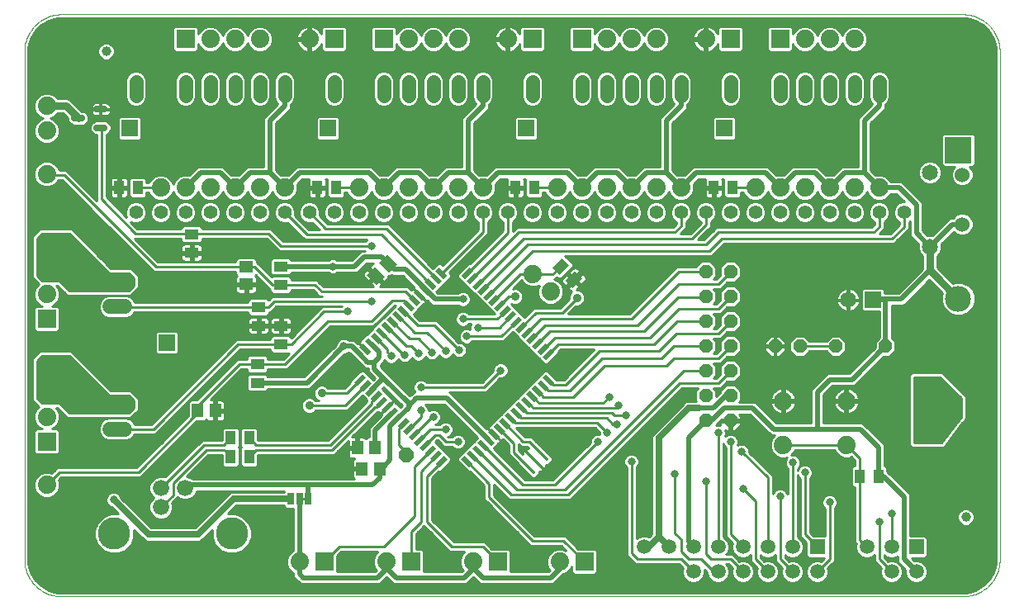
<source format=gtl>
G75*
G70*
%OFA0B0*%
%FSLAX24Y24*%
%IPPOS*%
%LPD*%
%AMOC8*
5,1,8,0,0,1.08239X$1,22.5*
%
%ADD10C,0.0000*%
%ADD11C,0.0560*%
%ADD12C,0.0560*%
%ADD13C,0.0650*%
%ADD14R,0.0650X0.0650*%
%ADD15R,0.0740X0.0740*%
%ADD16C,0.0740*%
%ADD17R,0.0413X0.0551*%
%ADD18C,0.1050*%
%ADD19R,0.1050X0.1050*%
%ADD20R,0.0551X0.0413*%
%ADD21C,0.0600*%
%ADD22R,0.0250X0.0500*%
%ADD23R,0.0800X0.0800*%
%ADD24C,0.0800*%
%ADD25C,0.0827*%
%ADD26R,0.0827X0.0827*%
%ADD27C,0.0600*%
%ADD28C,0.1817*%
%ADD29R,0.0571X0.0453*%
%ADD30C,0.0660*%
%ADD31C,0.1300*%
%ADD32R,0.0453X0.0571*%
%ADD33R,0.0200X0.0470*%
%ADD34R,0.0470X0.0200*%
%ADD35R,0.0787X0.0118*%
%ADD36OC8,0.0560*%
%ADD37C,0.0594*%
%ADD38R,0.0594X0.0594*%
%ADD39OC8,0.0520*%
%ADD40C,0.0394*%
%ADD41C,0.0256*%
%ADD42OC8,0.0600*%
%ADD43C,0.0100*%
%ADD44C,0.0320*%
%ADD45C,0.0200*%
%ADD46C,0.0300*%
%ADD47C,0.0250*%
%ADD48C,0.0356*%
D10*
X004161Y001471D02*
X040531Y001471D01*
X040607Y001473D01*
X040683Y001479D01*
X040758Y001488D01*
X040833Y001502D01*
X040907Y001519D01*
X040980Y001540D01*
X041052Y001564D01*
X041123Y001593D01*
X041192Y001624D01*
X041259Y001659D01*
X041324Y001698D01*
X041388Y001740D01*
X041449Y001785D01*
X041508Y001833D01*
X041564Y001884D01*
X041618Y001938D01*
X041669Y001994D01*
X041717Y002053D01*
X041762Y002114D01*
X041804Y002178D01*
X041843Y002243D01*
X041878Y002310D01*
X041909Y002379D01*
X041938Y002450D01*
X041962Y002522D01*
X041983Y002595D01*
X042000Y002669D01*
X042014Y002744D01*
X042023Y002819D01*
X042029Y002895D01*
X042031Y002971D01*
X042031Y023471D01*
X042029Y023547D01*
X042023Y023623D01*
X042014Y023698D01*
X042000Y023773D01*
X041983Y023847D01*
X041962Y023920D01*
X041938Y023992D01*
X041909Y024063D01*
X041878Y024132D01*
X041843Y024199D01*
X041804Y024264D01*
X041762Y024328D01*
X041717Y024389D01*
X041669Y024448D01*
X041618Y024504D01*
X041564Y024558D01*
X041508Y024609D01*
X041449Y024657D01*
X041388Y024702D01*
X041324Y024744D01*
X041259Y024783D01*
X041192Y024818D01*
X041123Y024849D01*
X041052Y024878D01*
X040980Y024902D01*
X040907Y024923D01*
X040833Y024940D01*
X040758Y024954D01*
X040683Y024963D01*
X040607Y024969D01*
X040531Y024971D01*
X004161Y024971D01*
X004085Y024969D01*
X004009Y024963D01*
X003934Y024954D01*
X003859Y024940D01*
X003785Y024923D01*
X003712Y024902D01*
X003640Y024878D01*
X003569Y024849D01*
X003500Y024818D01*
X003433Y024783D01*
X003368Y024744D01*
X003304Y024702D01*
X003243Y024657D01*
X003184Y024609D01*
X003128Y024558D01*
X003074Y024504D01*
X003023Y024448D01*
X002975Y024389D01*
X002930Y024328D01*
X002888Y024264D01*
X002849Y024199D01*
X002814Y024132D01*
X002783Y024063D01*
X002754Y023992D01*
X002730Y023920D01*
X002709Y023847D01*
X002692Y023773D01*
X002678Y023698D01*
X002669Y023623D01*
X002663Y023547D01*
X002661Y023471D01*
X002661Y002971D01*
X002663Y002895D01*
X002669Y002819D01*
X002678Y002744D01*
X002692Y002669D01*
X002709Y002595D01*
X002730Y002522D01*
X002754Y002450D01*
X002783Y002379D01*
X002814Y002310D01*
X002849Y002243D01*
X002888Y002178D01*
X002930Y002114D01*
X002975Y002053D01*
X003023Y001994D01*
X003074Y001938D01*
X003128Y001884D01*
X003184Y001833D01*
X003243Y001785D01*
X003304Y001740D01*
X003368Y001698D01*
X003433Y001659D01*
X003500Y001624D01*
X003569Y001593D01*
X003640Y001564D01*
X003712Y001540D01*
X003785Y001519D01*
X003859Y001502D01*
X003934Y001488D01*
X004009Y001479D01*
X004085Y001473D01*
X004161Y001471D01*
D11*
X007161Y016971D03*
X008161Y016971D03*
X009161Y016971D03*
X010161Y016971D03*
X011161Y016971D03*
X012161Y016971D03*
X013161Y016971D03*
X014161Y016971D03*
X015161Y016971D03*
X016161Y016971D03*
X017161Y016971D03*
X018161Y016971D03*
X019161Y016971D03*
X020161Y016971D03*
X021161Y016971D03*
X022161Y016971D03*
X023161Y016971D03*
X024161Y016971D03*
X025161Y016971D03*
X026161Y016971D03*
X027161Y016971D03*
X028161Y016971D03*
X029161Y016971D03*
X030161Y016971D03*
X031161Y016971D03*
X032161Y016971D03*
X033161Y016971D03*
X034161Y016971D03*
X035161Y016971D03*
X036161Y016971D03*
X037161Y016971D03*
X038161Y016971D03*
D12*
X038161Y021691D02*
X038161Y022251D01*
X037161Y022251D02*
X037161Y021691D01*
X036161Y021691D02*
X036161Y022251D01*
X035161Y022251D02*
X035161Y021691D01*
X034161Y021691D02*
X034161Y022251D01*
X033161Y022251D02*
X033161Y021691D01*
X032161Y021691D02*
X032161Y022251D01*
X031161Y022251D02*
X031161Y021691D01*
X030161Y021691D02*
X030161Y022251D01*
X029161Y022251D02*
X029161Y021691D01*
X028161Y021691D02*
X028161Y022251D01*
X027161Y022251D02*
X027161Y021691D01*
X026161Y021691D02*
X026161Y022251D01*
X025161Y022251D02*
X025161Y021691D01*
X024161Y021691D02*
X024161Y022251D01*
X023161Y022251D02*
X023161Y021691D01*
X022161Y021691D02*
X022161Y022251D01*
X021161Y022251D02*
X021161Y021691D01*
X020161Y021691D02*
X020161Y022251D01*
X019161Y022251D02*
X019161Y021691D01*
X018161Y021691D02*
X018161Y022251D01*
X017161Y022251D02*
X017161Y021691D01*
X016161Y021691D02*
X016161Y022251D01*
X015161Y022251D02*
X015161Y021691D01*
X014161Y021691D02*
X014161Y022251D01*
X013161Y022251D02*
X013161Y021691D01*
X012161Y021691D02*
X012161Y022251D01*
X011161Y022251D02*
X011161Y021691D01*
X010161Y021691D02*
X010161Y022251D01*
X009161Y022251D02*
X009161Y021691D01*
X008161Y021691D02*
X008161Y022251D01*
X007161Y022251D02*
X007161Y021691D01*
D13*
X006911Y019371D03*
X014911Y019371D03*
X022911Y019371D03*
X030911Y019371D03*
X039211Y018590D03*
X039211Y017590D03*
X039211Y016590D03*
X039211Y015590D03*
X035911Y013446D03*
X010411Y011721D03*
D14*
X008411Y011721D03*
X006911Y020371D03*
X014911Y020371D03*
X022911Y020371D03*
X030911Y020371D03*
X036911Y013446D03*
D15*
X033161Y023971D03*
X031161Y023971D03*
X025161Y023971D03*
X023161Y023971D03*
X017161Y023971D03*
X015161Y023971D03*
X009161Y023971D03*
X003561Y012671D03*
X003561Y007721D03*
X014761Y002871D03*
X018261Y002871D03*
X021761Y002871D03*
X025261Y002871D03*
D16*
X024261Y002871D03*
X023261Y002871D03*
X020761Y002871D03*
X019761Y002871D03*
X017261Y002871D03*
X016261Y002871D03*
X013761Y002871D03*
X012761Y002871D03*
X003561Y004971D03*
X003561Y005971D03*
X003561Y008721D03*
X003561Y009721D03*
X003561Y010721D03*
X003561Y013671D03*
X003561Y014671D03*
X003561Y015671D03*
X003561Y017521D03*
X003561Y018521D03*
X003561Y020271D03*
X003561Y021271D03*
X008161Y017971D03*
X009161Y017971D03*
X010161Y017971D03*
X011161Y017971D03*
X012161Y017971D03*
X013161Y017971D03*
X016161Y017971D03*
X017161Y017971D03*
X018161Y017971D03*
X019161Y017971D03*
X020161Y017971D03*
X021161Y017971D03*
X024161Y017971D03*
X025161Y017971D03*
X026161Y017971D03*
X027161Y017971D03*
X028161Y017971D03*
X029161Y017971D03*
X032161Y017971D03*
X033161Y017971D03*
X034161Y017971D03*
X035161Y017971D03*
X036161Y017971D03*
X037161Y017971D03*
X036161Y023971D03*
X035161Y023971D03*
X034161Y023971D03*
X030161Y023971D03*
X028161Y023971D03*
X027161Y023971D03*
X026161Y023971D03*
X022161Y023971D03*
X020161Y023971D03*
X019161Y023971D03*
X018161Y023971D03*
X014161Y023971D03*
X012161Y023971D03*
X011161Y023971D03*
X010161Y023971D03*
X023189Y014493D03*
X023896Y013786D03*
X033281Y009361D03*
X035841Y009361D03*
X035841Y007581D03*
X033281Y007581D03*
D17*
X036387Y006321D03*
X037135Y006321D03*
X031235Y017971D03*
X030487Y017971D03*
X023235Y017971D03*
X022487Y017971D03*
X015235Y017971D03*
X014487Y017971D03*
X007235Y017971D03*
X006487Y017971D03*
X010987Y007871D03*
X011735Y007871D03*
X011735Y007121D03*
X010987Y007121D03*
D18*
X040354Y013490D03*
X040354Y015490D03*
X040354Y017490D03*
D19*
X040354Y019490D03*
D20*
G36*
X025183Y014312D02*
X024795Y013924D01*
X024503Y014216D01*
X024891Y014604D01*
X025183Y014312D01*
G37*
G36*
X024654Y014841D02*
X024266Y014453D01*
X023974Y014745D01*
X024362Y015133D01*
X024654Y014841D01*
G37*
X013011Y014796D03*
X013011Y014047D03*
X012111Y013146D03*
X012111Y012397D03*
X013011Y012396D03*
X013011Y011647D03*
X012061Y010846D03*
X012061Y010097D03*
X009411Y015347D03*
X009411Y016096D03*
D21*
X006711Y015171D02*
X006111Y015171D01*
X006111Y014171D02*
X006711Y014171D01*
X006711Y013171D02*
X006111Y013171D01*
X006111Y010221D02*
X006711Y010221D01*
X006711Y009221D02*
X006111Y009221D01*
X006111Y008221D02*
X006711Y008221D01*
D22*
X013411Y005421D03*
X013761Y005421D03*
X014111Y005421D03*
D23*
X040061Y009021D03*
D24*
X040061Y007053D03*
D25*
X041143Y008195D03*
X041143Y009848D03*
D26*
X038978Y009848D03*
X038978Y008195D03*
D27*
X040511Y016490D03*
X040511Y018490D03*
D28*
X040661Y023471D03*
X040661Y002971D03*
X004161Y002971D03*
X004161Y023471D03*
D29*
G36*
X017301Y015282D02*
X017703Y014880D01*
X017383Y014560D01*
X016981Y014962D01*
X017301Y015282D01*
G37*
G36*
X016800Y014781D02*
X017202Y014379D01*
X016882Y014059D01*
X016480Y014461D01*
X016800Y014781D01*
G37*
X011611Y014776D03*
X011611Y014067D03*
D30*
X009153Y005851D03*
X008169Y005851D03*
X008169Y005071D03*
X009153Y005071D03*
D31*
X011031Y004001D03*
X006291Y004001D03*
D32*
X009656Y008971D03*
X010365Y008971D03*
X016106Y007471D03*
X016815Y007471D03*
X016994Y006623D03*
X016285Y006623D03*
D33*
G36*
X020763Y006822D02*
X020622Y006681D01*
X020291Y007012D01*
X020432Y007153D01*
X020763Y006822D01*
G37*
G36*
X020982Y007041D02*
X020841Y006900D01*
X020510Y007231D01*
X020651Y007372D01*
X020982Y007041D01*
G37*
G36*
X021201Y007261D02*
X021060Y007120D01*
X020729Y007451D01*
X020870Y007592D01*
X021201Y007261D01*
G37*
G36*
X021421Y007480D02*
X021280Y007339D01*
X020949Y007670D01*
X021090Y007811D01*
X021421Y007480D01*
G37*
G36*
X021640Y007699D02*
X021499Y007558D01*
X021168Y007889D01*
X021309Y008030D01*
X021640Y007699D01*
G37*
G36*
X021859Y007918D02*
X021718Y007777D01*
X021387Y008108D01*
X021528Y008249D01*
X021859Y007918D01*
G37*
G36*
X022078Y008137D02*
X021937Y007996D01*
X021606Y008327D01*
X021747Y008468D01*
X022078Y008137D01*
G37*
G36*
X022297Y008357D02*
X022156Y008216D01*
X021825Y008547D01*
X021966Y008688D01*
X022297Y008357D01*
G37*
G36*
X022517Y008576D02*
X022376Y008435D01*
X022045Y008766D01*
X022186Y008907D01*
X022517Y008576D01*
G37*
G36*
X022736Y008795D02*
X022595Y008654D01*
X022264Y008985D01*
X022405Y009126D01*
X022736Y008795D01*
G37*
G36*
X022955Y009014D02*
X022814Y008873D01*
X022483Y009204D01*
X022624Y009345D01*
X022955Y009014D01*
G37*
G36*
X023174Y009233D02*
X023033Y009092D01*
X022702Y009423D01*
X022843Y009564D01*
X023174Y009233D01*
G37*
G36*
X023393Y009453D02*
X023252Y009312D01*
X022921Y009643D01*
X023062Y009784D01*
X023393Y009453D01*
G37*
G36*
X023613Y009672D02*
X023472Y009531D01*
X023141Y009862D01*
X023282Y010003D01*
X023613Y009672D01*
G37*
G36*
X023832Y009891D02*
X023691Y009750D01*
X023360Y010081D01*
X023501Y010222D01*
X023832Y009891D01*
G37*
G36*
X024051Y010110D02*
X023910Y009969D01*
X023579Y010300D01*
X023720Y010441D01*
X024051Y010110D01*
G37*
G36*
X018635Y013335D02*
X018494Y013194D01*
X018163Y013525D01*
X018304Y013666D01*
X018635Y013335D01*
G37*
G36*
X018854Y013554D02*
X018713Y013413D01*
X018382Y013744D01*
X018523Y013885D01*
X018854Y013554D01*
G37*
G36*
X019073Y013773D02*
X018932Y013632D01*
X018601Y013963D01*
X018742Y014104D01*
X019073Y013773D01*
G37*
G36*
X019292Y013992D02*
X019151Y013851D01*
X018820Y014182D01*
X018961Y014323D01*
X019292Y013992D01*
G37*
G36*
X019511Y014211D02*
X019370Y014070D01*
X019039Y014401D01*
X019180Y014542D01*
X019511Y014211D01*
G37*
G36*
X019731Y014431D02*
X019590Y014290D01*
X019259Y014621D01*
X019400Y014762D01*
X019731Y014431D01*
G37*
G36*
X018415Y013116D02*
X018274Y012975D01*
X017943Y013306D01*
X018084Y013447D01*
X018415Y013116D01*
G37*
G36*
X018196Y012896D02*
X018055Y012755D01*
X017724Y013086D01*
X017865Y013227D01*
X018196Y012896D01*
G37*
G36*
X017977Y012677D02*
X017836Y012536D01*
X017505Y012867D01*
X017646Y013008D01*
X017977Y012677D01*
G37*
G36*
X017758Y012458D02*
X017617Y012317D01*
X017286Y012648D01*
X017427Y012789D01*
X017758Y012458D01*
G37*
G36*
X017539Y012239D02*
X017398Y012098D01*
X017067Y012429D01*
X017208Y012570D01*
X017539Y012239D01*
G37*
G36*
X017319Y012019D02*
X017178Y011878D01*
X016847Y012209D01*
X016988Y012350D01*
X017319Y012019D01*
G37*
G36*
X017100Y011800D02*
X016959Y011659D01*
X016628Y011990D01*
X016769Y012131D01*
X017100Y011800D01*
G37*
G36*
X016881Y011581D02*
X016740Y011440D01*
X016409Y011771D01*
X016550Y011912D01*
X016881Y011581D01*
G37*
G36*
X016662Y011362D02*
X016521Y011221D01*
X016190Y011552D01*
X016331Y011693D01*
X016662Y011362D01*
G37*
G36*
X016443Y011143D02*
X016302Y011002D01*
X015971Y011333D01*
X016112Y011474D01*
X016443Y011143D01*
G37*
D34*
G36*
X016443Y010300D02*
X016112Y009969D01*
X015971Y010110D01*
X016302Y010441D01*
X016443Y010300D01*
G37*
G36*
X016662Y010081D02*
X016331Y009750D01*
X016190Y009891D01*
X016521Y010222D01*
X016662Y010081D01*
G37*
G36*
X016881Y009862D02*
X016550Y009531D01*
X016409Y009672D01*
X016740Y010003D01*
X016881Y009862D01*
G37*
G36*
X017100Y009643D02*
X016769Y009312D01*
X016628Y009453D01*
X016959Y009784D01*
X017100Y009643D01*
G37*
G36*
X017319Y009423D02*
X016988Y009092D01*
X016847Y009233D01*
X017178Y009564D01*
X017319Y009423D01*
G37*
G36*
X017539Y009204D02*
X017208Y008873D01*
X017067Y009014D01*
X017398Y009345D01*
X017539Y009204D01*
G37*
G36*
X017758Y008985D02*
X017427Y008654D01*
X017286Y008795D01*
X017617Y009126D01*
X017758Y008985D01*
G37*
G36*
X017977Y008766D02*
X017646Y008435D01*
X017505Y008576D01*
X017836Y008907D01*
X017977Y008766D01*
G37*
G36*
X018196Y008547D02*
X017865Y008216D01*
X017724Y008357D01*
X018055Y008688D01*
X018196Y008547D01*
G37*
G36*
X018415Y008327D02*
X018084Y007996D01*
X017943Y008137D01*
X018274Y008468D01*
X018415Y008327D01*
G37*
G36*
X018635Y008108D02*
X018304Y007777D01*
X018163Y007918D01*
X018494Y008249D01*
X018635Y008108D01*
G37*
G36*
X018854Y007889D02*
X018523Y007558D01*
X018382Y007699D01*
X018713Y008030D01*
X018854Y007889D01*
G37*
G36*
X019073Y007670D02*
X018742Y007339D01*
X018601Y007480D01*
X018932Y007811D01*
X019073Y007670D01*
G37*
G36*
X019292Y007451D02*
X018961Y007120D01*
X018820Y007261D01*
X019151Y007592D01*
X019292Y007451D01*
G37*
G36*
X019511Y007231D02*
X019180Y006900D01*
X019039Y007041D01*
X019370Y007372D01*
X019511Y007231D01*
G37*
G36*
X019731Y007012D02*
X019400Y006681D01*
X019259Y006822D01*
X019590Y007153D01*
X019731Y007012D01*
G37*
G36*
X024051Y011333D02*
X023720Y011002D01*
X023579Y011143D01*
X023910Y011474D01*
X024051Y011333D01*
G37*
G36*
X023832Y011552D02*
X023501Y011221D01*
X023360Y011362D01*
X023691Y011693D01*
X023832Y011552D01*
G37*
G36*
X023613Y011771D02*
X023282Y011440D01*
X023141Y011581D01*
X023472Y011912D01*
X023613Y011771D01*
G37*
G36*
X023393Y011990D02*
X023062Y011659D01*
X022921Y011800D01*
X023252Y012131D01*
X023393Y011990D01*
G37*
G36*
X023174Y012209D02*
X022843Y011878D01*
X022702Y012019D01*
X023033Y012350D01*
X023174Y012209D01*
G37*
G36*
X022955Y012429D02*
X022624Y012098D01*
X022483Y012239D01*
X022814Y012570D01*
X022955Y012429D01*
G37*
G36*
X022736Y012648D02*
X022405Y012317D01*
X022264Y012458D01*
X022595Y012789D01*
X022736Y012648D01*
G37*
G36*
X022517Y012867D02*
X022186Y012536D01*
X022045Y012677D01*
X022376Y013008D01*
X022517Y012867D01*
G37*
G36*
X022297Y013086D02*
X021966Y012755D01*
X021825Y012896D01*
X022156Y013227D01*
X022297Y013086D01*
G37*
G36*
X022078Y013306D02*
X021747Y012975D01*
X021606Y013116D01*
X021937Y013447D01*
X022078Y013306D01*
G37*
G36*
X021859Y013525D02*
X021528Y013194D01*
X021387Y013335D01*
X021718Y013666D01*
X021859Y013525D01*
G37*
G36*
X021640Y013744D02*
X021309Y013413D01*
X021168Y013554D01*
X021499Y013885D01*
X021640Y013744D01*
G37*
G36*
X021421Y013963D02*
X021090Y013632D01*
X020949Y013773D01*
X021280Y014104D01*
X021421Y013963D01*
G37*
G36*
X021201Y014182D02*
X020870Y013851D01*
X020729Y013992D01*
X021060Y014323D01*
X021201Y014182D01*
G37*
G36*
X020982Y014401D02*
X020651Y014070D01*
X020510Y014211D01*
X020841Y014542D01*
X020982Y014401D01*
G37*
G36*
X020763Y014621D02*
X020432Y014290D01*
X020291Y014431D01*
X020622Y014762D01*
X020763Y014621D01*
G37*
D35*
G36*
X023740Y006938D02*
X023185Y007493D01*
X023268Y007576D01*
X023823Y007021D01*
X023740Y006938D01*
G37*
G36*
X023476Y006673D02*
X022921Y007228D01*
X023004Y007311D01*
X023559Y006756D01*
X023476Y006673D01*
G37*
G36*
X023212Y006409D02*
X022657Y006964D01*
X022740Y007047D01*
X023295Y006492D01*
X023212Y006409D01*
G37*
D36*
X030161Y008571D03*
X031161Y008571D03*
X031161Y009571D03*
X030161Y009571D03*
X030161Y010571D03*
X031161Y010571D03*
X031161Y011571D03*
X030161Y011571D03*
X030161Y012571D03*
X031161Y012571D03*
X031161Y013571D03*
X030161Y013571D03*
X030161Y014571D03*
X031161Y014571D03*
D37*
X031661Y003471D03*
X032661Y003471D03*
X033661Y003471D03*
X033661Y002471D03*
X034661Y002471D03*
X036661Y002471D03*
X037661Y002471D03*
X038661Y002471D03*
X037661Y003471D03*
X036661Y003471D03*
X032661Y002471D03*
X031661Y002471D03*
X030661Y002471D03*
X029661Y002471D03*
X028661Y002471D03*
X027661Y002471D03*
X027661Y003471D03*
X028661Y003471D03*
X029661Y003471D03*
X030661Y003471D03*
D38*
X034661Y003471D03*
X038661Y003471D03*
D39*
X037411Y011571D03*
X035411Y011571D03*
X033961Y011571D03*
X032961Y011571D03*
D40*
X040661Y004671D03*
X005961Y023471D03*
D41*
X005886Y021146D02*
X005592Y021146D01*
X004980Y020771D02*
X004686Y020771D01*
X005592Y020397D02*
X005886Y020397D01*
D42*
X018061Y007171D03*
D43*
X003090Y002150D02*
X002914Y002455D01*
X002822Y002795D01*
X002811Y002971D01*
X002811Y023471D01*
X002822Y023648D01*
X002914Y023988D01*
X003090Y024293D01*
X003339Y024543D01*
X003644Y024719D01*
X003985Y024810D01*
X004161Y024821D01*
X004212Y024821D01*
X004223Y024821D01*
X005361Y024821D01*
X005361Y020560D01*
X005355Y020555D01*
X005313Y020453D01*
X005313Y020342D01*
X005355Y020240D01*
X005361Y020235D01*
X005361Y017654D01*
X004344Y018671D01*
X004178Y018671D01*
X004061Y018671D01*
X004002Y018816D01*
X003855Y018962D01*
X003664Y019041D01*
X003457Y019041D01*
X003266Y018962D01*
X003120Y018816D01*
X003041Y018625D01*
X003041Y018418D01*
X003120Y018227D01*
X003266Y018081D01*
X003457Y018001D01*
X003664Y018001D01*
X003855Y018081D01*
X004002Y018227D01*
X004020Y018271D01*
X004178Y018271D01*
X005361Y017089D01*
X005361Y016371D01*
X006078Y016371D01*
X007765Y014684D01*
X007882Y014567D01*
X008561Y014567D01*
X008561Y014171D01*
X011061Y014171D01*
X011061Y013346D01*
X007125Y013346D01*
X007092Y013426D01*
X006966Y013553D01*
X006800Y013621D01*
X006021Y013621D01*
X005856Y013553D01*
X005729Y013426D01*
X005661Y013261D01*
X005661Y013082D01*
X005729Y012917D01*
X005856Y012790D01*
X006021Y012721D01*
X006800Y012721D01*
X006966Y012790D01*
X007092Y012917D01*
X007105Y012946D01*
X011685Y012946D01*
X011685Y012877D01*
X011773Y012789D01*
X012449Y012789D01*
X012536Y012877D01*
X012536Y012946D01*
X012594Y012946D01*
X012711Y013064D01*
X012819Y013171D01*
X015472Y013171D01*
X015469Y013168D01*
X014674Y013168D01*
X014557Y013051D01*
X013430Y011923D01*
X013349Y012004D01*
X012673Y012004D01*
X012585Y011916D01*
X012585Y011847D01*
X011204Y011847D01*
X011087Y011730D01*
X010785Y011429D01*
X010817Y011473D01*
X010851Y011539D01*
X010874Y011610D01*
X010886Y011684D01*
X010886Y011703D01*
X010430Y011703D01*
X010430Y011740D01*
X010886Y011740D01*
X010886Y011759D01*
X010874Y011833D01*
X010851Y011904D01*
X010817Y011970D01*
X010773Y012031D01*
X010720Y012084D01*
X010660Y012128D01*
X010593Y012162D01*
X010522Y012185D01*
X010448Y012196D01*
X010430Y012196D01*
X010430Y011741D01*
X010392Y011741D01*
X010392Y012196D01*
X010373Y012196D01*
X010300Y012185D01*
X010228Y012162D01*
X010162Y012128D01*
X010101Y012084D01*
X010048Y012031D01*
X010005Y011970D01*
X009971Y011904D01*
X009947Y011833D01*
X009936Y011759D01*
X009936Y011740D01*
X010392Y011740D01*
X010392Y011703D01*
X009936Y011703D01*
X009936Y011684D01*
X009947Y011610D01*
X009971Y011539D01*
X010005Y011473D01*
X010048Y011412D01*
X010101Y011359D01*
X010162Y011315D01*
X010228Y011281D01*
X010300Y011258D01*
X010373Y011246D01*
X010392Y011246D01*
X010392Y011702D01*
X010430Y011702D01*
X010430Y011246D01*
X010448Y011246D01*
X010522Y011258D01*
X010593Y011281D01*
X010660Y011315D01*
X010704Y011347D01*
X007778Y008421D01*
X007115Y008421D01*
X007092Y008476D01*
X006966Y008603D01*
X006800Y008671D01*
X006021Y008671D01*
X005856Y008603D01*
X005729Y008476D01*
X005661Y008311D01*
X005661Y008132D01*
X005729Y007967D01*
X005856Y007840D01*
X006021Y007771D01*
X006800Y007771D01*
X006966Y007840D01*
X007092Y007967D01*
X007115Y008021D01*
X007778Y008021D01*
X007944Y008021D01*
X008261Y008339D01*
X008261Y007754D01*
X007178Y006671D01*
X003978Y006671D01*
X003861Y006554D01*
X003759Y006452D01*
X003664Y006491D01*
X003457Y006491D01*
X003266Y006412D01*
X003120Y006266D01*
X003041Y006075D01*
X003041Y005868D01*
X003120Y005677D01*
X003266Y005531D01*
X003457Y005451D01*
X003664Y005451D01*
X003855Y005531D01*
X004002Y005677D01*
X004081Y005868D01*
X004081Y006075D01*
X004042Y006169D01*
X004144Y006271D01*
X007178Y006271D01*
X007344Y006271D01*
X008261Y007189D01*
X008261Y006471D01*
X008511Y006471D01*
X008340Y006300D01*
X008264Y006331D01*
X008073Y006331D01*
X007897Y006258D01*
X007762Y006123D01*
X007689Y005947D01*
X007689Y005756D01*
X007762Y005580D01*
X007880Y005461D01*
X007762Y005343D01*
X007689Y005167D01*
X007689Y004976D01*
X007762Y004800D01*
X007897Y004665D01*
X008073Y004591D01*
X008264Y004591D01*
X008441Y004665D01*
X008576Y004800D01*
X008649Y004976D01*
X008649Y005167D01*
X008619Y005239D01*
X008853Y005473D01*
X008881Y005445D01*
X009057Y005371D01*
X009248Y005371D01*
X009425Y005445D01*
X009560Y005580D01*
X009619Y005721D01*
X011861Y005721D01*
X011861Y005696D01*
X011056Y005696D01*
X010955Y005655D01*
X010878Y005577D01*
X009547Y004246D01*
X007775Y004246D01*
X006559Y005463D01*
X006524Y005547D01*
X006436Y005634D01*
X006322Y005681D01*
X006199Y005681D01*
X006085Y005634D01*
X005998Y005547D01*
X005951Y005433D01*
X005951Y005310D01*
X005998Y005196D01*
X006085Y005109D01*
X006170Y005074D01*
X006442Y004801D01*
X006132Y004801D01*
X005838Y004680D01*
X005613Y004455D01*
X005491Y004161D01*
X005491Y003842D01*
X005613Y003548D01*
X005838Y003323D01*
X006132Y003201D01*
X006450Y003201D01*
X006744Y003323D01*
X006969Y003548D01*
X007091Y003842D01*
X007091Y004153D01*
X007428Y003816D01*
X007505Y003738D01*
X007606Y003696D01*
X009606Y003696D01*
X009715Y003696D01*
X009817Y003738D01*
X010231Y004153D01*
X010231Y003842D01*
X010353Y003548D01*
X010578Y003323D01*
X010872Y003201D01*
X011190Y003201D01*
X011484Y003323D01*
X011709Y003548D01*
X011831Y003842D01*
X011831Y004161D01*
X011709Y004455D01*
X011484Y004680D01*
X011190Y004801D01*
X010880Y004801D01*
X011225Y005146D01*
X011861Y005146D01*
X011861Y001621D01*
X004161Y001621D01*
X003985Y001633D01*
X003644Y001724D01*
X003339Y001900D01*
X003090Y002150D01*
X002914Y002455D01*
X002822Y002795D01*
X002811Y002971D01*
X002811Y023471D01*
X002822Y023648D01*
X002822Y023648D01*
X002914Y023988D01*
X003090Y024293D01*
X003339Y024543D01*
X003644Y024719D01*
X003985Y024810D01*
X004161Y024821D01*
X004212Y024821D01*
X004223Y024821D01*
X040531Y024821D01*
X040707Y024810D01*
X041047Y024719D01*
X041353Y024543D01*
X041602Y024293D01*
X041778Y023988D01*
X041869Y023648D01*
X041881Y023471D01*
X041881Y023426D01*
X041881Y023409D01*
X041881Y022171D01*
X039461Y022171D01*
X039461Y024821D01*
X040531Y024821D01*
X040707Y024810D01*
X041047Y024719D01*
X041353Y024543D01*
X041602Y024293D01*
X041778Y023988D01*
X041869Y023648D01*
X041881Y023471D01*
X041881Y023426D01*
X041881Y023409D01*
X041881Y002971D01*
X041869Y002795D01*
X041778Y002455D01*
X041602Y002150D01*
X041353Y001900D01*
X041047Y001724D01*
X040707Y001633D01*
X040531Y001621D01*
X040501Y001621D01*
X040469Y001621D01*
X012061Y001621D01*
X012061Y004071D01*
X013511Y004071D01*
X013511Y003331D01*
X013466Y003312D01*
X013320Y003166D01*
X013241Y002975D01*
X013241Y002768D01*
X013320Y002577D01*
X013466Y002431D01*
X013511Y002412D01*
X013511Y002322D01*
X013549Y002230D01*
X013699Y002080D01*
X013769Y002010D01*
X013861Y001971D01*
X016861Y001971D01*
X016961Y001971D01*
X017052Y002010D01*
X017286Y002243D01*
X017449Y002080D01*
X017519Y002010D01*
X017611Y001971D01*
X020361Y001971D01*
X020461Y001971D01*
X020552Y002010D01*
X020786Y002243D01*
X020949Y002080D01*
X021019Y002010D01*
X021111Y001971D01*
X023861Y001971D01*
X023961Y001971D01*
X024052Y002010D01*
X024416Y002373D01*
X024555Y002431D01*
X024702Y002577D01*
X024741Y002672D01*
X024741Y002439D01*
X024829Y002351D01*
X025693Y002351D01*
X025781Y002439D01*
X025781Y003304D01*
X025693Y003391D01*
X025024Y003391D01*
X024494Y003921D01*
X024328Y003921D01*
X023244Y003921D01*
X023094Y004071D01*
X026961Y004071D01*
X026961Y003304D01*
X026961Y003139D01*
X027211Y002889D01*
X027328Y002771D01*
X029078Y002771D01*
X029236Y002613D01*
X029214Y002560D01*
X029214Y002383D01*
X029282Y002218D01*
X029408Y002093D01*
X029572Y002025D01*
X029750Y002025D01*
X029914Y002093D01*
X030040Y002218D01*
X030108Y002383D01*
X030108Y002542D01*
X030214Y002436D01*
X030214Y002383D01*
X030282Y002218D01*
X030408Y002093D01*
X030572Y002025D01*
X030750Y002025D01*
X030914Y002093D01*
X031040Y002218D01*
X031108Y002383D01*
X031108Y002560D01*
X031040Y002725D01*
X030993Y002771D01*
X031078Y002771D01*
X031236Y002613D01*
X031214Y002560D01*
X031214Y002383D01*
X031282Y002218D01*
X031408Y002093D01*
X031572Y002025D01*
X031750Y002025D01*
X031914Y002093D01*
X032040Y002218D01*
X032108Y002383D01*
X032108Y002560D01*
X032040Y002725D01*
X031914Y002850D01*
X031750Y002918D01*
X031572Y002918D01*
X031519Y002896D01*
X031244Y003171D01*
X031078Y003171D01*
X030993Y003171D01*
X031040Y003218D01*
X031108Y003383D01*
X031108Y003560D01*
X031040Y003725D01*
X030914Y003850D01*
X030861Y003872D01*
X030861Y004071D01*
X030961Y004071D01*
X030961Y003889D01*
X031078Y003771D01*
X031236Y003613D01*
X031214Y003560D01*
X031214Y003383D01*
X031282Y003218D01*
X031408Y003093D01*
X031572Y003025D01*
X031750Y003025D01*
X031914Y003093D01*
X031961Y003140D01*
X031961Y003054D01*
X031961Y002889D01*
X032236Y002613D01*
X032214Y002560D01*
X032214Y002383D01*
X032282Y002218D01*
X032408Y002093D01*
X032572Y002025D01*
X032750Y002025D01*
X032914Y002093D01*
X033040Y002218D01*
X033108Y002383D01*
X033108Y002560D01*
X033040Y002725D01*
X032914Y002850D01*
X032750Y002918D01*
X032572Y002918D01*
X032519Y002896D01*
X032361Y003054D01*
X032361Y003140D01*
X032408Y003093D01*
X032572Y003025D01*
X032750Y003025D01*
X032914Y003093D01*
X032961Y003140D01*
X032961Y002889D01*
X033078Y002771D01*
X033236Y002613D01*
X033214Y002560D01*
X033214Y002383D01*
X033282Y002218D01*
X033408Y002093D01*
X033572Y002025D01*
X033750Y002025D01*
X033914Y002093D01*
X034040Y002218D01*
X034108Y002383D01*
X034108Y002560D01*
X034040Y002725D01*
X033914Y002850D01*
X033750Y002918D01*
X033572Y002918D01*
X033519Y002896D01*
X033361Y003054D01*
X033361Y003140D01*
X033408Y003093D01*
X033572Y003025D01*
X033750Y003025D01*
X033914Y003093D01*
X034040Y003218D01*
X034108Y003383D01*
X034108Y003560D01*
X034040Y003725D01*
X033914Y003850D01*
X033861Y003872D01*
X033861Y004071D01*
X033961Y004071D01*
X033961Y004054D01*
X033961Y003889D01*
X034214Y003635D01*
X034214Y003112D01*
X034302Y003025D01*
X034931Y003025D01*
X034803Y002896D01*
X034750Y002918D01*
X034572Y002918D01*
X034408Y002850D01*
X034282Y002725D01*
X034214Y002560D01*
X034214Y002383D01*
X034282Y002218D01*
X034408Y002093D01*
X034572Y002025D01*
X034750Y002025D01*
X034914Y002093D01*
X035040Y002218D01*
X035108Y002383D01*
X035108Y002560D01*
X035086Y002613D01*
X035244Y002771D01*
X035361Y002889D01*
X035361Y004071D01*
X036187Y004071D01*
X036187Y003828D01*
X036187Y003663D01*
X036236Y003613D01*
X036214Y003560D01*
X036214Y003383D01*
X036282Y003218D01*
X036408Y003093D01*
X036572Y003025D01*
X036750Y003025D01*
X036914Y003093D01*
X036961Y003140D01*
X036961Y003054D01*
X036961Y002889D01*
X037236Y002613D01*
X037214Y002560D01*
X037214Y002383D01*
X037282Y002218D01*
X037408Y002093D01*
X037572Y002025D01*
X037750Y002025D01*
X037914Y002093D01*
X038040Y002218D01*
X038108Y002383D01*
X038108Y002560D01*
X038040Y002725D01*
X037914Y002850D01*
X037750Y002918D01*
X037572Y002918D01*
X037519Y002896D01*
X037361Y003054D01*
X037361Y003140D01*
X037408Y003093D01*
X037572Y003025D01*
X037750Y003025D01*
X037911Y003091D01*
X037911Y003021D01*
X037911Y002922D01*
X037949Y002830D01*
X038215Y002564D01*
X038214Y002560D01*
X038214Y002383D01*
X038282Y002218D01*
X038408Y002093D01*
X038572Y002025D01*
X038750Y002025D01*
X038914Y002093D01*
X039040Y002218D01*
X039108Y002383D01*
X039108Y002560D01*
X039040Y002725D01*
X038914Y002850D01*
X038750Y002918D01*
X038572Y002918D01*
X038569Y002917D01*
X038461Y003025D01*
X039020Y003025D01*
X039108Y003112D01*
X039108Y003830D01*
X039020Y003918D01*
X038411Y003918D01*
X038411Y005544D01*
X038373Y005636D01*
X038302Y005707D01*
X038261Y005748D01*
X038261Y013331D01*
X039175Y014245D01*
X039714Y013707D01*
X039679Y013625D01*
X039679Y013356D01*
X039782Y013108D01*
X039972Y012918D01*
X040220Y012815D01*
X040489Y012815D01*
X040737Y012918D01*
X040927Y013108D01*
X041029Y013356D01*
X041029Y013625D01*
X040927Y013873D01*
X040737Y014063D01*
X040489Y014165D01*
X040220Y014165D01*
X040138Y014131D01*
X039511Y014758D01*
X039511Y015219D01*
X039613Y015321D01*
X039686Y015496D01*
X039686Y015685D01*
X039678Y015704D01*
X040169Y016195D01*
X040256Y016109D01*
X040421Y016040D01*
X040600Y016040D01*
X040766Y016109D01*
X040892Y016235D01*
X040961Y016401D01*
X040961Y016580D01*
X040892Y016745D01*
X040766Y016872D01*
X040600Y016940D01*
X040421Y016940D01*
X040256Y016872D01*
X040129Y016745D01*
X040127Y016740D01*
X040061Y016740D01*
X039969Y016702D01*
X039324Y016057D01*
X039305Y016065D01*
X039116Y016065D01*
X039097Y016057D01*
X038979Y016175D01*
X039028Y016150D01*
X039100Y016127D01*
X039173Y016115D01*
X039192Y016115D01*
X039192Y016571D01*
X039230Y016571D01*
X039230Y016115D01*
X039248Y016115D01*
X039322Y016127D01*
X039393Y016150D01*
X039442Y016175D01*
X039324Y016057D01*
X039305Y016065D01*
X039116Y016065D01*
X039097Y016057D01*
X038911Y016244D01*
X038911Y017321D01*
X038873Y017413D01*
X038802Y017483D01*
X038261Y018025D01*
X038261Y021171D01*
X041881Y021171D01*
X041881Y002971D01*
X041869Y002795D01*
X041778Y002455D01*
X041602Y002150D01*
X041353Y001900D01*
X041047Y001724D01*
X040707Y001633D01*
X040531Y001621D01*
X040501Y001621D01*
X040469Y001621D01*
X004161Y001621D01*
X003985Y001633D01*
X003644Y001724D01*
X003339Y001900D01*
X003090Y002150D01*
X003083Y002161D02*
X011861Y002161D01*
X011861Y002063D02*
X003177Y002063D01*
X003617Y002063D01*
X003648Y002043D02*
X003755Y001992D01*
X003867Y001953D01*
X003983Y001926D01*
X004101Y001913D01*
X004111Y001913D01*
X004111Y002921D01*
X004211Y002921D01*
X004211Y001913D01*
X004220Y001913D01*
X004338Y001926D01*
X004454Y001953D01*
X004567Y001992D01*
X004674Y002043D01*
X004774Y002107D01*
X004867Y002181D01*
X004951Y002265D01*
X005026Y002358D01*
X012676Y002358D01*
X012711Y002358D02*
X012811Y002358D01*
X012811Y002353D02*
X012883Y002364D01*
X012960Y002390D01*
X013033Y002427D01*
X013100Y002475D01*
X013157Y002533D01*
X013206Y002599D01*
X013243Y002672D01*
X013259Y002723D01*
X013320Y002577D01*
X013466Y002431D01*
X013511Y002412D01*
X013511Y002322D01*
X013549Y002230D01*
X013699Y002080D01*
X013769Y002010D01*
X013861Y001971D01*
X016861Y001971D01*
X016961Y001971D01*
X017052Y002010D01*
X017286Y002243D01*
X017449Y002080D01*
X017519Y002010D01*
X017611Y001971D01*
X020361Y001971D01*
X020461Y001971D01*
X020552Y002010D01*
X020786Y002243D01*
X020949Y002080D01*
X021019Y002010D01*
X021111Y001971D01*
X023861Y001971D01*
X023961Y001971D01*
X024052Y002010D01*
X024402Y002360D01*
X024416Y002373D01*
X024555Y002431D01*
X024702Y002577D01*
X024741Y002672D01*
X024741Y002439D01*
X024829Y002351D01*
X025693Y002351D01*
X025781Y002439D01*
X025781Y003304D01*
X025693Y003391D01*
X025024Y003391D01*
X024494Y003921D01*
X024328Y003921D01*
X023244Y003921D01*
X021611Y005554D01*
X021611Y005951D01*
X021611Y005989D01*
X022111Y005489D01*
X022228Y005371D01*
X024528Y005371D01*
X024694Y005371D01*
X029194Y009871D01*
X029853Y009871D01*
X029731Y009750D01*
X029731Y009393D01*
X029778Y009346D01*
X029406Y009346D01*
X029305Y009305D01*
X029228Y009227D01*
X028028Y008027D01*
X027986Y007926D01*
X027986Y007817D01*
X027986Y003985D01*
X027869Y003869D01*
X027750Y003918D01*
X027572Y003918D01*
X027408Y003850D01*
X027361Y003803D01*
X027361Y006683D01*
X027424Y006746D01*
X027471Y006860D01*
X027471Y006983D01*
X027424Y007097D01*
X027336Y007184D01*
X027222Y007231D01*
X027099Y007231D01*
X026985Y007184D01*
X026898Y007097D01*
X026851Y006983D01*
X026851Y006860D01*
X026898Y006746D01*
X026961Y006683D01*
X026961Y003304D01*
X026961Y003139D01*
X027211Y002889D01*
X027328Y002771D01*
X027329Y002771D01*
X027320Y002763D01*
X027279Y002706D01*
X027247Y002643D01*
X027225Y002576D01*
X027216Y002520D01*
X027612Y002520D01*
X027612Y002423D01*
X027216Y002423D01*
X027225Y002367D01*
X027247Y002300D01*
X027279Y002237D01*
X027320Y002180D01*
X027370Y002131D01*
X027427Y002089D01*
X027489Y002057D01*
X027556Y002036D01*
X027612Y002027D01*
X027612Y002423D01*
X027709Y002423D01*
X027709Y002027D01*
X027765Y002036D01*
X027832Y002057D01*
X027895Y002089D01*
X027952Y002131D01*
X028002Y002180D01*
X028043Y002237D01*
X028075Y002300D01*
X028097Y002367D01*
X028105Y002423D01*
X027709Y002423D01*
X027709Y002520D01*
X028105Y002520D01*
X028097Y002576D01*
X028075Y002643D01*
X028043Y002706D01*
X028002Y002763D01*
X027993Y002771D01*
X028329Y002771D01*
X028320Y002763D01*
X028279Y002706D01*
X028247Y002643D01*
X028225Y002576D01*
X028216Y002520D01*
X028612Y002520D01*
X028612Y002423D01*
X028216Y002423D01*
X028225Y002367D01*
X028247Y002300D01*
X028279Y002237D01*
X028320Y002180D01*
X028370Y002131D01*
X028427Y002089D01*
X028489Y002057D01*
X028556Y002036D01*
X028612Y002027D01*
X028612Y002423D01*
X028709Y002423D01*
X028709Y002027D01*
X028765Y002036D01*
X028832Y002057D01*
X028895Y002089D01*
X028952Y002131D01*
X029002Y002180D01*
X029043Y002237D01*
X029075Y002300D01*
X029097Y002367D01*
X029105Y002423D01*
X028709Y002423D01*
X028709Y002520D01*
X029105Y002520D01*
X029097Y002576D01*
X029075Y002643D01*
X029043Y002706D01*
X029002Y002763D01*
X028993Y002771D01*
X029078Y002771D01*
X029236Y002613D01*
X029214Y002560D01*
X029214Y002383D01*
X029282Y002218D01*
X029408Y002093D01*
X029572Y002025D01*
X029750Y002025D01*
X029914Y002093D01*
X030040Y002218D01*
X030108Y002383D01*
X030108Y002542D01*
X030214Y002435D01*
X030214Y002383D01*
X030282Y002218D01*
X030408Y002093D01*
X030572Y002025D01*
X030750Y002025D01*
X030914Y002093D01*
X031040Y002218D01*
X031108Y002383D01*
X031108Y002560D01*
X031040Y002725D01*
X030993Y002771D01*
X031078Y002771D01*
X031236Y002613D01*
X031214Y002560D01*
X031214Y002383D01*
X031282Y002218D01*
X031408Y002093D01*
X031572Y002025D01*
X031750Y002025D01*
X031914Y002093D01*
X032040Y002218D01*
X032108Y002383D01*
X032108Y002560D01*
X032040Y002725D01*
X031914Y002850D01*
X031750Y002918D01*
X031572Y002918D01*
X031519Y002896D01*
X031361Y003054D01*
X031361Y003054D01*
X031244Y003171D01*
X030993Y003171D01*
X031040Y003218D01*
X031108Y003383D01*
X031108Y003560D01*
X031040Y003725D01*
X030914Y003850D01*
X030861Y003872D01*
X030861Y007636D01*
X030898Y007546D01*
X030961Y007483D01*
X030961Y004054D01*
X030961Y003889D01*
X031236Y003613D01*
X031214Y003560D01*
X031214Y003383D01*
X031282Y003218D01*
X031408Y003093D01*
X031572Y003025D01*
X031750Y003025D01*
X031914Y003093D01*
X031961Y003140D01*
X031961Y003054D01*
X031961Y002889D01*
X032236Y002613D01*
X032214Y002560D01*
X032214Y002383D01*
X032282Y002218D01*
X032408Y002093D01*
X032572Y002025D01*
X032750Y002025D01*
X032914Y002093D01*
X033040Y002218D01*
X033108Y002383D01*
X033108Y002560D01*
X033040Y002725D01*
X032914Y002850D01*
X032750Y002918D01*
X032572Y002918D01*
X032519Y002896D01*
X032361Y003054D01*
X032361Y003140D01*
X032408Y003093D01*
X032572Y003025D01*
X032750Y003025D01*
X032914Y003093D01*
X032961Y003140D01*
X032961Y002889D01*
X033078Y002771D01*
X033236Y002613D01*
X033214Y002560D01*
X033214Y002383D01*
X033282Y002218D01*
X033408Y002093D01*
X033572Y002025D01*
X033750Y002025D01*
X033914Y002093D01*
X034040Y002218D01*
X034108Y002383D01*
X034108Y002560D01*
X034040Y002725D01*
X033914Y002850D01*
X033750Y002918D01*
X033572Y002918D01*
X033519Y002896D01*
X033361Y003054D01*
X033361Y003140D01*
X033408Y003093D01*
X033572Y003025D01*
X033750Y003025D01*
X033914Y003093D01*
X034040Y003218D01*
X034108Y003383D01*
X034108Y003560D01*
X034040Y003725D01*
X033914Y003850D01*
X033861Y003872D01*
X033861Y006386D01*
X033898Y006296D01*
X033961Y006233D01*
X033961Y004054D01*
X033961Y003889D01*
X034214Y003636D01*
X034214Y003112D01*
X034302Y003025D01*
X034931Y003025D01*
X034803Y002896D01*
X034750Y002918D01*
X034572Y002918D01*
X034408Y002850D01*
X034282Y002725D01*
X034214Y002560D01*
X034214Y002383D01*
X034282Y002218D01*
X034408Y002093D01*
X034572Y002025D01*
X034750Y002025D01*
X034914Y002093D01*
X035040Y002218D01*
X035108Y002383D01*
X035108Y002560D01*
X035086Y002613D01*
X035244Y002771D01*
X035361Y002889D01*
X035361Y005033D01*
X035424Y005096D01*
X035471Y005210D01*
X035471Y005333D01*
X035424Y005447D01*
X035336Y005534D01*
X035222Y005581D01*
X035099Y005581D01*
X034985Y005534D01*
X034898Y005447D01*
X034851Y005333D01*
X034851Y005210D01*
X034898Y005096D01*
X034961Y005033D01*
X034961Y003918D01*
X034497Y003918D01*
X034361Y004054D01*
X034361Y006233D01*
X034424Y006296D01*
X034471Y006410D01*
X034471Y006533D01*
X034424Y006647D01*
X034336Y006734D01*
X034222Y006781D01*
X034099Y006781D01*
X033985Y006734D01*
X033898Y006647D01*
X033861Y006557D01*
X033861Y006623D01*
X033933Y006696D01*
X033980Y006810D01*
X033980Y006933D01*
X033933Y007047D01*
X033846Y007134D01*
X033732Y007181D01*
X033616Y007181D01*
X033722Y007287D01*
X033761Y007381D01*
X035361Y007381D01*
X035400Y007287D01*
X035546Y007141D01*
X035737Y007061D01*
X035944Y007061D01*
X036039Y007101D01*
X036187Y006953D01*
X036187Y006747D01*
X036118Y006747D01*
X036030Y006659D01*
X036030Y005984D01*
X036118Y005896D01*
X036187Y005896D01*
X036187Y003828D01*
X036187Y003663D01*
X036236Y003613D01*
X036214Y003560D01*
X036214Y003383D01*
X036282Y003218D01*
X036408Y003093D01*
X036572Y003025D01*
X036750Y003025D01*
X036914Y003093D01*
X036961Y003140D01*
X036961Y003054D01*
X036961Y002889D01*
X037236Y002614D01*
X037214Y002560D01*
X037214Y002383D01*
X037282Y002218D01*
X037408Y002093D01*
X037572Y002025D01*
X037750Y002025D01*
X037914Y002093D01*
X038040Y002218D01*
X038108Y002383D01*
X038108Y002560D01*
X038040Y002725D01*
X037914Y002850D01*
X037750Y002918D01*
X037572Y002918D01*
X037519Y002896D01*
X037361Y003054D01*
X037361Y003140D01*
X037408Y003093D01*
X037572Y003025D01*
X037750Y003025D01*
X037911Y003091D01*
X037911Y003021D01*
X037911Y002922D01*
X037949Y002830D01*
X038215Y002564D01*
X038214Y002560D01*
X038214Y002383D01*
X038282Y002218D01*
X038408Y002093D01*
X038572Y002025D01*
X038750Y002025D01*
X038914Y002093D01*
X039040Y002218D01*
X039108Y002383D01*
X039108Y002560D01*
X039040Y002725D01*
X038914Y002850D01*
X038750Y002918D01*
X038572Y002918D01*
X038569Y002917D01*
X038461Y003025D01*
X039020Y003025D01*
X039108Y003112D01*
X039108Y003830D01*
X039020Y003918D01*
X038411Y003918D01*
X038411Y005544D01*
X038373Y005636D01*
X038302Y005707D01*
X037491Y006517D01*
X037491Y006659D01*
X037404Y006747D01*
X037385Y006747D01*
X037385Y007449D01*
X037385Y007548D01*
X037347Y007640D01*
X036624Y008363D01*
X036553Y008433D01*
X036461Y008471D01*
X034911Y008471D01*
X034911Y009618D01*
X035264Y009971D01*
X036011Y009971D01*
X036111Y009971D01*
X036202Y010010D01*
X037354Y011161D01*
X037581Y011161D01*
X037821Y011402D01*
X037821Y011741D01*
X037661Y011901D01*
X037661Y013221D01*
X038098Y013221D01*
X038190Y013260D01*
X038260Y013330D01*
X039175Y014245D01*
X039714Y013707D01*
X039679Y013625D01*
X039679Y013356D01*
X039782Y013108D01*
X039972Y012918D01*
X040220Y012815D01*
X040489Y012815D01*
X040737Y012918D01*
X040927Y013108D01*
X041029Y013356D01*
X041029Y013625D01*
X040927Y013873D01*
X040737Y014063D01*
X040489Y014165D01*
X040220Y014165D01*
X040138Y014131D01*
X039511Y014758D01*
X039511Y015219D01*
X039613Y015321D01*
X039686Y015496D01*
X039686Y015540D01*
X040304Y015540D01*
X040304Y015440D01*
X039680Y015440D01*
X039691Y015358D01*
X039714Y015273D01*
X039748Y015191D01*
X039792Y015115D01*
X039846Y015044D01*
X039908Y014982D01*
X039979Y014928D01*
X040055Y014884D01*
X040137Y014850D01*
X040222Y014827D01*
X040304Y014816D01*
X040304Y015440D01*
X040404Y015440D01*
X040404Y014816D01*
X040486Y014827D01*
X040572Y014850D01*
X040654Y014884D01*
X040730Y014928D01*
X040800Y014982D01*
X040863Y015044D01*
X040917Y015115D01*
X040961Y015191D01*
X040995Y015273D01*
X041018Y015358D01*
X041029Y015440D01*
X040405Y015440D01*
X040405Y015540D01*
X041029Y015540D01*
X041018Y015622D01*
X040995Y015708D01*
X040961Y015790D01*
X040917Y015866D01*
X040863Y015936D01*
X040800Y015999D01*
X040730Y016053D01*
X040688Y016077D01*
X040766Y016109D01*
X040892Y016235D01*
X040961Y016401D01*
X040961Y016580D01*
X040892Y016745D01*
X040766Y016872D01*
X040688Y016904D01*
X040730Y016928D01*
X040800Y016982D01*
X040863Y017044D01*
X040917Y017115D01*
X040961Y017191D01*
X040995Y017273D01*
X041018Y017358D01*
X041029Y017440D01*
X040405Y017440D01*
X040405Y017540D01*
X041029Y017540D01*
X041018Y017622D01*
X040995Y017708D01*
X040961Y017790D01*
X040917Y017866D01*
X040863Y017936D01*
X040800Y017999D01*
X040730Y018053D01*
X040688Y018077D01*
X040766Y018109D01*
X040892Y018235D01*
X040961Y018401D01*
X040961Y018580D01*
X040892Y018745D01*
X040822Y018815D01*
X041881Y018815D01*
X040822Y018815D01*
X040942Y018815D01*
X041029Y018903D01*
X041029Y020078D01*
X040942Y020165D01*
X039767Y020165D01*
X039679Y020078D01*
X039679Y018903D01*
X039767Y018815D01*
X040199Y018815D01*
X039632Y018815D01*
X040199Y018815D01*
X040129Y018745D01*
X040061Y018580D01*
X040061Y018401D01*
X040129Y018235D01*
X040256Y018109D01*
X040421Y018040D01*
X040600Y018040D01*
X040766Y018109D01*
X040892Y018235D01*
X040961Y018401D01*
X040961Y018580D01*
X040892Y018745D01*
X040822Y018815D01*
X040942Y018815D01*
X041029Y018903D01*
X041029Y020078D01*
X040942Y020165D01*
X039767Y020165D01*
X039679Y020078D01*
X039679Y018903D01*
X039767Y018815D01*
X040199Y018815D01*
X040129Y018745D01*
X040061Y018580D01*
X040061Y018401D01*
X040129Y018235D01*
X040213Y018151D01*
X040137Y018131D01*
X040055Y018097D01*
X039979Y018053D01*
X039908Y017999D01*
X039846Y017936D01*
X039792Y017866D01*
X039748Y017790D01*
X039714Y017708D01*
X039691Y017622D01*
X039684Y017571D01*
X039230Y017571D01*
X039230Y017115D01*
X039248Y017115D01*
X039322Y017127D01*
X039393Y017150D01*
X039460Y017184D01*
X039520Y017228D01*
X039573Y017281D01*
X039617Y017341D01*
X039651Y017408D01*
X039674Y017479D01*
X039684Y017540D01*
X040304Y017540D01*
X040304Y017440D01*
X039680Y017440D01*
X039691Y017358D01*
X039714Y017273D01*
X039748Y017191D01*
X039792Y017115D01*
X039846Y017044D01*
X039908Y016982D01*
X039979Y016928D01*
X040055Y016884D01*
X040137Y016850D01*
X040213Y016829D01*
X040129Y016745D01*
X040127Y016740D01*
X040061Y016740D01*
X039969Y016702D01*
X039626Y016359D01*
X039651Y016408D01*
X039674Y016479D01*
X039686Y016553D01*
X039686Y016571D01*
X039230Y016571D01*
X039230Y016609D01*
X039686Y016609D01*
X039686Y016628D01*
X039674Y016702D01*
X039651Y016773D01*
X039617Y016839D01*
X039573Y016900D01*
X039520Y016953D01*
X039460Y016997D01*
X039393Y017031D01*
X039322Y017054D01*
X039248Y017065D01*
X039230Y017065D01*
X039230Y016610D01*
X039192Y016610D01*
X039192Y017065D01*
X039173Y017065D01*
X039100Y017054D01*
X039028Y017031D01*
X038962Y016997D01*
X038911Y016959D01*
X038911Y017221D01*
X038962Y017184D01*
X039028Y017150D01*
X039100Y017127D01*
X039173Y017115D01*
X039192Y017115D01*
X039192Y017571D01*
X039230Y017571D01*
X039230Y017609D01*
X039686Y017609D01*
X039686Y017628D01*
X039674Y017702D01*
X039651Y017773D01*
X039617Y017839D01*
X039573Y017900D01*
X039520Y017953D01*
X039460Y017997D01*
X039393Y018031D01*
X039322Y018054D01*
X039248Y018065D01*
X039230Y018065D01*
X039230Y017610D01*
X039192Y017610D01*
X039192Y018065D01*
X039173Y018065D01*
X039100Y018054D01*
X039028Y018031D01*
X038962Y017997D01*
X038901Y017953D01*
X038848Y017900D01*
X038805Y017839D01*
X038771Y017773D01*
X038747Y017702D01*
X038736Y017628D01*
X038736Y017609D01*
X039192Y017609D01*
X039192Y017571D01*
X038736Y017571D01*
X038736Y017553D01*
X038736Y017549D01*
X038102Y018183D01*
X038011Y018221D01*
X037911Y018221D01*
X037620Y018221D01*
X037602Y018266D01*
X037455Y018412D01*
X037264Y018491D01*
X037057Y018491D01*
X037013Y018473D01*
X036811Y018675D01*
X036811Y020568D01*
X037373Y021130D01*
X037411Y021222D01*
X037411Y021321D01*
X037411Y021333D01*
X037525Y021448D01*
X037591Y021606D01*
X037591Y022337D01*
X037525Y022495D01*
X037404Y022616D01*
X037270Y022671D01*
X038661Y022671D01*
X038661Y018571D01*
X036914Y018571D01*
X036811Y018675D01*
X036811Y020568D01*
X037373Y021130D01*
X037411Y021222D01*
X037411Y021321D01*
X037411Y021333D01*
X037525Y021448D01*
X037591Y021606D01*
X037591Y022337D01*
X037525Y022495D01*
X037404Y022616D01*
X037246Y022681D01*
X037075Y022681D01*
X036917Y022616D01*
X036796Y022495D01*
X036731Y022337D01*
X036731Y021606D01*
X036796Y021448D01*
X036890Y021354D01*
X036419Y020883D01*
X036349Y020813D01*
X036311Y020721D01*
X036311Y018821D01*
X035811Y018821D01*
X035711Y018821D01*
X035619Y018783D01*
X035407Y018571D01*
X034914Y018571D01*
X034773Y018713D01*
X034702Y018783D01*
X034611Y018821D01*
X033811Y018821D01*
X033711Y018821D01*
X033619Y018783D01*
X033407Y018571D01*
X032914Y018571D01*
X032702Y018783D01*
X032611Y018821D01*
X032511Y018821D01*
X029711Y018821D01*
X029619Y018783D01*
X029549Y018713D01*
X029407Y018571D01*
X028914Y018571D01*
X028811Y018675D01*
X028811Y020568D01*
X029373Y021130D01*
X029411Y021222D01*
X029411Y021321D01*
X029411Y021333D01*
X029525Y021448D01*
X029591Y021606D01*
X029591Y022337D01*
X029525Y022495D01*
X029404Y022616D01*
X029270Y022671D01*
X031051Y022671D01*
X030917Y022616D01*
X030796Y022495D01*
X030731Y022337D01*
X030731Y021606D01*
X030796Y021448D01*
X030917Y021327D01*
X031075Y021261D01*
X031246Y021261D01*
X031404Y021327D01*
X031525Y021448D01*
X031591Y021606D01*
X031591Y022337D01*
X031525Y022495D01*
X031404Y022616D01*
X031270Y022671D01*
X033051Y022671D01*
X032917Y022616D01*
X032796Y022495D01*
X032731Y022337D01*
X032731Y021606D01*
X032796Y021448D01*
X032917Y021327D01*
X033075Y021261D01*
X033246Y021261D01*
X033404Y021327D01*
X033525Y021448D01*
X033591Y021606D01*
X033591Y022337D01*
X033525Y022495D01*
X033404Y022616D01*
X033270Y022671D01*
X034051Y022671D01*
X033917Y022616D01*
X033796Y022495D01*
X033731Y022337D01*
X033731Y021606D01*
X033796Y021448D01*
X033917Y021327D01*
X034075Y021261D01*
X034246Y021261D01*
X034404Y021327D01*
X034525Y021448D01*
X034591Y021606D01*
X034591Y022337D01*
X034525Y022495D01*
X034404Y022616D01*
X034270Y022671D01*
X035051Y022671D01*
X034917Y022616D01*
X034796Y022495D01*
X034731Y022337D01*
X034731Y021606D01*
X034796Y021448D01*
X034917Y021327D01*
X035075Y021261D01*
X035246Y021261D01*
X035404Y021327D01*
X035525Y021448D01*
X035591Y021606D01*
X035591Y022337D01*
X035525Y022495D01*
X035404Y022616D01*
X035270Y022671D01*
X036051Y022671D01*
X035917Y022616D01*
X035796Y022495D01*
X035731Y022337D01*
X035731Y021606D01*
X035796Y021448D01*
X035917Y021327D01*
X036075Y021261D01*
X036246Y021261D01*
X036404Y021327D01*
X036525Y021448D01*
X036591Y021606D01*
X036591Y022337D01*
X036525Y022495D01*
X036404Y022616D01*
X036270Y022671D01*
X037051Y022671D01*
X036917Y022616D01*
X036796Y022495D01*
X036731Y022337D01*
X036731Y021606D01*
X036796Y021448D01*
X036890Y021354D01*
X036419Y020883D01*
X036349Y020813D01*
X036311Y020721D01*
X036311Y018821D01*
X035811Y018821D01*
X035711Y018821D01*
X035619Y018783D01*
X035309Y018473D01*
X035264Y018491D01*
X035057Y018491D01*
X035013Y018473D01*
X034773Y018713D01*
X034702Y018783D01*
X034611Y018821D01*
X033811Y018821D01*
X033711Y018821D01*
X033619Y018783D01*
X033309Y018473D01*
X033264Y018491D01*
X033057Y018491D01*
X033013Y018473D01*
X032702Y018783D01*
X032611Y018821D01*
X032511Y018821D01*
X029711Y018821D01*
X029619Y018783D01*
X029549Y018713D01*
X029309Y018473D01*
X029264Y018491D01*
X029057Y018491D01*
X029013Y018473D01*
X028811Y018675D01*
X028811Y020568D01*
X029302Y021060D01*
X029302Y021060D01*
X029373Y021130D01*
X029411Y021222D01*
X029411Y021333D01*
X029525Y021448D01*
X029591Y021606D01*
X029591Y022337D01*
X029525Y022495D01*
X029404Y022616D01*
X029246Y022681D01*
X029075Y022681D01*
X028917Y022616D01*
X028796Y022495D01*
X028731Y022337D01*
X028731Y021606D01*
X028796Y021448D01*
X028890Y021354D01*
X028419Y020883D01*
X028349Y020813D01*
X028311Y020721D01*
X028311Y018821D01*
X027811Y018821D01*
X027711Y018821D01*
X027619Y018783D01*
X027407Y018571D01*
X026914Y018571D01*
X026773Y018713D01*
X026702Y018783D01*
X026611Y018821D01*
X025811Y018821D01*
X025711Y018821D01*
X025619Y018783D01*
X025407Y018571D01*
X024914Y018571D01*
X024702Y018783D01*
X024611Y018821D01*
X024511Y018821D01*
X021711Y018821D01*
X021619Y018783D01*
X021549Y018713D01*
X021407Y018571D01*
X020914Y018571D01*
X020811Y018675D01*
X020811Y020568D01*
X021373Y021130D01*
X021411Y021222D01*
X021411Y021321D01*
X021411Y021333D01*
X021525Y021448D01*
X021591Y021606D01*
X021591Y022337D01*
X021525Y022495D01*
X021404Y022616D01*
X021270Y022671D01*
X023051Y022671D01*
X022917Y022616D01*
X022796Y022495D01*
X022731Y022337D01*
X022731Y021606D01*
X022796Y021448D01*
X022917Y021327D01*
X023075Y021261D01*
X023246Y021261D01*
X023404Y021327D01*
X023525Y021448D01*
X023591Y021606D01*
X023591Y022337D01*
X023525Y022495D01*
X023404Y022616D01*
X023270Y022671D01*
X025051Y022671D01*
X024917Y022616D01*
X024796Y022495D01*
X024731Y022337D01*
X024731Y021606D01*
X024796Y021448D01*
X024917Y021327D01*
X025075Y021261D01*
X025246Y021261D01*
X025404Y021327D01*
X025525Y021448D01*
X025591Y021606D01*
X025591Y022337D01*
X025525Y022495D01*
X025404Y022616D01*
X025270Y022671D01*
X026051Y022671D01*
X025917Y022616D01*
X025796Y022495D01*
X025731Y022337D01*
X025731Y021606D01*
X025796Y021448D01*
X025917Y021327D01*
X026075Y021261D01*
X026246Y021261D01*
X026404Y021327D01*
X026525Y021448D01*
X026591Y021606D01*
X026591Y022337D01*
X026525Y022495D01*
X026404Y022616D01*
X026270Y022671D01*
X027051Y022671D01*
X026917Y022616D01*
X026796Y022495D01*
X026731Y022337D01*
X026731Y021606D01*
X026796Y021448D01*
X026917Y021327D01*
X027075Y021261D01*
X027246Y021261D01*
X027404Y021327D01*
X027525Y021448D01*
X027591Y021606D01*
X027591Y022337D01*
X027525Y022495D01*
X027404Y022616D01*
X027270Y022671D01*
X028051Y022671D01*
X027917Y022616D01*
X027796Y022495D01*
X027731Y022337D01*
X027731Y021606D01*
X027796Y021448D01*
X027917Y021327D01*
X028075Y021261D01*
X028246Y021261D01*
X028404Y021327D01*
X028525Y021448D01*
X028591Y021606D01*
X028591Y022337D01*
X028525Y022495D01*
X028404Y022616D01*
X028270Y022671D01*
X029051Y022671D01*
X028917Y022616D01*
X028796Y022495D01*
X028731Y022337D01*
X028731Y021606D01*
X028796Y021448D01*
X028890Y021354D01*
X028419Y020883D01*
X028349Y020813D01*
X028311Y020721D01*
X028311Y018821D01*
X027811Y018821D01*
X027711Y018821D01*
X027619Y018783D01*
X027309Y018473D01*
X027264Y018491D01*
X027057Y018491D01*
X027013Y018473D01*
X026773Y018713D01*
X026702Y018783D01*
X026611Y018821D01*
X025811Y018821D01*
X025711Y018821D01*
X025619Y018783D01*
X025309Y018473D01*
X025264Y018491D01*
X025057Y018491D01*
X025013Y018473D01*
X024702Y018783D01*
X024611Y018821D01*
X024511Y018821D01*
X021711Y018821D01*
X021619Y018783D01*
X021549Y018713D01*
X021309Y018473D01*
X021264Y018491D01*
X021057Y018491D01*
X021013Y018473D01*
X020811Y018675D01*
X020811Y020568D01*
X021373Y021130D01*
X021411Y021222D01*
X021411Y021321D01*
X021411Y021333D01*
X021525Y021448D01*
X021591Y021606D01*
X021591Y022337D01*
X021525Y022495D01*
X021404Y022616D01*
X021246Y022681D01*
X021075Y022681D01*
X020917Y022616D01*
X020796Y022495D01*
X020731Y022337D01*
X020731Y021606D01*
X020796Y021448D01*
X020890Y021354D01*
X020419Y020883D01*
X020349Y020813D01*
X020311Y020721D01*
X020311Y018821D01*
X019811Y018821D01*
X019711Y018821D01*
X019619Y018783D01*
X019407Y018571D01*
X018914Y018571D01*
X018773Y018713D01*
X018702Y018783D01*
X018611Y018821D01*
X017811Y018821D01*
X017711Y018821D01*
X017619Y018783D01*
X017407Y018571D01*
X016914Y018571D01*
X016702Y018783D01*
X016611Y018821D01*
X016511Y018821D01*
X013711Y018821D01*
X013619Y018783D01*
X013549Y018713D01*
X013407Y018571D01*
X012914Y018571D01*
X012811Y018675D01*
X012811Y020568D01*
X013373Y021130D01*
X013411Y021222D01*
X013411Y021321D01*
X013411Y021333D01*
X013525Y021448D01*
X013591Y021606D01*
X013591Y022337D01*
X013525Y022495D01*
X013404Y022616D01*
X013270Y022671D01*
X015051Y022671D01*
X014917Y022616D01*
X014796Y022495D01*
X014731Y022337D01*
X014731Y021606D01*
X014796Y021448D01*
X014917Y021327D01*
X015075Y021261D01*
X015246Y021261D01*
X015404Y021327D01*
X015525Y021448D01*
X015591Y021606D01*
X015591Y022337D01*
X015525Y022495D01*
X015404Y022616D01*
X015270Y022671D01*
X017051Y022671D01*
X016917Y022616D01*
X016796Y022495D01*
X016731Y022337D01*
X016731Y021606D01*
X016796Y021448D01*
X016917Y021327D01*
X017075Y021261D01*
X017246Y021261D01*
X017404Y021327D01*
X017525Y021448D01*
X017591Y021606D01*
X017591Y022337D01*
X017525Y022495D01*
X017404Y022616D01*
X017270Y022671D01*
X018051Y022671D01*
X017917Y022616D01*
X017796Y022495D01*
X017731Y022337D01*
X017731Y021606D01*
X017796Y021448D01*
X017917Y021327D01*
X018075Y021261D01*
X018246Y021261D01*
X018404Y021327D01*
X018525Y021448D01*
X018591Y021606D01*
X018591Y022337D01*
X018525Y022495D01*
X018404Y022616D01*
X018270Y022671D01*
X019051Y022671D01*
X018917Y022616D01*
X018796Y022495D01*
X018731Y022337D01*
X018731Y021606D01*
X018796Y021448D01*
X018917Y021327D01*
X019075Y021261D01*
X019246Y021261D01*
X019404Y021327D01*
X019525Y021448D01*
X019591Y021606D01*
X019591Y022337D01*
X019525Y022495D01*
X019404Y022616D01*
X019270Y022671D01*
X020051Y022671D01*
X019917Y022616D01*
X019796Y022495D01*
X019731Y022337D01*
X019731Y021606D01*
X019796Y021448D01*
X019917Y021327D01*
X020075Y021261D01*
X020246Y021261D01*
X020404Y021327D01*
X020525Y021448D01*
X020591Y021606D01*
X020591Y022337D01*
X020525Y022495D01*
X020404Y022616D01*
X020270Y022671D01*
X021051Y022671D01*
X020917Y022616D01*
X020796Y022495D01*
X020731Y022337D01*
X020731Y021606D01*
X020796Y021448D01*
X020890Y021354D01*
X020419Y020883D01*
X020349Y020813D01*
X020311Y020721D01*
X020311Y018821D01*
X019711Y018821D01*
X019619Y018783D01*
X019549Y018713D01*
X019309Y018473D01*
X019264Y018491D01*
X019057Y018491D01*
X019013Y018473D01*
X018773Y018713D01*
X018702Y018783D01*
X018611Y018821D01*
X017811Y018821D01*
X017711Y018821D01*
X017619Y018783D01*
X017309Y018473D01*
X017264Y018491D01*
X017057Y018491D01*
X017013Y018473D01*
X016702Y018783D01*
X016611Y018821D01*
X016511Y018821D01*
X013711Y018821D01*
X013619Y018783D01*
X013549Y018713D01*
X013309Y018473D01*
X013264Y018491D01*
X013057Y018491D01*
X013013Y018473D01*
X012811Y018675D01*
X012811Y020568D01*
X013373Y021130D01*
X013411Y021222D01*
X013411Y021321D01*
X013411Y021333D01*
X013525Y021448D01*
X013591Y021606D01*
X013591Y022337D01*
X013525Y022495D01*
X013404Y022616D01*
X013246Y022681D01*
X013075Y022681D01*
X012917Y022616D01*
X012796Y022495D01*
X012731Y022337D01*
X012731Y021606D01*
X012796Y021448D01*
X012890Y021354D01*
X012419Y020883D01*
X012349Y020813D01*
X012311Y020721D01*
X012311Y018821D01*
X011711Y018821D01*
X011619Y018783D01*
X011549Y018713D01*
X011407Y018571D01*
X010914Y018571D01*
X010773Y018713D01*
X010702Y018783D01*
X010611Y018821D01*
X009811Y018821D01*
X009711Y018821D01*
X009619Y018783D01*
X009407Y018571D01*
X006461Y018571D01*
X006461Y019959D01*
X006524Y019896D01*
X007298Y019896D01*
X007386Y019984D01*
X007386Y020759D01*
X007298Y020846D01*
X006524Y020846D01*
X006461Y020784D01*
X006461Y022671D01*
X007051Y022671D01*
X006917Y022616D01*
X006796Y022495D01*
X006731Y022337D01*
X006731Y021606D01*
X006796Y021448D01*
X006917Y021327D01*
X007075Y021261D01*
X007246Y021261D01*
X007404Y021327D01*
X007525Y021448D01*
X007591Y021606D01*
X007591Y022337D01*
X007525Y022495D01*
X007404Y022616D01*
X007270Y022671D01*
X009051Y022671D01*
X008917Y022616D01*
X008796Y022495D01*
X008731Y022337D01*
X008731Y021606D01*
X008796Y021448D01*
X008917Y021327D01*
X009075Y021261D01*
X009246Y021261D01*
X009404Y021327D01*
X009525Y021448D01*
X009591Y021606D01*
X009591Y022337D01*
X009525Y022495D01*
X009404Y022616D01*
X009270Y022671D01*
X010051Y022671D01*
X009917Y022616D01*
X009796Y022495D01*
X009731Y022337D01*
X009731Y021606D01*
X009796Y021448D01*
X009917Y021327D01*
X010075Y021261D01*
X010246Y021261D01*
X010404Y021327D01*
X010525Y021448D01*
X010591Y021606D01*
X010591Y022337D01*
X010525Y022495D01*
X010404Y022616D01*
X010270Y022671D01*
X011051Y022671D01*
X010917Y022616D01*
X010796Y022495D01*
X010731Y022337D01*
X010731Y021606D01*
X010796Y021448D01*
X010917Y021327D01*
X011075Y021261D01*
X011246Y021261D01*
X011404Y021327D01*
X011525Y021448D01*
X011591Y021606D01*
X011591Y022337D01*
X011525Y022495D01*
X011404Y022616D01*
X011270Y022671D01*
X012051Y022671D01*
X011917Y022616D01*
X011796Y022495D01*
X011731Y022337D01*
X011731Y021606D01*
X011796Y021448D01*
X011917Y021327D01*
X012075Y021261D01*
X012246Y021261D01*
X012404Y021327D01*
X012525Y021448D01*
X012591Y021606D01*
X012591Y022337D01*
X012525Y022495D01*
X012404Y022616D01*
X012270Y022671D01*
X013051Y022671D01*
X012917Y022616D01*
X012796Y022495D01*
X012731Y022337D01*
X012731Y021606D01*
X012796Y021448D01*
X012890Y021354D01*
X012419Y020883D01*
X012349Y020813D01*
X012311Y020721D01*
X012311Y018821D01*
X011811Y018821D01*
X011711Y018821D01*
X011619Y018783D01*
X011309Y018473D01*
X011264Y018491D01*
X011057Y018491D01*
X011013Y018473D01*
X010773Y018713D01*
X010773Y018713D01*
X010702Y018783D01*
X010611Y018821D01*
X009811Y018821D01*
X009711Y018821D01*
X009619Y018783D01*
X009309Y018473D01*
X009264Y018491D01*
X009057Y018491D01*
X008866Y018412D01*
X008720Y018266D01*
X008661Y018123D01*
X008602Y018266D01*
X008455Y018412D01*
X008264Y018491D01*
X008057Y018491D01*
X007866Y018412D01*
X007720Y018266D01*
X007681Y018171D01*
X007591Y018171D01*
X007591Y018309D01*
X007504Y018397D01*
X006966Y018397D01*
X006878Y018309D01*
X006878Y017634D01*
X006966Y017546D01*
X007504Y017546D01*
X007591Y017634D01*
X007591Y017771D01*
X007681Y017771D01*
X007720Y017677D01*
X007866Y017531D01*
X008057Y017451D01*
X008264Y017451D01*
X008455Y017531D01*
X008602Y017677D01*
X008661Y017820D01*
X008720Y017677D01*
X008866Y017531D01*
X009057Y017451D01*
X009264Y017451D01*
X009455Y017531D01*
X009602Y017677D01*
X009661Y017820D01*
X009720Y017677D01*
X009866Y017531D01*
X010057Y017451D01*
X010264Y017451D01*
X010455Y017531D01*
X010602Y017677D01*
X010661Y017820D01*
X010720Y017677D01*
X010866Y017531D01*
X011057Y017451D01*
X011264Y017451D01*
X011455Y017531D01*
X011602Y017677D01*
X011661Y017820D01*
X011720Y017677D01*
X011866Y017531D01*
X012057Y017451D01*
X012264Y017451D01*
X012455Y017531D01*
X012602Y017677D01*
X012661Y017820D01*
X012720Y017677D01*
X012866Y017531D01*
X013057Y017451D01*
X013264Y017451D01*
X013455Y017531D01*
X013602Y017677D01*
X013681Y017868D01*
X013681Y018075D01*
X013662Y018119D01*
X013864Y018321D01*
X014150Y018321D01*
X014140Y018305D01*
X014130Y018267D01*
X014130Y018021D01*
X014437Y018021D01*
X014437Y017922D01*
X014130Y017922D01*
X014130Y017676D01*
X014140Y017638D01*
X014160Y017604D01*
X014188Y017576D01*
X014222Y017556D01*
X014260Y017546D01*
X014437Y017546D01*
X014437Y017921D01*
X014537Y017921D01*
X014537Y017546D01*
X014713Y017546D01*
X014751Y017556D01*
X014786Y017576D01*
X014813Y017604D01*
X014833Y017638D01*
X014843Y017676D01*
X014843Y017922D01*
X014537Y017922D01*
X014537Y018021D01*
X014843Y018021D01*
X014843Y018267D01*
X014833Y018305D01*
X014824Y018321D01*
X014890Y018321D01*
X014878Y018309D01*
X014878Y017634D01*
X014966Y017546D01*
X015504Y017546D01*
X015591Y017634D01*
X015591Y017771D01*
X015681Y017771D01*
X015720Y017677D01*
X015866Y017531D01*
X016057Y017451D01*
X016264Y017451D01*
X016455Y017531D01*
X016602Y017677D01*
X016661Y017820D01*
X016720Y017677D01*
X016866Y017531D01*
X017057Y017451D01*
X017264Y017451D01*
X017455Y017531D01*
X017602Y017677D01*
X017661Y017820D01*
X017720Y017677D01*
X017866Y017531D01*
X018057Y017451D01*
X018264Y017451D01*
X018455Y017531D01*
X018602Y017677D01*
X018661Y017820D01*
X018720Y017677D01*
X018866Y017531D01*
X019057Y017451D01*
X019264Y017451D01*
X019455Y017531D01*
X019602Y017677D01*
X019661Y017820D01*
X019720Y017677D01*
X019866Y017531D01*
X020057Y017451D01*
X020264Y017451D01*
X020455Y017531D01*
X020602Y017677D01*
X020661Y017820D01*
X020720Y017677D01*
X020866Y017531D01*
X021057Y017451D01*
X021264Y017451D01*
X021455Y017531D01*
X021602Y017677D01*
X021681Y017868D01*
X021681Y018075D01*
X021662Y018119D01*
X021864Y018321D01*
X022150Y018321D01*
X022140Y018305D01*
X022130Y018267D01*
X022130Y018021D01*
X022437Y018021D01*
X022437Y017922D01*
X022130Y017922D01*
X022130Y017676D01*
X022140Y017638D01*
X022160Y017604D01*
X022188Y017576D01*
X022222Y017556D01*
X022260Y017546D01*
X022437Y017546D01*
X022437Y017921D01*
X022537Y017921D01*
X022537Y017546D01*
X022713Y017546D01*
X022751Y017556D01*
X022786Y017576D01*
X022813Y017604D01*
X022833Y017638D01*
X022843Y017676D01*
X022843Y017922D01*
X022537Y017922D01*
X022537Y018021D01*
X022843Y018021D01*
X022843Y018267D01*
X022833Y018305D01*
X022824Y018321D01*
X022890Y018321D01*
X022878Y018309D01*
X022878Y017634D01*
X022966Y017546D01*
X023504Y017546D01*
X023591Y017634D01*
X023591Y017771D01*
X023681Y017771D01*
X023720Y017677D01*
X023866Y017531D01*
X024057Y017451D01*
X024264Y017451D01*
X024455Y017531D01*
X024602Y017677D01*
X024661Y017820D01*
X024720Y017677D01*
X024866Y017531D01*
X025057Y017451D01*
X025264Y017451D01*
X025455Y017531D01*
X025602Y017677D01*
X025661Y017820D01*
X025720Y017677D01*
X025866Y017531D01*
X026057Y017451D01*
X026264Y017451D01*
X026455Y017531D01*
X026602Y017677D01*
X026661Y017820D01*
X026720Y017677D01*
X026866Y017531D01*
X027057Y017451D01*
X027264Y017451D01*
X027455Y017531D01*
X027602Y017677D01*
X027661Y017820D01*
X027720Y017677D01*
X027866Y017531D01*
X028057Y017451D01*
X028264Y017451D01*
X028455Y017531D01*
X028602Y017677D01*
X028661Y017820D01*
X028720Y017677D01*
X028866Y017531D01*
X029057Y017451D01*
X029264Y017451D01*
X029455Y017531D01*
X029602Y017677D01*
X029681Y017868D01*
X029681Y018075D01*
X029662Y018119D01*
X029864Y018321D01*
X030150Y018321D01*
X030140Y018305D01*
X030130Y018267D01*
X030130Y018021D01*
X030437Y018021D01*
X030437Y017922D01*
X030130Y017922D01*
X030130Y017676D01*
X030140Y017638D01*
X030160Y017604D01*
X030188Y017576D01*
X030222Y017556D01*
X030260Y017546D01*
X030437Y017546D01*
X030437Y017921D01*
X030537Y017921D01*
X030537Y017546D01*
X030713Y017546D01*
X030751Y017556D01*
X030786Y017576D01*
X030813Y017604D01*
X030833Y017638D01*
X030843Y017676D01*
X030843Y017922D01*
X030537Y017922D01*
X030537Y018021D01*
X030843Y018021D01*
X030843Y018267D01*
X030833Y018305D01*
X030824Y018321D01*
X030890Y018321D01*
X030878Y018309D01*
X030878Y017634D01*
X030966Y017546D01*
X031504Y017546D01*
X031591Y017634D01*
X031591Y017771D01*
X031681Y017771D01*
X031720Y017677D01*
X031866Y017531D01*
X032057Y017451D01*
X032264Y017451D01*
X032455Y017531D01*
X032602Y017677D01*
X032661Y017820D01*
X032720Y017677D01*
X032866Y017531D01*
X033057Y017451D01*
X033264Y017451D01*
X033455Y017531D01*
X033602Y017677D01*
X033661Y017820D01*
X033720Y017677D01*
X033866Y017531D01*
X034057Y017451D01*
X034264Y017451D01*
X034455Y017531D01*
X034602Y017677D01*
X034661Y017820D01*
X034720Y017677D01*
X034866Y017531D01*
X035057Y017451D01*
X035264Y017451D01*
X035455Y017531D01*
X035602Y017677D01*
X035661Y017820D01*
X035720Y017677D01*
X035866Y017531D01*
X036057Y017451D01*
X036264Y017451D01*
X036455Y017531D01*
X036602Y017677D01*
X036661Y017820D01*
X036720Y017677D01*
X036866Y017531D01*
X037057Y017451D01*
X037264Y017451D01*
X037455Y017531D01*
X037602Y017677D01*
X037620Y017721D01*
X037857Y017721D01*
X038177Y017401D01*
X038075Y017401D01*
X037917Y017336D01*
X037796Y017215D01*
X037731Y017057D01*
X037731Y016886D01*
X037796Y016728D01*
X037917Y016607D01*
X037961Y016589D01*
X037961Y016476D01*
X037606Y016121D01*
X037170Y016121D01*
X037244Y016195D01*
X037361Y016312D01*
X037361Y016589D01*
X037404Y016607D01*
X037525Y016728D01*
X037591Y016886D01*
X037591Y017057D01*
X037525Y017215D01*
X037404Y017336D01*
X037246Y017401D01*
X037075Y017401D01*
X036917Y017336D01*
X036796Y017215D01*
X036731Y017057D01*
X036731Y016886D01*
X036796Y016728D01*
X036917Y016607D01*
X036961Y016589D01*
X036961Y016478D01*
X036854Y016371D01*
X030578Y016371D01*
X030461Y016254D01*
X030078Y015871D01*
X029844Y015871D01*
X030244Y016271D01*
X030361Y016389D01*
X030361Y016589D01*
X030404Y016607D01*
X030525Y016728D01*
X030591Y016886D01*
X030591Y017057D01*
X030525Y017215D01*
X030404Y017336D01*
X030246Y017401D01*
X030075Y017401D01*
X029917Y017336D01*
X029796Y017215D01*
X029731Y017057D01*
X029731Y016886D01*
X029796Y016728D01*
X029917Y016607D01*
X029961Y016589D01*
X029961Y016554D01*
X029528Y016121D01*
X029144Y016121D01*
X029244Y016221D01*
X029361Y016339D01*
X029361Y016589D01*
X029404Y016607D01*
X029525Y016728D01*
X029591Y016886D01*
X029591Y017057D01*
X029525Y017215D01*
X029404Y017336D01*
X029246Y017401D01*
X029075Y017401D01*
X028917Y017336D01*
X028796Y017215D01*
X028731Y017057D01*
X028731Y016886D01*
X028796Y016728D01*
X028917Y016607D01*
X028961Y016589D01*
X028961Y016504D01*
X028828Y016371D01*
X022528Y016371D01*
X022411Y016254D01*
X022361Y016204D01*
X022361Y016589D01*
X022404Y016607D01*
X022525Y016728D01*
X022591Y016886D01*
X022591Y017057D01*
X022525Y017215D01*
X022404Y017336D01*
X022246Y017401D01*
X022075Y017401D01*
X021917Y017336D01*
X021796Y017215D01*
X021731Y017057D01*
X021731Y016886D01*
X021796Y016728D01*
X021917Y016607D01*
X021961Y016589D01*
X021961Y016242D01*
X020631Y014913D01*
X020560Y014913D01*
X020140Y014492D01*
X020140Y014368D01*
X020359Y014149D01*
X020589Y013920D01*
X020808Y013700D01*
X021027Y013481D01*
X021236Y013272D01*
X021465Y013043D01*
X021465Y013043D01*
X021637Y012871D01*
X020599Y012871D01*
X020536Y012934D01*
X020422Y012981D01*
X020299Y012981D01*
X020185Y012934D01*
X020098Y012847D01*
X020051Y012733D01*
X020051Y012610D01*
X020098Y012496D01*
X020185Y012409D01*
X020299Y012361D01*
X020422Y012361D01*
X020536Y012409D01*
X020599Y012471D01*
X020687Y012471D01*
X020651Y012383D01*
X020651Y012260D01*
X020656Y012247D01*
X020572Y012281D01*
X020449Y012281D01*
X020335Y012234D01*
X020248Y012147D01*
X020201Y012033D01*
X020201Y011910D01*
X020248Y011796D01*
X020335Y011709D01*
X020449Y011661D01*
X020572Y011661D01*
X020686Y011709D01*
X020749Y011771D01*
X021836Y011771D01*
X022001Y011771D01*
X022369Y012139D01*
X022561Y011947D01*
X022561Y011947D01*
X022781Y011728D01*
X023000Y011508D01*
X023209Y011299D01*
X023438Y011070D01*
X023438Y011070D01*
X023657Y010851D01*
X023782Y010851D01*
X024202Y011271D01*
X024202Y011342D01*
X024307Y011446D01*
X025653Y011446D01*
X024428Y010221D01*
X024152Y010221D01*
X023782Y010592D01*
X023657Y010592D01*
X023438Y010373D01*
X023209Y010144D01*
X023209Y010144D01*
X022990Y009924D01*
X022771Y009705D01*
X022561Y009496D01*
X022332Y009267D01*
X022113Y009048D01*
X021894Y008828D01*
X021675Y008609D01*
X021455Y008390D01*
X021455Y008382D01*
X021435Y008370D01*
X021351Y008286D01*
X021623Y008014D01*
X021622Y008013D01*
X021351Y008285D01*
X021308Y008243D01*
X019947Y009605D01*
X019938Y009625D01*
X019868Y009695D01*
X019805Y009721D01*
X021128Y009721D01*
X021294Y009721D01*
X021859Y010286D01*
X021947Y010286D01*
X022061Y010334D01*
X022149Y010421D01*
X022196Y010535D01*
X022196Y010658D01*
X022149Y010772D01*
X022061Y010859D01*
X021947Y010906D01*
X021824Y010906D01*
X021710Y010859D01*
X021623Y010772D01*
X021576Y010658D01*
X021576Y010569D01*
X021128Y010121D01*
X018899Y010121D01*
X018836Y010184D01*
X018722Y010231D01*
X018599Y010231D01*
X018485Y010184D01*
X018398Y010097D01*
X018351Y009983D01*
X018351Y009860D01*
X018398Y009746D01*
X018418Y009726D01*
X018343Y009695D01*
X018273Y009625D01*
X018217Y009569D01*
X017297Y010489D01*
X017029Y010757D01*
X017029Y010819D01*
X017108Y010898D01*
X017179Y010969D01*
X017194Y011006D01*
X017198Y010996D01*
X017285Y010909D01*
X017399Y010861D01*
X017522Y010861D01*
X017636Y010909D01*
X017724Y010996D01*
X017746Y011050D01*
X017748Y011046D01*
X017835Y010959D01*
X017949Y010911D01*
X018072Y010911D01*
X018186Y010959D01*
X018274Y011046D01*
X018296Y011100D01*
X018298Y011096D01*
X018385Y011009D01*
X018499Y010961D01*
X018622Y010961D01*
X018736Y011009D01*
X018824Y011096D01*
X018846Y011150D01*
X018848Y011146D01*
X018935Y011059D01*
X019049Y011011D01*
X019172Y011011D01*
X019286Y011059D01*
X019374Y011146D01*
X019396Y011200D01*
X019398Y011196D01*
X019485Y011109D01*
X019599Y011061D01*
X019722Y011061D01*
X019836Y011109D01*
X019924Y011196D01*
X019946Y011250D01*
X019948Y011246D01*
X020035Y011159D01*
X020149Y011111D01*
X020272Y011111D01*
X020386Y011159D01*
X020474Y011246D01*
X020521Y011360D01*
X020521Y011483D01*
X020474Y011597D01*
X020386Y011684D01*
X020272Y011731D01*
X020184Y011731D01*
X019294Y012621D01*
X019128Y012621D01*
X018613Y012621D01*
X018374Y012860D01*
X018556Y013043D01*
X018785Y013272D01*
X018785Y013281D01*
X018805Y013292D01*
X018890Y013377D01*
X018932Y013419D01*
X019092Y013260D01*
X019184Y013221D01*
X019283Y013221D01*
X020172Y013221D01*
X020185Y013209D01*
X020299Y013161D01*
X020422Y013161D01*
X020536Y013209D01*
X020624Y013296D01*
X020671Y013410D01*
X020671Y013533D01*
X020624Y013647D01*
X020536Y013734D01*
X020422Y013781D01*
X020299Y013781D01*
X020185Y013734D01*
X020172Y013721D01*
X019337Y013721D01*
X019286Y013773D01*
X019433Y013920D01*
X019662Y014149D01*
X019881Y014368D01*
X019881Y014492D01*
X019813Y014561D01*
X021244Y015992D01*
X021361Y016109D01*
X021361Y016589D01*
X021404Y016607D01*
X021525Y016728D01*
X021591Y016886D01*
X021591Y017057D01*
X021525Y017215D01*
X021404Y017336D01*
X021246Y017401D01*
X021075Y017401D01*
X020917Y017336D01*
X020796Y017215D01*
X020731Y017057D01*
X020731Y016886D01*
X020796Y016728D01*
X020917Y016607D01*
X020961Y016589D01*
X020961Y016275D01*
X019530Y014844D01*
X019461Y014913D01*
X019337Y014913D01*
X019145Y014720D01*
X017460Y016404D01*
X017343Y016521D01*
X014894Y016521D01*
X014573Y016842D01*
X014591Y016886D01*
X014591Y017057D01*
X014525Y017215D01*
X014404Y017336D01*
X014246Y017401D01*
X014075Y017401D01*
X013917Y017336D01*
X013796Y017215D01*
X013731Y017057D01*
X013731Y016886D01*
X013796Y016728D01*
X013917Y016607D01*
X014075Y016541D01*
X014246Y016541D01*
X014290Y016560D01*
X014578Y016271D01*
X014144Y016271D01*
X013573Y016842D01*
X013591Y016886D01*
X013591Y017057D01*
X013525Y017215D01*
X013404Y017336D01*
X013246Y017401D01*
X013075Y017401D01*
X012917Y017336D01*
X012796Y017215D01*
X012731Y017057D01*
X012731Y016886D01*
X012796Y016728D01*
X012917Y016607D01*
X013075Y016541D01*
X013246Y016541D01*
X013290Y016560D01*
X013978Y015871D01*
X014144Y015871D01*
X016472Y015871D01*
X016422Y015821D01*
X013094Y015821D01*
X012711Y016204D01*
X012711Y016204D01*
X012594Y016321D01*
X009836Y016321D01*
X009836Y016364D01*
X009749Y016452D01*
X009073Y016452D01*
X008985Y016364D01*
X008985Y016321D01*
X007221Y016321D01*
X006956Y016591D01*
X007075Y016541D01*
X007246Y016541D01*
X007404Y016607D01*
X007525Y016728D01*
X007591Y016886D01*
X007591Y017057D01*
X007525Y017215D01*
X007404Y017336D01*
X007246Y017401D01*
X007075Y017401D01*
X006917Y017336D01*
X006796Y017215D01*
X006731Y017057D01*
X006731Y016886D01*
X006778Y016772D01*
X005961Y017603D01*
X005961Y020128D01*
X006044Y020162D01*
X006122Y020240D01*
X006164Y020342D01*
X006164Y020453D01*
X006122Y020555D01*
X006044Y020633D01*
X005941Y020675D01*
X005536Y020675D01*
X005433Y020633D01*
X005355Y020555D01*
X005313Y020453D01*
X005313Y020342D01*
X005355Y020240D01*
X005433Y020162D01*
X005536Y020120D01*
X005561Y020120D01*
X005561Y017523D01*
X005560Y017455D01*
X004344Y018671D01*
X004178Y018671D01*
X004061Y018671D01*
X004002Y018816D01*
X003855Y018962D01*
X003664Y019041D01*
X003457Y019041D01*
X003266Y018962D01*
X003120Y018816D01*
X003041Y018625D01*
X003041Y018418D01*
X003120Y018227D01*
X003266Y018081D01*
X003413Y018020D01*
X003361Y018003D01*
X003288Y017966D01*
X003222Y017918D01*
X003164Y017860D01*
X003116Y017794D01*
X003079Y017721D01*
X003054Y017643D01*
X003042Y017571D01*
X003511Y017571D01*
X003511Y017471D01*
X003611Y017471D01*
X003611Y017003D01*
X003683Y017014D01*
X003760Y017040D01*
X003833Y017077D01*
X003900Y017125D01*
X003957Y017183D01*
X004006Y017249D01*
X004043Y017322D01*
X004068Y017400D01*
X004079Y017471D01*
X003611Y017471D01*
X003611Y017571D01*
X004079Y017571D01*
X004068Y017643D01*
X004043Y017721D01*
X004006Y017794D01*
X003957Y017860D01*
X003900Y017918D01*
X003833Y017966D01*
X003760Y018003D01*
X003709Y018020D01*
X003855Y018081D01*
X004002Y018227D01*
X004020Y018271D01*
X004178Y018271D01*
X006850Y015599D01*
X006816Y015610D01*
X006746Y015621D01*
X006461Y015621D01*
X006461Y015222D01*
X006361Y015222D01*
X006361Y015621D01*
X006075Y015621D01*
X006005Y015610D01*
X005938Y015589D01*
X005875Y015556D01*
X005818Y015515D01*
X005768Y015465D01*
X005400Y015465D01*
X006985Y015465D01*
X006886Y015563D02*
X005302Y015563D01*
X005888Y015563D01*
X005768Y015465D02*
X005726Y015407D01*
X005694Y015344D01*
X005672Y015277D01*
X005663Y015221D01*
X006361Y015221D01*
X006361Y015121D01*
X006461Y015121D01*
X006461Y014721D01*
X006746Y014721D01*
X006816Y014733D01*
X006884Y014754D01*
X006947Y014787D01*
X007004Y014828D01*
X007054Y014878D01*
X007096Y014936D01*
X007128Y014999D01*
X007150Y015066D01*
X007158Y015121D01*
X006461Y015121D01*
X006461Y015221D01*
X007158Y015221D01*
X007150Y015277D01*
X007139Y015311D01*
X007765Y014684D01*
X007882Y014567D01*
X011175Y014567D01*
X011175Y014487D01*
X011243Y014419D01*
X011233Y014414D01*
X011205Y014386D01*
X011186Y014351D01*
X011175Y014313D01*
X011175Y014117D01*
X011561Y014117D01*
X011561Y014017D01*
X011661Y014017D01*
X011661Y014117D01*
X012046Y014117D01*
X012046Y014313D01*
X012036Y014351D01*
X012016Y014386D01*
X011988Y014414D01*
X011978Y014419D01*
X012000Y014441D01*
X012111Y014330D01*
X012477Y013964D01*
X012585Y013856D01*
X012585Y013779D01*
X012673Y013691D01*
X011916Y013691D01*
X011954Y013701D01*
X011988Y013721D01*
X012016Y013749D01*
X012036Y013783D01*
X012046Y013821D01*
X012046Y014017D01*
X011661Y014017D01*
X011661Y013691D01*
X011561Y013691D01*
X011561Y014017D01*
X011175Y014017D01*
X011175Y013821D01*
X011186Y013783D01*
X011205Y013749D01*
X011233Y013721D01*
X011267Y013701D01*
X011306Y013691D01*
X011561Y013691D01*
X011561Y013789D02*
X011661Y013789D01*
X011661Y013691D02*
X011916Y013691D01*
X012038Y013789D02*
X012585Y013789D01*
X012553Y013888D02*
X012046Y013888D01*
X012046Y013986D02*
X012454Y013986D01*
X012356Y014085D02*
X011661Y014085D01*
X011661Y013986D02*
X011561Y013986D01*
X011561Y013888D02*
X011661Y013888D01*
X011561Y014085D02*
X007261Y014085D01*
X011061Y014085D01*
X011061Y013986D02*
X007261Y013986D01*
X011175Y013986D01*
X011175Y013888D02*
X007210Y013888D01*
X011061Y013888D01*
X011061Y013789D02*
X007112Y013789D01*
X011184Y013789D01*
X011305Y013691D02*
X007013Y013691D01*
X011061Y013691D01*
X011061Y013592D02*
X006871Y013592D01*
X014557Y013592D01*
X014577Y013572D02*
X014578Y013572D01*
X014578Y013571D01*
X014666Y013571D01*
X014685Y013571D01*
X012653Y013571D01*
X012536Y013454D01*
X012516Y013435D01*
X012449Y013502D01*
X011773Y013502D01*
X011685Y013414D01*
X011685Y013346D01*
X007125Y013346D01*
X007092Y013426D01*
X006966Y013553D01*
X006800Y013621D01*
X006021Y013621D01*
X005856Y013553D01*
X005729Y013426D01*
X005661Y013261D01*
X005661Y013082D01*
X005729Y012917D01*
X005856Y012790D01*
X006021Y012721D01*
X006800Y012721D01*
X006966Y012790D01*
X007092Y012917D01*
X007105Y012946D01*
X011061Y012946D01*
X011061Y011704D01*
X010028Y010671D01*
X008261Y010671D01*
X008261Y008904D01*
X007778Y008421D01*
X007115Y008421D01*
X007092Y008476D01*
X006966Y008603D01*
X006800Y008671D01*
X006021Y008671D01*
X005856Y008603D01*
X005729Y008476D01*
X005661Y008311D01*
X005661Y008132D01*
X005729Y007967D01*
X005856Y007840D01*
X006021Y007771D01*
X006800Y007771D01*
X006966Y007840D01*
X007092Y007967D01*
X007115Y008021D01*
X007778Y008021D01*
X007944Y008021D01*
X011370Y011447D01*
X012585Y011447D01*
X012585Y011379D01*
X012673Y011291D01*
X013347Y011291D01*
X013102Y011045D01*
X012486Y011045D01*
X012486Y011114D01*
X012399Y011202D01*
X011723Y011202D01*
X011635Y011114D01*
X011635Y011045D01*
X011422Y011045D01*
X011256Y011045D01*
X009618Y009407D01*
X009368Y009407D01*
X009280Y009319D01*
X009280Y008774D01*
X007178Y006671D01*
X003978Y006671D01*
X003861Y006554D01*
X003759Y006452D01*
X003664Y006491D01*
X003457Y006491D01*
X003266Y006412D01*
X003120Y006266D01*
X003041Y006075D01*
X003041Y005868D01*
X003120Y005677D01*
X003266Y005531D01*
X003413Y005470D01*
X003361Y005453D01*
X003288Y005416D01*
X003222Y005368D01*
X003164Y005310D01*
X003116Y005244D01*
X003079Y005171D01*
X003054Y005093D01*
X003042Y005021D01*
X003511Y005021D01*
X003511Y004921D01*
X003611Y004921D01*
X003611Y004453D01*
X003683Y004464D01*
X003760Y004490D01*
X003833Y004527D01*
X003900Y004575D01*
X003957Y004633D01*
X004006Y004699D01*
X004043Y004772D01*
X004068Y004850D01*
X004079Y004921D01*
X006323Y004921D01*
X002811Y004921D01*
X003042Y004921D01*
X003054Y004850D01*
X003079Y004772D01*
X003116Y004699D01*
X003164Y004633D01*
X003222Y004575D01*
X003288Y004527D01*
X003361Y004490D01*
X003439Y004464D01*
X003511Y004453D01*
X003511Y004921D01*
X003611Y004921D01*
X003611Y005021D01*
X004079Y005021D01*
X004068Y005093D01*
X004043Y005171D01*
X004006Y005244D01*
X003957Y005310D01*
X003900Y005368D01*
X003833Y005416D01*
X003760Y005453D01*
X003709Y005470D01*
X003855Y005531D01*
X004002Y005677D01*
X004081Y005868D01*
X004081Y006075D01*
X004042Y006169D01*
X004144Y006271D01*
X007178Y006271D01*
X007344Y006271D01*
X009608Y008536D01*
X009945Y008536D01*
X010013Y008604D01*
X010019Y008594D01*
X010047Y008566D01*
X010081Y008546D01*
X010119Y008536D01*
X010315Y008536D01*
X010315Y008921D01*
X010415Y008921D01*
X010415Y008536D01*
X010611Y008536D01*
X010649Y008546D01*
X010684Y008566D01*
X010711Y008594D01*
X010731Y008628D01*
X010741Y008666D01*
X010741Y008922D01*
X010415Y008922D01*
X010415Y009021D01*
X010741Y009021D01*
X010741Y009277D01*
X010731Y009315D01*
X010711Y009349D01*
X010684Y009377D01*
X010649Y009397D01*
X010611Y009407D01*
X010415Y009407D01*
X010415Y009022D01*
X010315Y009022D01*
X010315Y009407D01*
X010183Y009407D01*
X011422Y010646D01*
X011635Y010646D01*
X011635Y010577D01*
X011723Y010489D01*
X012399Y010489D01*
X012486Y010577D01*
X012486Y010646D01*
X013102Y010646D01*
X013268Y010646D01*
X014994Y012371D01*
X016578Y012371D01*
X016744Y012371D01*
X017594Y013221D01*
X017646Y013221D01*
X017573Y013149D01*
X017354Y012930D01*
X017135Y012710D01*
X016926Y012501D01*
X016926Y012501D01*
X016696Y012272D01*
X016477Y012053D01*
X016258Y011834D01*
X016258Y011825D01*
X016238Y011814D01*
X016154Y011729D01*
X016426Y011457D01*
X016425Y011457D01*
X016153Y011729D01*
X016111Y011687D01*
X016073Y011725D01*
X016002Y011795D01*
X015911Y011833D01*
X015731Y011833D01*
X015730Y011834D01*
X015616Y011881D01*
X015492Y011881D01*
X015379Y011834D01*
X015291Y011747D01*
X015244Y011633D01*
X013958Y010347D01*
X012486Y010347D01*
X012486Y010366D01*
X012399Y010454D01*
X011723Y010454D01*
X011635Y010366D01*
X011635Y009829D01*
X011723Y009741D01*
X012399Y009741D01*
X012486Y009829D01*
X012486Y009847D01*
X014012Y009847D01*
X014111Y009847D01*
X014203Y009886D01*
X015579Y011261D01*
X015616Y011261D01*
X015730Y011309D01*
X015754Y011333D01*
X015757Y011333D01*
X015820Y011271D01*
X016240Y010851D01*
X016305Y010786D01*
X016375Y010716D01*
X016467Y010677D01*
X016529Y010677D01*
X016529Y010604D01*
X016567Y010512D01*
X016638Y010442D01*
X016802Y010277D01*
X016740Y010216D01*
X016583Y010373D01*
X016364Y010592D01*
X016240Y010592D01*
X015820Y010172D01*
X015820Y010101D01*
X015590Y009871D01*
X014925Y009871D01*
X014847Y009950D01*
X014726Y010000D01*
X014595Y010000D01*
X014475Y009950D01*
X014383Y009857D01*
X014333Y009737D01*
X014333Y009606D01*
X014383Y009486D01*
X014475Y009393D01*
X014528Y009371D01*
X014425Y009371D01*
X014347Y009450D01*
X014226Y009500D01*
X014095Y009500D01*
X013975Y009450D01*
X013883Y009357D01*
X013833Y009237D01*
X013833Y009106D01*
X013883Y008986D01*
X013975Y008893D01*
X014095Y008843D01*
X014226Y008843D01*
X014347Y008893D01*
X014425Y008971D01*
X015528Y008971D01*
X015694Y008971D01*
X016295Y009572D01*
X016460Y009407D01*
X016460Y009343D01*
X016460Y009342D01*
X014915Y007797D01*
X012093Y007796D01*
X012091Y007798D01*
X012091Y008209D01*
X012004Y008297D01*
X011466Y008297D01*
X011378Y008209D01*
X011378Y007534D01*
X011415Y007496D01*
X011378Y007459D01*
X011378Y006784D01*
X011466Y006696D01*
X012004Y006696D01*
X012091Y006784D01*
X012091Y007195D01*
X012093Y007196D01*
X015008Y007195D01*
X015100Y007195D01*
X015174Y007195D01*
X015233Y007254D01*
X015291Y007312D01*
X015730Y007751D01*
X015730Y007521D01*
X016056Y007521D01*
X016056Y007422D01*
X015730Y007422D01*
X015730Y007166D01*
X015740Y007128D01*
X015760Y007094D01*
X015788Y007066D01*
X015822Y007046D01*
X015860Y007036D01*
X015980Y007036D01*
X015967Y007028D01*
X015939Y007000D01*
X015919Y006966D01*
X015909Y006928D01*
X015909Y006673D01*
X016235Y006673D01*
X016235Y006573D01*
X015909Y006573D01*
X015909Y006318D01*
X015919Y006279D01*
X015939Y006245D01*
X015963Y006221D01*
X014161Y006221D01*
X009462Y006221D01*
X009425Y006258D01*
X009248Y006331D01*
X009224Y006331D01*
X010089Y007196D01*
X010630Y007196D01*
X010630Y006784D01*
X010718Y006696D01*
X011256Y006696D01*
X011343Y006784D01*
X011343Y007459D01*
X011306Y007496D01*
X011343Y007534D01*
X011343Y008209D01*
X011256Y008297D01*
X010718Y008297D01*
X010630Y008209D01*
X010630Y007799D01*
X010628Y007796D01*
X010001Y007796D01*
X009836Y007796D01*
X008340Y006300D01*
X008264Y006331D01*
X008073Y006331D01*
X007897Y006258D01*
X007762Y006123D01*
X007689Y005947D01*
X007689Y005756D01*
X007762Y005580D01*
X007880Y005461D01*
X007762Y005343D01*
X007689Y005167D01*
X007689Y004976D01*
X007762Y004800D01*
X007897Y004665D01*
X008073Y004591D01*
X008264Y004591D01*
X008441Y004665D01*
X008576Y004800D01*
X008649Y004976D01*
X008649Y005167D01*
X008619Y005239D01*
X008853Y005473D01*
X008868Y005458D01*
X008840Y005438D01*
X008787Y005384D01*
X008742Y005323D01*
X008708Y005256D01*
X008685Y005184D01*
X008673Y005111D01*
X009113Y005111D01*
X009113Y005031D01*
X009193Y005031D01*
X009193Y004592D01*
X009265Y004603D01*
X009337Y004627D01*
X009404Y004661D01*
X009466Y004705D01*
X009519Y004759D01*
X009563Y004820D01*
X009598Y004887D01*
X009621Y004959D01*
X009632Y005031D01*
X009193Y005031D01*
X009193Y005111D01*
X009632Y005111D01*
X009621Y005184D01*
X009598Y005256D01*
X009563Y005323D01*
X009519Y005384D01*
X009466Y005438D01*
X009438Y005458D01*
X009560Y005580D01*
X009619Y005721D01*
X013136Y005721D01*
X013136Y005696D01*
X011056Y005696D01*
X010955Y005655D01*
X010878Y005577D01*
X009547Y004246D01*
X007775Y004246D01*
X006559Y005463D01*
X006524Y005547D01*
X006436Y005634D01*
X006322Y005681D01*
X006199Y005681D01*
X006085Y005634D01*
X005998Y005547D01*
X005951Y005433D01*
X005951Y005310D01*
X005998Y005196D01*
X006085Y005109D01*
X006170Y005074D01*
X006442Y004801D01*
X006132Y004801D01*
X005838Y004680D01*
X005613Y004455D01*
X005491Y004161D01*
X005491Y003842D01*
X005613Y003548D01*
X005838Y003323D01*
X006132Y003201D01*
X006450Y003201D01*
X006744Y003323D01*
X006969Y003548D01*
X007091Y003842D01*
X007091Y004153D01*
X007428Y003816D01*
X007505Y003738D01*
X007606Y003696D01*
X009606Y003696D01*
X009715Y003696D01*
X009817Y003738D01*
X010231Y004153D01*
X010231Y003842D01*
X010353Y003548D01*
X010578Y003323D01*
X010872Y003201D01*
X011190Y003201D01*
X011484Y003323D01*
X011709Y003548D01*
X011831Y003842D01*
X011831Y004161D01*
X011709Y004455D01*
X011484Y004680D01*
X011190Y004801D01*
X010880Y004801D01*
X011225Y005146D01*
X013136Y005146D01*
X013136Y005109D01*
X013224Y005021D01*
X013511Y005021D01*
X013511Y003331D01*
X013466Y003312D01*
X013320Y003166D01*
X013259Y003020D01*
X013243Y003071D01*
X013206Y003144D01*
X013157Y003210D01*
X013100Y003268D01*
X013033Y003316D01*
X012960Y003353D01*
X012883Y003379D01*
X012811Y003390D01*
X012811Y002922D01*
X012711Y002922D01*
X012711Y003390D01*
X012639Y003379D01*
X012561Y003353D01*
X012488Y003316D01*
X012422Y003268D01*
X012364Y003210D01*
X012316Y003144D01*
X012279Y003071D01*
X012254Y002993D01*
X012242Y002921D01*
X012711Y002921D01*
X012711Y002821D01*
X012811Y002821D01*
X012811Y002353D01*
X012845Y002358D02*
X013511Y002358D01*
X012061Y002358D01*
X012061Y002260D02*
X013536Y002260D01*
X004946Y002260D01*
X005026Y002358D02*
X005089Y002459D01*
X005140Y002566D01*
X005180Y002678D01*
X005206Y002794D01*
X005219Y002912D01*
X005219Y002921D01*
X004211Y002921D01*
X004211Y003021D01*
X005219Y003021D01*
X005219Y003031D01*
X005206Y003149D01*
X005180Y003265D01*
X005140Y003377D01*
X005089Y003484D01*
X005026Y003585D01*
X004951Y003678D01*
X004867Y003762D01*
X004774Y003836D01*
X004674Y003899D01*
X004567Y003951D01*
X004454Y003990D01*
X004338Y004017D01*
X004220Y004030D01*
X004211Y004030D01*
X004211Y003022D01*
X004111Y003022D01*
X004111Y004030D01*
X004101Y004030D01*
X003983Y004017D01*
X003867Y003990D01*
X003755Y003951D01*
X003648Y003899D01*
X003547Y003836D01*
X003454Y003762D01*
X003370Y003678D01*
X003296Y003585D01*
X003233Y003484D01*
X003181Y003377D01*
X003142Y003265D01*
X003115Y003149D01*
X003102Y003031D01*
X003102Y003021D01*
X004111Y003021D01*
X004111Y002921D01*
X003102Y002921D01*
X003102Y002912D01*
X003115Y002794D01*
X003142Y002678D01*
X003181Y002566D01*
X003233Y002459D01*
X003296Y002358D01*
X003370Y002265D01*
X003454Y002181D01*
X003547Y002107D01*
X003648Y002043D01*
X003834Y001964D02*
X003275Y001964D01*
X011861Y001964D01*
X011861Y001866D02*
X003399Y001866D01*
X041292Y001866D01*
X012061Y001866D01*
X012061Y001964D02*
X041416Y001964D01*
X040987Y001964D01*
X040954Y001953D02*
X041067Y001992D01*
X041174Y002043D01*
X041274Y002107D01*
X041367Y002181D01*
X041451Y002265D01*
X041526Y002358D01*
X041722Y002358D01*
X039098Y002358D01*
X039796Y002358D01*
X039870Y002265D01*
X039954Y002181D01*
X040047Y002107D01*
X040148Y002043D01*
X040255Y001992D01*
X040367Y001953D01*
X040483Y001926D01*
X040601Y001913D01*
X040611Y001913D01*
X040611Y002921D01*
X040711Y002921D01*
X040711Y001913D01*
X040720Y001913D01*
X040838Y001926D01*
X040954Y001953D01*
X040711Y001964D02*
X040611Y001964D01*
X040611Y002063D02*
X040711Y002063D01*
X040711Y002161D02*
X040611Y002161D01*
X040611Y002260D02*
X040711Y002260D01*
X040711Y002358D02*
X040611Y002358D01*
X040611Y002457D02*
X040711Y002457D01*
X040711Y002555D02*
X040611Y002555D01*
X040611Y002654D02*
X040711Y002654D01*
X040711Y002753D02*
X040611Y002753D01*
X040611Y002851D02*
X040711Y002851D01*
X040711Y002921D02*
X040711Y003021D01*
X041719Y003021D01*
X041719Y003031D01*
X041706Y003149D01*
X041680Y003265D01*
X041640Y003377D01*
X041589Y003484D01*
X041526Y003585D01*
X041451Y003678D01*
X041367Y003762D01*
X041274Y003836D01*
X041174Y003899D01*
X041067Y003951D01*
X040954Y003990D01*
X040838Y004017D01*
X040720Y004030D01*
X040711Y004030D01*
X040711Y003022D01*
X040611Y003022D01*
X040611Y004030D01*
X040601Y004030D01*
X040483Y004017D01*
X040367Y003990D01*
X040255Y003951D01*
X040148Y003899D01*
X040047Y003836D01*
X039954Y003762D01*
X039870Y003678D01*
X039796Y003585D01*
X039733Y003484D01*
X039681Y003377D01*
X039642Y003265D01*
X039615Y003149D01*
X039602Y003031D01*
X039602Y003021D01*
X040611Y003021D01*
X040611Y002921D01*
X039602Y002921D01*
X039602Y002912D01*
X039615Y002794D01*
X039642Y002678D01*
X039681Y002566D01*
X039733Y002459D01*
X039796Y002358D01*
X039734Y002457D02*
X039108Y002457D01*
X041779Y002457D01*
X041588Y002457D01*
X041589Y002459D02*
X041640Y002566D01*
X041680Y002678D01*
X041706Y002794D01*
X041719Y002912D01*
X041719Y002921D01*
X040711Y002921D01*
X040711Y002950D02*
X041879Y002950D01*
X038536Y002950D01*
X040611Y002950D01*
X040611Y003048D02*
X040711Y003048D01*
X040711Y003147D02*
X040611Y003147D01*
X040611Y003245D02*
X040711Y003245D01*
X040711Y003344D02*
X040611Y003344D01*
X040611Y003442D02*
X040711Y003442D01*
X040711Y003541D02*
X040611Y003541D01*
X040611Y003639D02*
X040711Y003639D01*
X040711Y003738D02*
X040611Y003738D01*
X040611Y003837D02*
X040711Y003837D01*
X040711Y003935D02*
X040611Y003935D01*
X040222Y003935D02*
X038411Y003935D01*
X041881Y003935D01*
X041100Y003935D01*
X041274Y003837D02*
X041881Y003837D01*
X039102Y003837D01*
X040048Y003837D01*
X039930Y003738D02*
X039108Y003738D01*
X041881Y003738D01*
X041391Y003738D01*
X041482Y003639D02*
X041881Y003639D01*
X039108Y003639D01*
X039839Y003639D01*
X039768Y003541D02*
X039108Y003541D01*
X041881Y003541D01*
X041553Y003541D01*
X041609Y003442D02*
X041881Y003442D01*
X039108Y003442D01*
X039713Y003442D01*
X039669Y003344D02*
X039108Y003344D01*
X041881Y003344D01*
X041652Y003344D01*
X041684Y003245D02*
X041881Y003245D01*
X039108Y003245D01*
X039637Y003245D01*
X039615Y003147D02*
X039108Y003147D01*
X041881Y003147D01*
X041706Y003147D01*
X041717Y003048D02*
X041881Y003048D01*
X039043Y003048D01*
X039604Y003048D01*
X039609Y002851D02*
X038912Y002851D01*
X041873Y002851D01*
X041713Y002851D01*
X041697Y002753D02*
X041858Y002753D01*
X039012Y002753D01*
X039625Y002753D01*
X039650Y002654D02*
X039069Y002654D01*
X041831Y002654D01*
X041671Y002654D01*
X041635Y002555D02*
X041805Y002555D01*
X039108Y002555D01*
X039686Y002555D01*
X039875Y002260D02*
X039057Y002260D01*
X041666Y002260D01*
X041446Y002260D01*
X041526Y002358D02*
X041589Y002459D01*
X041609Y002161D02*
X038983Y002161D01*
X039979Y002161D01*
X040117Y002063D02*
X038842Y002063D01*
X041515Y002063D01*
X041204Y002063D01*
X041343Y002161D02*
X041609Y002161D01*
X041122Y001767D02*
X012061Y001767D01*
X012061Y001669D02*
X040840Y001669D01*
X003852Y001669D01*
X011861Y001669D01*
X011861Y001767D02*
X003570Y001767D01*
X041122Y001767D01*
X040334Y001964D02*
X004487Y001964D01*
X004704Y002063D02*
X013716Y002063D01*
X012061Y002063D01*
X012061Y002161D02*
X013617Y002161D01*
X004843Y002161D01*
X005088Y002457D02*
X012447Y002457D01*
X012422Y002475D02*
X012488Y002427D01*
X012561Y002390D01*
X012639Y002364D01*
X012711Y002353D01*
X012711Y002821D01*
X012242Y002821D01*
X012254Y002750D01*
X012279Y002672D01*
X012316Y002599D01*
X012364Y002533D01*
X012422Y002475D01*
X012348Y002555D02*
X005135Y002555D01*
X005171Y002654D02*
X012288Y002654D01*
X012253Y002753D02*
X005197Y002753D01*
X005213Y002851D02*
X012711Y002851D01*
X012711Y002753D02*
X012811Y002753D01*
X012811Y002654D02*
X012711Y002654D01*
X012711Y002555D02*
X012811Y002555D01*
X012811Y002457D02*
X012711Y002457D01*
X013075Y002457D02*
X013440Y002457D01*
X012061Y002457D01*
X012061Y002555D02*
X013341Y002555D01*
X013174Y002555D01*
X013234Y002654D02*
X013288Y002654D01*
X012061Y002654D01*
X012061Y002753D02*
X013247Y002753D01*
X013241Y002851D02*
X012061Y002851D01*
X012061Y002950D02*
X013241Y002950D01*
X013250Y003048D02*
X013271Y003048D01*
X012061Y003048D01*
X012061Y003147D02*
X013312Y003147D01*
X013204Y003147D01*
X013122Y003245D02*
X013399Y003245D01*
X012061Y003245D01*
X012061Y003344D02*
X013511Y003344D01*
X012979Y003344D01*
X012811Y003344D02*
X012711Y003344D01*
X012711Y003245D02*
X012811Y003245D01*
X012811Y003147D02*
X012711Y003147D01*
X012711Y003048D02*
X012811Y003048D01*
X012811Y002950D02*
X012711Y002950D01*
X012399Y003245D02*
X011296Y003245D01*
X011861Y003245D01*
X011861Y003147D02*
X002811Y003147D01*
X003115Y003147D01*
X003104Y003048D02*
X002811Y003048D01*
X011861Y003048D01*
X011861Y002950D02*
X002812Y002950D01*
X004111Y002950D01*
X004111Y003048D02*
X004211Y003048D01*
X004211Y002950D02*
X012247Y002950D01*
X012271Y003048D02*
X005217Y003048D01*
X005206Y003147D02*
X012318Y003147D01*
X012542Y003344D02*
X011504Y003344D01*
X011861Y003344D01*
X011861Y003442D02*
X011603Y003442D01*
X013511Y003442D01*
X012061Y003442D01*
X012061Y003541D02*
X013511Y003541D01*
X011702Y003541D01*
X011861Y003541D01*
X011861Y003639D02*
X011747Y003639D01*
X013511Y003639D01*
X012061Y003639D01*
X012061Y003738D02*
X013511Y003738D01*
X011788Y003738D01*
X011861Y003738D01*
X011861Y003837D02*
X011828Y003837D01*
X013511Y003837D01*
X012061Y003837D01*
X012061Y003935D02*
X013511Y003935D01*
X011831Y003935D01*
X011861Y003935D01*
X011861Y004034D02*
X011831Y004034D01*
X013511Y004034D01*
X012061Y004034D01*
X011861Y004132D02*
X011831Y004132D01*
X013511Y004132D01*
X013511Y004231D02*
X011802Y004231D01*
X011861Y004231D01*
X011861Y004329D02*
X011761Y004329D01*
X013511Y004329D01*
X013511Y004428D02*
X011720Y004428D01*
X011861Y004428D01*
X011861Y004526D02*
X011637Y004526D01*
X013511Y004526D01*
X013511Y004625D02*
X011539Y004625D01*
X011861Y004625D01*
X011861Y004723D02*
X011378Y004723D01*
X013511Y004723D01*
X013511Y004822D02*
X010900Y004822D01*
X011861Y004822D01*
X011861Y004921D02*
X010999Y004921D01*
X013511Y004921D01*
X013511Y005019D02*
X011097Y005019D01*
X011861Y005019D01*
X011861Y005118D02*
X011196Y005118D01*
X013136Y005118D01*
X013761Y005421D02*
X014061Y005421D01*
X013136Y005709D02*
X009613Y005709D01*
X011861Y005709D01*
X010911Y005610D02*
X009573Y005610D01*
X010911Y005610D01*
X010812Y005512D02*
X009492Y005512D01*
X010812Y005512D01*
X010714Y005413D02*
X009349Y005413D01*
X009490Y005413D02*
X010714Y005413D01*
X010615Y005315D02*
X008695Y005315D01*
X008738Y005315D01*
X008695Y005216D02*
X008628Y005216D01*
X010517Y005216D01*
X009611Y005216D01*
X009632Y005118D02*
X010418Y005118D01*
X008649Y005118D01*
X008674Y005118D01*
X008673Y005031D02*
X008685Y004959D01*
X008708Y004887D01*
X008742Y004820D01*
X008787Y004759D01*
X008840Y004705D01*
X008901Y004661D01*
X008969Y004627D01*
X009040Y004603D01*
X009113Y004592D01*
X009113Y005031D01*
X008673Y005031D01*
X008675Y005019D02*
X008649Y005019D01*
X010319Y005019D01*
X009631Y005019D01*
X009609Y004921D02*
X010221Y004921D01*
X008626Y004921D01*
X008697Y004921D01*
X008741Y004822D02*
X008585Y004822D01*
X010122Y004822D01*
X009564Y004822D01*
X009484Y004723D02*
X010024Y004723D01*
X008499Y004723D01*
X008822Y004723D01*
X008974Y004625D02*
X008345Y004625D01*
X009925Y004625D01*
X009332Y004625D01*
X009193Y004625D02*
X009113Y004625D01*
X009113Y004723D02*
X009193Y004723D01*
X009193Y004822D02*
X009113Y004822D01*
X009113Y004921D02*
X009193Y004921D01*
X009193Y005019D02*
X009113Y005019D01*
X008957Y005413D02*
X008793Y005413D01*
X008816Y005413D01*
X008661Y005564D02*
X008169Y005071D01*
X007838Y004723D02*
X007298Y004723D01*
X007838Y004723D01*
X007752Y004822D02*
X007199Y004822D01*
X007752Y004822D01*
X007712Y004921D02*
X007101Y004921D01*
X007712Y004921D01*
X007689Y005019D02*
X007002Y005019D01*
X007689Y005019D01*
X007689Y005118D02*
X006904Y005118D01*
X007689Y005118D01*
X007709Y005216D02*
X006805Y005216D01*
X007709Y005216D01*
X007750Y005315D02*
X006706Y005315D01*
X007750Y005315D01*
X007832Y005413D02*
X006608Y005413D01*
X007832Y005413D01*
X007830Y005512D02*
X006538Y005512D01*
X007830Y005512D01*
X007749Y005610D02*
X006460Y005610D01*
X007749Y005610D01*
X007708Y005709D02*
X004015Y005709D01*
X007708Y005709D01*
X007689Y005807D02*
X004056Y005807D01*
X007689Y005807D01*
X007689Y005906D02*
X004081Y005906D01*
X007689Y005906D01*
X007713Y006004D02*
X004081Y006004D01*
X007713Y006004D01*
X007753Y006103D02*
X004069Y006103D01*
X007753Y006103D01*
X007840Y006202D02*
X004074Y006202D01*
X007840Y006202D01*
X007998Y006300D02*
X007372Y006300D01*
X007998Y006300D01*
X008261Y006497D02*
X007569Y006497D01*
X008537Y006497D01*
X008635Y006596D02*
X007668Y006596D01*
X008261Y006596D01*
X008261Y006694D02*
X007766Y006694D01*
X008734Y006694D01*
X008832Y006793D02*
X007865Y006793D01*
X008261Y006793D01*
X008261Y006891D02*
X007964Y006891D01*
X007963Y006891D02*
X008931Y006891D01*
X009029Y006990D02*
X008062Y006990D01*
X008261Y006990D01*
X008261Y007088D02*
X008161Y007088D01*
X009128Y007088D01*
X009226Y007187D02*
X008259Y007187D01*
X008261Y007187D01*
X008358Y007286D02*
X009325Y007286D01*
X009423Y007384D02*
X008456Y007384D01*
X008555Y007483D02*
X009522Y007483D01*
X009621Y007581D02*
X008653Y007581D01*
X008752Y007680D02*
X009719Y007680D01*
X009818Y007778D02*
X008850Y007778D01*
X008949Y007877D02*
X010630Y007877D01*
X010630Y007975D02*
X009047Y007975D01*
X009146Y008074D02*
X010630Y008074D01*
X010630Y008172D02*
X009245Y008172D01*
X009343Y008271D02*
X010692Y008271D01*
X010986Y007871D02*
X010711Y007596D01*
X009919Y007596D01*
X008169Y005846D01*
X008169Y005851D01*
X008661Y006051D02*
X008661Y005564D01*
X008661Y006051D02*
X010006Y007396D01*
X010711Y007396D01*
X010986Y007171D01*
X010987Y007121D01*
X011343Y007088D02*
X011378Y007088D01*
X011378Y006990D02*
X011343Y006990D01*
X011343Y006891D02*
X011378Y006891D01*
X011378Y006793D02*
X011343Y006793D01*
X011735Y007121D02*
X012011Y007396D01*
X015091Y007395D01*
X016817Y009121D01*
X016876Y009121D01*
X017083Y009328D01*
X017302Y009109D02*
X017302Y009109D01*
X017030Y008837D01*
X016946Y008921D01*
X016900Y008921D01*
X015886Y007907D01*
X016056Y007907D01*
X016056Y007522D01*
X016156Y007522D01*
X016156Y007907D01*
X016353Y007907D01*
X016391Y007897D01*
X016425Y007877D01*
X016453Y007849D01*
X016459Y007839D01*
X016527Y007907D01*
X016565Y007907D01*
X016565Y008233D01*
X016603Y008325D01*
X016674Y008395D01*
X016674Y008395D01*
X017073Y008795D01*
X017030Y008837D01*
X017302Y009109D01*
X017303Y009110D02*
X017575Y009382D01*
X017490Y009466D01*
X017470Y009478D01*
X017470Y009486D01*
X017251Y009705D01*
X017094Y009862D01*
X017155Y009924D01*
X017898Y009181D01*
X017836Y009120D01*
X017679Y009277D01*
X017671Y009277D01*
X017659Y009297D01*
X017575Y009381D01*
X017303Y009109D01*
X017303Y009110D01*
X017351Y009158D02*
X017351Y009158D01*
X017253Y009059D02*
X017252Y009059D01*
X017154Y008961D02*
X017154Y008961D01*
X017056Y008862D02*
X017055Y008862D01*
X017005Y008862D02*
X016841Y008862D01*
X016742Y008764D02*
X017042Y008764D01*
X016943Y008665D02*
X016644Y008665D01*
X016545Y008567D02*
X016845Y008567D01*
X016746Y008468D02*
X016447Y008468D01*
X016348Y008370D02*
X016648Y008370D01*
X016581Y008271D02*
X016250Y008271D01*
X016151Y008172D02*
X016565Y008172D01*
X016565Y008074D02*
X016053Y008074D01*
X015954Y007975D02*
X016565Y007975D01*
X016497Y007877D02*
X016425Y007877D01*
X016156Y007877D02*
X016056Y007877D01*
X016056Y007778D02*
X016156Y007778D01*
X016156Y007680D02*
X016056Y007680D01*
X016056Y007581D02*
X016156Y007581D01*
X016056Y007483D02*
X015461Y007483D01*
X015363Y007384D02*
X015730Y007384D01*
X015730Y007286D02*
X015264Y007286D01*
X015291Y007312D02*
X015291Y007312D01*
X015174Y007195D02*
X015174Y007195D01*
X015174Y007195D01*
X015008Y007195D02*
X015008Y007195D01*
X014998Y007597D02*
X016661Y009259D01*
X016660Y009344D01*
X016864Y009548D01*
X017109Y009848D02*
X017232Y009848D01*
X017207Y009749D02*
X017330Y009749D01*
X017306Y009651D02*
X017429Y009651D01*
X017404Y009552D02*
X017527Y009552D01*
X017503Y009454D02*
X017626Y009454D01*
X017601Y009355D02*
X017724Y009355D01*
X017700Y009256D02*
X017823Y009256D01*
X017798Y009158D02*
X017874Y009158D01*
X017548Y009355D02*
X017549Y009355D01*
X017449Y009256D02*
X017450Y009256D01*
X018037Y009749D02*
X018397Y009749D01*
X018356Y009848D02*
X017939Y009848D01*
X017840Y009946D02*
X018351Y009946D01*
X018376Y010045D02*
X017742Y010045D01*
X017643Y010143D02*
X018444Y010143D01*
X018661Y009921D02*
X021211Y009921D01*
X021886Y010596D01*
X022164Y010735D02*
X024941Y010735D01*
X025040Y010833D02*
X022088Y010833D01*
X022196Y010636D02*
X024843Y010636D01*
X024744Y010537D02*
X023836Y010537D01*
X023935Y010439D02*
X024645Y010439D01*
X024547Y010340D02*
X024033Y010340D01*
X024132Y010242D02*
X024448Y010242D01*
X024511Y010021D02*
X023999Y010021D01*
X023815Y010205D01*
X023596Y009986D02*
X023811Y009771D01*
X024661Y009771D01*
X025961Y011071D01*
X028361Y011071D01*
X028861Y011571D01*
X030161Y011571D01*
X030469Y011271D02*
X030591Y011393D01*
X030591Y011750D01*
X030469Y011871D01*
X030744Y011871D01*
X030861Y011989D01*
X031014Y012141D01*
X031339Y012141D01*
X031591Y012393D01*
X031591Y012750D01*
X031339Y013001D01*
X035745Y013001D01*
X035728Y013006D02*
X035800Y012983D01*
X035873Y012971D01*
X035892Y012971D01*
X035892Y013427D01*
X035930Y013427D01*
X035930Y012971D01*
X035948Y012971D01*
X036022Y012983D01*
X036093Y013006D01*
X036160Y013040D01*
X036220Y013084D01*
X036273Y013137D01*
X036317Y013198D01*
X036436Y013198D01*
X036436Y013100D02*
X036236Y013100D01*
X036317Y013198D02*
X036351Y013264D01*
X036374Y013335D01*
X036386Y013409D01*
X036386Y013428D01*
X035930Y013428D01*
X035930Y013465D01*
X036386Y013465D01*
X036386Y013484D01*
X036374Y013558D01*
X036351Y013629D01*
X036317Y013695D01*
X036273Y013756D01*
X036220Y013809D01*
X036160Y013853D01*
X036093Y013887D01*
X036022Y013910D01*
X035948Y013921D01*
X035930Y013921D01*
X035930Y013466D01*
X035892Y013466D01*
X035892Y013921D01*
X035873Y013921D01*
X035800Y013910D01*
X035728Y013887D01*
X035662Y013853D01*
X035601Y013809D01*
X035548Y013756D01*
X035505Y013695D01*
X035471Y013629D01*
X035447Y013558D01*
X035436Y013484D01*
X035436Y013465D01*
X035892Y013465D01*
X035892Y013428D01*
X035436Y013428D01*
X035436Y013409D01*
X035447Y013335D01*
X035471Y013264D01*
X035505Y013198D01*
X035548Y013137D01*
X035601Y013084D01*
X035662Y013040D01*
X035728Y013006D01*
X035892Y013001D02*
X035930Y013001D01*
X035930Y013100D02*
X035892Y013100D01*
X035892Y013198D02*
X035930Y013198D01*
X035930Y013297D02*
X035892Y013297D01*
X035892Y013395D02*
X035930Y013395D01*
X035930Y013494D02*
X035892Y013494D01*
X035892Y013592D02*
X035930Y013592D01*
X035930Y013691D02*
X035892Y013691D01*
X035892Y013789D02*
X035930Y013789D01*
X035930Y013888D02*
X035892Y013888D01*
X035732Y013888D02*
X031452Y013888D01*
X031354Y013986D02*
X038210Y013986D01*
X038111Y013888D02*
X037331Y013888D01*
X037298Y013921D02*
X036524Y013921D01*
X036436Y013834D01*
X036436Y013059D01*
X036524Y012971D01*
X037161Y012971D01*
X037161Y011901D01*
X037001Y011741D01*
X037001Y011515D01*
X035957Y010471D01*
X035111Y010471D01*
X035019Y010433D01*
X034949Y010363D01*
X034449Y009863D01*
X034411Y009771D01*
X034411Y009672D01*
X034411Y008471D01*
X033011Y008471D01*
X032270Y009213D01*
X032199Y009283D01*
X032107Y009321D01*
X031519Y009321D01*
X031591Y009393D01*
X031591Y009750D01*
X031339Y010001D01*
X030983Y010001D01*
X030731Y009750D01*
X030731Y009695D01*
X030591Y009555D01*
X030591Y009750D01*
X030469Y009871D01*
X030744Y009871D01*
X030861Y009989D01*
X031014Y010141D01*
X031339Y010141D01*
X031591Y010393D01*
X031591Y010750D01*
X031339Y011001D01*
X030983Y011001D01*
X030731Y010750D01*
X030731Y010424D01*
X030578Y010271D01*
X030469Y010271D01*
X030591Y010393D01*
X030591Y010750D01*
X030469Y010871D01*
X030744Y010871D01*
X030861Y010989D01*
X031014Y011141D01*
X031339Y011141D01*
X031591Y011393D01*
X031591Y011750D01*
X031339Y012001D01*
X030983Y012001D01*
X030731Y011750D01*
X030731Y011424D01*
X030578Y011271D01*
X030469Y011271D01*
X030523Y011326D02*
X030632Y011326D01*
X030591Y011424D02*
X030731Y011424D01*
X030731Y011523D02*
X030591Y011523D01*
X030591Y011621D02*
X030731Y011621D01*
X030731Y011720D02*
X030591Y011720D01*
X030522Y011819D02*
X030800Y011819D01*
X030789Y011917D02*
X030898Y011917D01*
X030888Y012016D02*
X037161Y012016D01*
X037161Y012114D02*
X030986Y012114D01*
X030661Y012071D02*
X028961Y012071D01*
X028261Y011371D01*
X025861Y011371D01*
X024511Y010021D01*
X024811Y009521D02*
X023622Y009521D01*
X023377Y009767D01*
X023596Y009986D02*
X023596Y009986D01*
X023307Y010242D02*
X021814Y010242D01*
X021715Y010143D02*
X023209Y010143D01*
X023110Y010045D02*
X021617Y010045D01*
X021518Y009946D02*
X023012Y009946D01*
X022913Y009848D02*
X021420Y009848D01*
X021321Y009749D02*
X022814Y009749D01*
X022716Y009651D02*
X019913Y009651D01*
X019999Y009552D02*
X022617Y009552D01*
X022561Y009496D02*
X022561Y009496D01*
X022519Y009454D02*
X020098Y009454D01*
X020196Y009355D02*
X022420Y009355D01*
X022332Y009267D02*
X022332Y009267D01*
X022322Y009256D02*
X020295Y009256D01*
X020393Y009158D02*
X022223Y009158D01*
X022125Y009059D02*
X020492Y009059D01*
X020590Y008961D02*
X022026Y008961D01*
X021928Y008862D02*
X020689Y008862D01*
X020788Y008764D02*
X021829Y008764D01*
X021730Y008665D02*
X020886Y008665D01*
X020985Y008567D02*
X021632Y008567D01*
X021533Y008468D02*
X021083Y008468D01*
X021182Y008370D02*
X021435Y008370D01*
X021365Y008271D02*
X021365Y008271D01*
X021336Y008271D02*
X021280Y008271D01*
X021463Y008172D02*
X021464Y008172D01*
X021562Y008074D02*
X021563Y008074D01*
X021623Y008013D02*
X021895Y007741D01*
X021623Y008013D01*
X021623Y008013D01*
X021661Y007975D02*
X021661Y007975D01*
X021759Y007877D02*
X021760Y007877D01*
X021858Y007778D02*
X021858Y007778D01*
X021895Y007741D02*
X021973Y007819D01*
X022211Y007581D01*
X022211Y007375D01*
X022211Y007210D01*
X022505Y006915D01*
X022505Y006902D01*
X023150Y006258D01*
X023274Y006258D01*
X023446Y006429D01*
X023446Y006525D01*
X023457Y006522D01*
X023496Y006522D01*
X023535Y006532D01*
X023569Y006552D01*
X023624Y006608D01*
X023240Y006992D01*
X023240Y006992D01*
X023625Y006608D01*
X023680Y006663D01*
X023700Y006698D01*
X023710Y006736D01*
X023710Y006775D01*
X023707Y006787D01*
X023803Y006787D01*
X023975Y006958D01*
X023975Y007082D01*
X023330Y007727D01*
X023317Y007727D01*
X023240Y007804D01*
X023122Y007921D01*
X022874Y007921D01*
X022524Y008271D01*
X025703Y008271D01*
X022525Y008271D01*
X022623Y008172D02*
X025802Y008172D01*
X025876Y008099D02*
X025876Y008030D01*
X025872Y008031D01*
X025749Y008031D01*
X025635Y007984D01*
X025548Y007897D01*
X025501Y007783D01*
X025501Y007694D01*
X023978Y006171D01*
X022871Y006171D01*
X021598Y007444D01*
X021791Y007636D01*
X021791Y007645D01*
X021810Y007656D01*
X021895Y007741D01*
X021932Y007778D02*
X022013Y007778D01*
X022112Y007680D02*
X021834Y007680D01*
X021735Y007581D02*
X022211Y007581D01*
X022211Y007483D02*
X021637Y007483D01*
X021658Y007384D02*
X022211Y007384D01*
X022211Y007286D02*
X021757Y007286D01*
X021855Y007187D02*
X022233Y007187D01*
X022332Y007088D02*
X021954Y007088D01*
X022052Y006990D02*
X022430Y006990D01*
X022516Y006891D02*
X022151Y006891D01*
X022249Y006793D02*
X022615Y006793D01*
X022713Y006694D02*
X022348Y006694D01*
X022446Y006596D02*
X022812Y006596D01*
X022910Y006497D02*
X022545Y006497D01*
X022644Y006399D02*
X023009Y006399D01*
X023107Y006300D02*
X022742Y006300D01*
X022841Y006202D02*
X024008Y006202D01*
X024107Y006300D02*
X023317Y006300D01*
X023415Y006399D02*
X024205Y006399D01*
X024304Y006497D02*
X023446Y006497D01*
X023612Y006596D02*
X024402Y006596D01*
X024501Y006694D02*
X023698Y006694D01*
X023810Y006793D02*
X024599Y006793D01*
X024698Y006891D02*
X023908Y006891D01*
X023975Y006990D02*
X024796Y006990D01*
X024895Y007088D02*
X023968Y007088D01*
X023870Y007187D02*
X024993Y007187D01*
X025092Y007286D02*
X023771Y007286D01*
X023673Y007384D02*
X025191Y007384D01*
X025289Y007483D02*
X023574Y007483D01*
X023476Y007581D02*
X025388Y007581D01*
X025486Y007680D02*
X023377Y007680D01*
X023266Y007778D02*
X025501Y007778D01*
X025540Y007877D02*
X023167Y007877D01*
X023040Y007721D02*
X022792Y007721D01*
X022061Y008452D01*
X021842Y008232D02*
X022411Y007664D01*
X022411Y007292D01*
X022976Y006728D01*
X023240Y006992D02*
X022855Y007376D01*
X022800Y007321D01*
X022780Y007287D01*
X022770Y007249D01*
X022770Y007216D01*
X022611Y007375D01*
X022611Y007619D01*
X022709Y007521D01*
X022874Y007521D01*
X022957Y007521D01*
X023016Y007462D01*
X022984Y007462D01*
X022946Y007452D01*
X022911Y007432D01*
X022856Y007377D01*
X023240Y006993D01*
X023240Y006992D01*
X023242Y006990D02*
X023243Y006990D01*
X023341Y006891D02*
X023341Y006891D01*
X023439Y006793D02*
X023440Y006793D01*
X023538Y006694D02*
X023538Y006694D01*
X023143Y007088D02*
X023144Y007088D01*
X023045Y007187D02*
X023045Y007187D01*
X022947Y007286D02*
X022946Y007286D01*
X022863Y007384D02*
X022611Y007384D01*
X022611Y007483D02*
X022996Y007483D01*
X023040Y007721D02*
X023504Y007257D01*
X022780Y007286D02*
X022701Y007286D01*
X022649Y007581D02*
X022611Y007581D01*
X022820Y007975D02*
X025626Y007975D01*
X025876Y008074D02*
X022722Y008074D01*
X022480Y008471D02*
X025786Y008471D01*
X026186Y008071D01*
X025876Y008099D02*
X025703Y008271D01*
X026161Y008671D02*
X026411Y008421D01*
X026561Y008421D01*
X026461Y008771D02*
X026936Y008771D01*
X026461Y008771D02*
X026361Y008871D01*
X022957Y008871D01*
X022719Y009109D01*
X022500Y008890D02*
X022718Y008671D01*
X026161Y008671D01*
X026536Y009071D02*
X026636Y009171D01*
X026536Y009071D02*
X023195Y009071D01*
X022938Y009328D01*
X023157Y009548D02*
X023434Y009271D01*
X026011Y009271D01*
X026261Y009521D01*
X026061Y010771D02*
X024811Y009521D01*
X023504Y010439D02*
X022156Y010439D01*
X022196Y010537D02*
X023603Y010537D01*
X023438Y010373D02*
X023438Y010373D01*
X023406Y010340D02*
X022068Y010340D01*
X021544Y010537D02*
X017249Y010537D01*
X017297Y010489D02*
X017297Y010489D01*
X017347Y010439D02*
X021445Y010439D01*
X021347Y010340D02*
X017446Y010340D01*
X017545Y010242D02*
X021248Y010242D01*
X021150Y010143D02*
X018877Y010143D01*
X018298Y009651D02*
X018136Y009651D01*
X018273Y009625D02*
X018273Y009625D01*
X018837Y009233D02*
X019611Y009233D01*
X020955Y007889D01*
X020798Y007732D01*
X020589Y007523D01*
X020359Y007294D01*
X020140Y007075D01*
X020140Y006951D01*
X020560Y006530D01*
X020631Y006530D01*
X021211Y005951D01*
X021211Y005389D01*
X021328Y005271D01*
X023078Y003521D01*
X023244Y003521D01*
X024328Y003521D01*
X024524Y003325D01*
X024364Y003391D01*
X024157Y003391D01*
X023966Y003312D01*
X023820Y003166D01*
X023741Y002975D01*
X023741Y002768D01*
X023820Y002577D01*
X023866Y002531D01*
X023807Y002471D01*
X022281Y002471D01*
X022281Y003304D01*
X022193Y003391D01*
X021524Y003391D01*
X021244Y003671D01*
X021078Y003671D01*
X019994Y003671D01*
X019594Y004071D01*
X022528Y004071D01*
X023078Y003521D01*
X023244Y003521D01*
X024328Y003521D01*
X024524Y003325D01*
X024364Y003391D01*
X024157Y003391D01*
X023966Y003312D01*
X023820Y003166D01*
X023759Y003020D01*
X023743Y003071D01*
X023706Y003144D01*
X023657Y003210D01*
X023600Y003268D01*
X023533Y003316D01*
X023460Y003353D01*
X023383Y003379D01*
X023311Y003390D01*
X023311Y002922D01*
X023211Y002922D01*
X023211Y003390D01*
X023139Y003379D01*
X023061Y003353D01*
X022988Y003316D01*
X022922Y003268D01*
X022864Y003210D01*
X022816Y003144D01*
X022779Y003071D01*
X022754Y002993D01*
X022742Y002921D01*
X023211Y002921D01*
X023211Y002821D01*
X022742Y002821D01*
X022754Y002750D01*
X022779Y002672D01*
X022816Y002599D01*
X022864Y002533D01*
X022922Y002475D01*
X022927Y002471D01*
X022281Y002471D01*
X022281Y003304D01*
X022193Y003391D01*
X021524Y003391D01*
X021244Y003671D01*
X021078Y003671D01*
X019994Y003671D01*
X019111Y004554D01*
X019111Y006251D01*
X019391Y006530D01*
X019461Y006530D01*
X019881Y006951D01*
X019881Y007075D01*
X019662Y007294D01*
X019433Y007523D01*
X019251Y007706D01*
X019316Y007771D01*
X019328Y007771D01*
X019461Y007639D01*
X019578Y007521D01*
X019922Y007521D01*
X019985Y007459D01*
X020099Y007411D01*
X020222Y007411D01*
X020336Y007459D01*
X020424Y007546D01*
X020471Y007660D01*
X020471Y007783D01*
X020424Y007897D01*
X020336Y007984D01*
X020222Y008031D01*
X020099Y008031D01*
X019985Y007984D01*
X019922Y007921D01*
X019746Y007921D01*
X019836Y007959D01*
X019924Y008046D01*
X019971Y008160D01*
X019971Y008283D01*
X019924Y008397D01*
X019836Y008484D01*
X019722Y008531D01*
X019599Y008531D01*
X019485Y008484D01*
X019422Y008421D01*
X019246Y008421D01*
X019336Y008459D01*
X019424Y008546D01*
X019471Y008660D01*
X019471Y008783D01*
X019424Y008897D01*
X019336Y008984D01*
X019222Y009031D01*
X019099Y009031D01*
X018985Y008984D01*
X018971Y008970D01*
X018971Y009033D01*
X018924Y009147D01*
X018837Y009233D01*
X018913Y009158D02*
X019686Y009158D01*
X019785Y009059D02*
X018960Y009059D01*
X018661Y008971D02*
X018661Y008714D01*
X018179Y008232D01*
X018399Y008013D02*
X019107Y008721D01*
X019161Y008721D01*
X019438Y008862D02*
X019982Y008862D01*
X020081Y008764D02*
X019471Y008764D01*
X019471Y008665D02*
X020179Y008665D01*
X020278Y008567D02*
X019432Y008567D01*
X019469Y008468D02*
X019346Y008468D01*
X019045Y008221D02*
X019661Y008221D01*
X019935Y008074D02*
X020770Y008074D01*
X020672Y008172D02*
X019971Y008172D01*
X019971Y008271D02*
X020573Y008271D01*
X020475Y008370D02*
X019935Y008370D01*
X019853Y008468D02*
X020376Y008468D01*
X020345Y007975D02*
X020869Y007975D01*
X020942Y007877D02*
X020432Y007877D01*
X020471Y007778D02*
X020844Y007778D01*
X020745Y007680D02*
X020471Y007680D01*
X020438Y007581D02*
X020646Y007581D01*
X020589Y007523D02*
X020589Y007523D01*
X020548Y007483D02*
X020360Y007483D01*
X020449Y007384D02*
X019572Y007384D01*
X019662Y007294D02*
X019662Y007294D01*
X019671Y007286D02*
X020351Y007286D01*
X020359Y007294D02*
X020359Y007294D01*
X020252Y007187D02*
X019769Y007187D01*
X019868Y007088D02*
X020154Y007088D01*
X020140Y006990D02*
X019881Y006990D01*
X019822Y006891D02*
X020199Y006891D01*
X020298Y006793D02*
X019724Y006793D01*
X019625Y006694D02*
X020396Y006694D01*
X020495Y006596D02*
X019527Y006596D01*
X019357Y006497D02*
X020664Y006497D01*
X020763Y006399D02*
X019259Y006399D01*
X019160Y006300D02*
X020861Y006300D01*
X020960Y006202D02*
X019111Y006202D01*
X019111Y006103D02*
X021058Y006103D01*
X021157Y006004D02*
X019111Y006004D01*
X019111Y005906D02*
X021211Y005906D01*
X021211Y005807D02*
X019111Y005807D01*
X019111Y005709D02*
X021211Y005709D01*
X021211Y005610D02*
X019111Y005610D01*
X019111Y005512D02*
X021211Y005512D01*
X021211Y005413D02*
X019111Y005413D01*
X019111Y005315D02*
X021285Y005315D01*
X021383Y005216D02*
X019111Y005216D01*
X019111Y005118D02*
X021482Y005118D01*
X021580Y005019D02*
X019111Y005019D01*
X019111Y004921D02*
X021679Y004921D01*
X021777Y004822D02*
X019111Y004822D01*
X019111Y004723D02*
X021876Y004723D01*
X021975Y004625D02*
X019111Y004625D01*
X019139Y004526D02*
X022073Y004526D01*
X022172Y004428D02*
X019237Y004428D01*
X019336Y004329D02*
X022270Y004329D01*
X022369Y004231D02*
X019434Y004231D01*
X019533Y004132D02*
X022467Y004132D01*
X022566Y004034D02*
X019631Y004034D01*
X022566Y004034D01*
X022664Y003935D02*
X019730Y003935D01*
X022664Y003935D01*
X022763Y003837D02*
X019829Y003837D01*
X022763Y003837D01*
X022861Y003738D02*
X019927Y003738D01*
X022861Y003738D01*
X022960Y003639D02*
X021276Y003639D01*
X022960Y003639D01*
X023059Y003541D02*
X021374Y003541D01*
X023059Y003541D01*
X023042Y003344D02*
X022241Y003344D01*
X024042Y003344D01*
X023479Y003344D01*
X023311Y003344D02*
X023211Y003344D01*
X023211Y003245D02*
X023311Y003245D01*
X023311Y003147D02*
X023211Y003147D01*
X023211Y003048D02*
X023311Y003048D01*
X023311Y002950D02*
X023211Y002950D01*
X023211Y002851D02*
X022281Y002851D01*
X023741Y002851D01*
X023747Y002753D02*
X022281Y002753D01*
X022753Y002753D01*
X022788Y002654D02*
X022281Y002654D01*
X023788Y002654D01*
X023841Y002555D02*
X022281Y002555D01*
X022848Y002555D01*
X022747Y002950D02*
X022281Y002950D01*
X023741Y002950D01*
X023750Y003048D02*
X023771Y003048D01*
X022281Y003048D01*
X022771Y003048D01*
X022818Y003147D02*
X022281Y003147D01*
X023812Y003147D01*
X023704Y003147D01*
X023622Y003245D02*
X023899Y003245D01*
X022281Y003245D01*
X022899Y003245D01*
X023161Y003721D02*
X021411Y005471D01*
X021411Y006033D01*
X020527Y006917D01*
X020746Y007136D02*
X022311Y005571D01*
X024611Y005571D01*
X029111Y010071D01*
X030661Y010071D01*
X031161Y010571D01*
X031439Y010242D02*
X034828Y010242D01*
X034926Y010340D02*
X031538Y010340D01*
X031591Y010439D02*
X035033Y010439D01*
X034729Y010143D02*
X031341Y010143D01*
X031394Y009946D02*
X034532Y009946D01*
X034442Y009848D02*
X033467Y009848D01*
X033480Y009843D02*
X033403Y009869D01*
X033331Y009880D01*
X033331Y009412D01*
X033231Y009412D01*
X033231Y009880D01*
X033159Y009869D01*
X033081Y009843D01*
X033008Y009806D01*
X032942Y009758D01*
X032884Y009700D01*
X032836Y009634D01*
X032799Y009561D01*
X032774Y009483D01*
X032762Y009411D01*
X033231Y009411D01*
X033231Y009311D01*
X033331Y009311D01*
X033331Y008843D01*
X033403Y008854D01*
X033480Y008880D01*
X033553Y008917D01*
X033620Y008965D01*
X033677Y009023D01*
X033726Y009089D01*
X033763Y009162D01*
X033788Y009240D01*
X033799Y009311D01*
X033331Y009311D01*
X033331Y009411D01*
X033799Y009411D01*
X033788Y009483D01*
X033763Y009561D01*
X033726Y009634D01*
X033677Y009700D01*
X033620Y009758D01*
X033553Y009806D01*
X033480Y009843D01*
X033331Y009848D02*
X033231Y009848D01*
X033231Y009749D02*
X033331Y009749D01*
X033331Y009651D02*
X033231Y009651D01*
X033231Y009552D02*
X033331Y009552D01*
X033331Y009454D02*
X033231Y009454D01*
X033231Y009355D02*
X031552Y009355D01*
X031591Y009454D02*
X032769Y009454D01*
X032796Y009552D02*
X031591Y009552D01*
X031591Y009651D02*
X032848Y009651D01*
X032933Y009749D02*
X031591Y009749D01*
X031493Y009848D02*
X033094Y009848D01*
X033629Y009749D02*
X034411Y009749D01*
X034411Y009651D02*
X033714Y009651D01*
X033766Y009552D02*
X034411Y009552D01*
X034411Y009454D02*
X033793Y009454D01*
X033791Y009256D02*
X034411Y009256D01*
X034411Y009158D02*
X033761Y009158D01*
X033704Y009059D02*
X034411Y009059D01*
X034411Y008961D02*
X033614Y008961D01*
X033427Y008862D02*
X034411Y008862D01*
X034411Y008764D02*
X032719Y008764D01*
X032620Y008862D02*
X033134Y008862D01*
X033159Y008854D02*
X033231Y008843D01*
X033231Y009311D01*
X032762Y009311D01*
X032774Y009240D01*
X032799Y009162D01*
X032836Y009089D01*
X032884Y009023D01*
X032942Y008965D01*
X033008Y008917D01*
X033081Y008880D01*
X033159Y008854D01*
X033231Y008862D02*
X033331Y008862D01*
X033331Y008961D02*
X033231Y008961D01*
X033231Y009059D02*
X033331Y009059D01*
X033331Y009158D02*
X033231Y009158D01*
X033231Y009256D02*
X033331Y009256D01*
X033331Y009355D02*
X034411Y009355D01*
X034911Y009355D02*
X035791Y009355D01*
X035791Y009311D02*
X035322Y009311D01*
X035334Y009240D01*
X035359Y009162D01*
X035396Y009089D01*
X035444Y009023D01*
X035502Y008965D01*
X035568Y008917D01*
X035641Y008880D01*
X035719Y008854D01*
X035791Y008843D01*
X035791Y009311D01*
X035891Y009311D01*
X035891Y008843D01*
X035963Y008854D01*
X036040Y008880D01*
X036113Y008917D01*
X036180Y008965D01*
X036237Y009023D01*
X036286Y009089D01*
X036323Y009162D01*
X036348Y009240D01*
X036359Y009311D01*
X035891Y009311D01*
X035891Y009411D01*
X036359Y009411D01*
X036348Y009483D01*
X036323Y009561D01*
X036286Y009634D01*
X036237Y009700D01*
X036180Y009758D01*
X036113Y009806D01*
X036040Y009843D01*
X035963Y009869D01*
X035891Y009880D01*
X035891Y009412D01*
X035791Y009412D01*
X035791Y009880D01*
X035719Y009869D01*
X035641Y009843D01*
X035568Y009806D01*
X035502Y009758D01*
X035444Y009700D01*
X035396Y009634D01*
X035359Y009561D01*
X035334Y009483D01*
X035322Y009411D01*
X035791Y009411D01*
X035791Y009311D01*
X035791Y009256D02*
X035891Y009256D01*
X035891Y009158D02*
X035791Y009158D01*
X035791Y009059D02*
X035891Y009059D01*
X035891Y008961D02*
X035791Y008961D01*
X035791Y008862D02*
X035891Y008862D01*
X035987Y008862D02*
X038361Y008862D01*
X038261Y008862D01*
X038261Y008764D02*
X038361Y008764D01*
X034911Y008764D01*
X034911Y008862D02*
X035694Y008862D01*
X035508Y008961D02*
X034911Y008961D01*
X034911Y009059D02*
X035418Y009059D01*
X035361Y009158D02*
X034911Y009158D01*
X034911Y009256D02*
X035331Y009256D01*
X035329Y009454D02*
X034911Y009454D01*
X034911Y009552D02*
X035356Y009552D01*
X035408Y009651D02*
X034943Y009651D01*
X035042Y009749D02*
X035493Y009749D01*
X035654Y009848D02*
X035140Y009848D01*
X035239Y009946D02*
X038361Y009946D01*
X038261Y009946D01*
X038261Y009848D02*
X038361Y009848D01*
X036027Y009848D01*
X035891Y009848D02*
X035791Y009848D01*
X035791Y009749D02*
X035891Y009749D01*
X035891Y009651D02*
X035791Y009651D01*
X035791Y009552D02*
X035891Y009552D01*
X035891Y009454D02*
X035791Y009454D01*
X035891Y009355D02*
X038361Y009355D01*
X038261Y009355D01*
X038261Y009454D02*
X038361Y009454D01*
X036353Y009454D01*
X036326Y009552D02*
X038361Y009552D01*
X038261Y009552D01*
X038261Y009651D02*
X038361Y009651D01*
X036274Y009651D01*
X036189Y009749D02*
X038361Y009749D01*
X038261Y009749D01*
X038261Y010045D02*
X038361Y010045D01*
X036238Y010045D01*
X036336Y010143D02*
X038361Y010143D01*
X038261Y010143D01*
X038261Y010242D02*
X038361Y010242D01*
X036435Y010242D01*
X036533Y010340D02*
X038361Y010340D01*
X038261Y010340D01*
X038261Y010439D02*
X038395Y010439D01*
X036632Y010439D01*
X036730Y010537D02*
X041881Y010537D01*
X038261Y010537D01*
X038261Y010636D02*
X041881Y010636D01*
X036829Y010636D01*
X036927Y010735D02*
X041881Y010735D01*
X038261Y010735D01*
X038261Y010833D02*
X041881Y010833D01*
X037026Y010833D01*
X037124Y010932D02*
X041881Y010932D01*
X038261Y010932D01*
X038261Y011030D02*
X041881Y011030D01*
X037223Y011030D01*
X037322Y011129D02*
X041881Y011129D01*
X038261Y011129D01*
X038261Y011227D02*
X041881Y011227D01*
X037646Y011227D01*
X037745Y011326D02*
X041881Y011326D01*
X038261Y011326D01*
X038261Y011424D02*
X041881Y011424D01*
X037821Y011424D01*
X037821Y011523D02*
X041881Y011523D01*
X038261Y011523D01*
X038261Y011621D02*
X041881Y011621D01*
X037821Y011621D01*
X037821Y011720D02*
X041881Y011720D01*
X038261Y011720D01*
X038261Y011819D02*
X041881Y011819D01*
X037744Y011819D01*
X037661Y011917D02*
X041881Y011917D01*
X038261Y011917D01*
X038261Y012016D02*
X041881Y012016D01*
X037661Y012016D01*
X037661Y012114D02*
X041881Y012114D01*
X038261Y012114D01*
X038261Y012213D02*
X041881Y012213D01*
X037661Y012213D01*
X037661Y012311D02*
X041881Y012311D01*
X038261Y012311D01*
X038261Y012410D02*
X041881Y012410D01*
X037661Y012410D01*
X037661Y012508D02*
X041881Y012508D01*
X038261Y012508D01*
X038261Y012607D02*
X041881Y012607D01*
X037661Y012607D01*
X037661Y012705D02*
X041881Y012705D01*
X038261Y012705D01*
X038261Y012804D02*
X041881Y012804D01*
X037661Y012804D01*
X037661Y012903D02*
X040010Y012903D01*
X038261Y012903D01*
X038261Y013001D02*
X039889Y013001D01*
X037661Y013001D01*
X037661Y013100D02*
X039791Y013100D01*
X038261Y013100D01*
X038261Y013198D02*
X039745Y013198D01*
X037661Y013198D01*
X038227Y013297D02*
X039704Y013297D01*
X038261Y013297D01*
X038325Y013395D02*
X039679Y013395D01*
X038325Y013395D01*
X038424Y013494D02*
X039679Y013494D01*
X038424Y013494D01*
X038522Y013592D02*
X039679Y013592D01*
X038522Y013592D01*
X038621Y013691D02*
X039707Y013691D01*
X038621Y013691D01*
X038720Y013789D02*
X039631Y013789D01*
X038720Y013789D01*
X038818Y013888D02*
X039533Y013888D01*
X038818Y013888D01*
X038917Y013986D02*
X039434Y013986D01*
X038917Y013986D01*
X039015Y014085D02*
X039336Y014085D01*
X039015Y014085D01*
X039114Y014184D02*
X039237Y014184D01*
X039114Y014184D01*
X038801Y014578D02*
X031591Y014578D01*
X031591Y014676D02*
X038899Y014676D01*
X038911Y014688D02*
X037945Y013721D01*
X037386Y013721D01*
X037386Y013834D01*
X037298Y013921D01*
X037386Y013789D02*
X038013Y013789D01*
X038308Y014085D02*
X030957Y014085D01*
X031014Y014141D02*
X031339Y014141D01*
X031591Y014393D01*
X031591Y014750D01*
X031339Y015001D01*
X030983Y015001D01*
X030731Y014750D01*
X030731Y014424D01*
X030578Y014271D01*
X030469Y014271D01*
X030591Y014393D01*
X030591Y014750D01*
X030339Y015001D01*
X029983Y015001D01*
X029753Y014771D01*
X029144Y014771D01*
X028978Y014771D01*
X027078Y012871D01*
X024594Y012871D01*
X024916Y013193D01*
X025026Y013193D01*
X025147Y013243D01*
X025239Y013336D01*
X025289Y013456D01*
X025289Y013587D01*
X025239Y013707D01*
X025147Y013800D01*
X025026Y013850D01*
X024934Y013850D01*
X025060Y013976D01*
X024843Y014193D01*
X024578Y013928D01*
X024703Y013803D01*
X024737Y013783D01*
X024754Y013779D01*
X024683Y013707D01*
X024633Y013587D01*
X024633Y013476D01*
X024278Y013121D01*
X023390Y013121D01*
X023224Y013121D01*
X022850Y012747D01*
X022667Y012930D01*
X022448Y013149D01*
X022324Y013273D01*
X022395Y013243D01*
X022526Y013243D01*
X022647Y013293D01*
X022739Y013386D01*
X022789Y013506D01*
X022789Y013637D01*
X022739Y013757D01*
X022647Y013850D01*
X022526Y013900D01*
X022395Y013900D01*
X022362Y013886D01*
X022727Y014251D01*
X022748Y014199D01*
X022894Y014052D01*
X023086Y013973D01*
X023292Y013973D01*
X023435Y014032D01*
X023376Y013890D01*
X023376Y013683D01*
X023455Y013492D01*
X023602Y013345D01*
X023793Y013266D01*
X024000Y013266D01*
X024191Y013345D01*
X024337Y013492D01*
X024416Y013683D01*
X024416Y013890D01*
X024337Y014081D01*
X024191Y014227D01*
X024040Y014289D01*
X024060Y014288D01*
X024065Y014293D01*
X024072Y014293D01*
X024126Y014347D01*
X024143Y014362D01*
X024204Y014302D01*
X024328Y014302D01*
X024805Y014779D01*
X024805Y014904D01*
X024488Y015221D01*
X030228Y015221D01*
X030394Y015221D01*
X030894Y015721D01*
X037772Y015721D01*
X037889Y015839D01*
X038244Y016193D01*
X038361Y016310D01*
X038361Y016589D01*
X038404Y016607D01*
X038411Y016613D01*
X038411Y016190D01*
X038411Y016091D01*
X038449Y015999D01*
X038744Y015704D01*
X038736Y015685D01*
X038736Y015496D01*
X038808Y015321D01*
X038911Y015219D01*
X038911Y014688D01*
X038911Y014775D02*
X031565Y014775D01*
X031467Y014873D02*
X038911Y014873D01*
X038911Y014972D02*
X031368Y014972D01*
X030953Y014972D02*
X030368Y014972D01*
X030467Y014873D02*
X030855Y014873D01*
X030756Y014775D02*
X030565Y014775D01*
X030591Y014676D02*
X030731Y014676D01*
X030731Y014578D02*
X030591Y014578D01*
X030591Y014479D02*
X030731Y014479D01*
X030687Y014381D02*
X030578Y014381D01*
X030589Y014282D02*
X030479Y014282D01*
X030661Y014071D02*
X029061Y014071D01*
X027411Y012421D01*
X023684Y012421D01*
X023157Y011895D01*
X022938Y012114D02*
X023495Y012671D01*
X027161Y012671D01*
X029061Y014571D01*
X030161Y014571D01*
X029855Y014873D02*
X024805Y014873D01*
X024801Y014775D02*
X029756Y014775D01*
X029953Y014972D02*
X024737Y014972D01*
X024639Y015070D02*
X038911Y015070D01*
X038911Y015169D02*
X024540Y015169D01*
X024314Y014793D02*
X024214Y014693D01*
X023989Y014493D01*
X023189Y014493D01*
X022686Y014493D02*
X023989Y014493D01*
X024072Y014293D02*
X024072Y014293D01*
X024072Y014293D01*
X024057Y014282D02*
X024368Y014282D01*
X024363Y014273D02*
X024352Y014235D01*
X024352Y014195D01*
X024363Y014157D01*
X024382Y014123D01*
X024507Y013998D01*
X024773Y014264D01*
X024556Y014481D01*
X024382Y014307D01*
X024363Y014273D01*
X024356Y014184D02*
X024234Y014184D01*
X024333Y014085D02*
X024420Y014085D01*
X024376Y013986D02*
X024637Y013986D01*
X024617Y013888D02*
X024416Y013888D01*
X024416Y013789D02*
X024726Y013789D01*
X024676Y013691D02*
X024416Y013691D01*
X024379Y013592D02*
X024635Y013592D01*
X024633Y013494D02*
X024338Y013494D01*
X024241Y013395D02*
X024552Y013395D01*
X024453Y013297D02*
X024073Y013297D01*
X024355Y013198D02*
X022399Y013198D01*
X022497Y013100D02*
X023202Y013100D01*
X023104Y013001D02*
X022596Y013001D01*
X022695Y012903D02*
X023005Y012903D01*
X022906Y012804D02*
X022793Y012804D01*
X022500Y012553D02*
X021918Y011971D01*
X020511Y011971D01*
X020234Y012114D02*
X019801Y012114D01*
X019899Y012016D02*
X020201Y012016D01*
X020201Y011917D02*
X019998Y011917D01*
X020097Y011819D02*
X020239Y011819D01*
X020300Y011720D02*
X020324Y011720D01*
X020449Y011621D02*
X022887Y011621D01*
X022985Y011523D02*
X020504Y011523D01*
X020521Y011424D02*
X023084Y011424D01*
X023182Y011326D02*
X020507Y011326D01*
X020455Y011227D02*
X023281Y011227D01*
X023209Y011299D02*
X023209Y011299D01*
X023379Y011129D02*
X020314Y011129D01*
X020107Y011129D02*
X019856Y011129D01*
X019937Y011227D02*
X019967Y011227D01*
X020211Y011421D02*
X019211Y012421D01*
X018530Y012421D01*
X017960Y012991D01*
X017760Y012772D02*
X018411Y012121D01*
X018911Y012121D01*
X019661Y011371D01*
X019465Y011129D02*
X019356Y011129D01*
X019218Y011030D02*
X023478Y011030D01*
X023577Y010932D02*
X018121Y010932D01*
X018258Y011030D02*
X018364Y011030D01*
X018561Y011271D02*
X018261Y011571D01*
X018061Y011571D01*
X018061Y011575D01*
X017303Y012334D01*
X017522Y012553D02*
X018203Y011871D01*
X018561Y011871D01*
X019111Y011321D01*
X019004Y011030D02*
X018758Y011030D01*
X018837Y011129D02*
X018865Y011129D01*
X018011Y011221D02*
X017911Y011321D01*
X017876Y011321D01*
X017083Y012114D01*
X016864Y011895D02*
X016864Y011893D01*
X017311Y011446D01*
X017311Y011321D01*
X017461Y011171D01*
X017738Y011030D02*
X017764Y011030D01*
X017659Y010932D02*
X017900Y010932D01*
X017262Y010932D02*
X017142Y010932D01*
X017108Y010898D02*
X017108Y010898D01*
X017043Y010833D02*
X021684Y010833D01*
X021607Y010735D02*
X017052Y010735D01*
X017150Y010636D02*
X021576Y010636D01*
X022048Y011819D02*
X022690Y011819D01*
X022591Y011917D02*
X022147Y011917D01*
X022245Y012016D02*
X022493Y012016D01*
X022394Y012114D02*
X022344Y012114D01*
X022719Y012334D02*
X023307Y012921D01*
X024361Y012921D01*
X024961Y013521D01*
X025264Y013395D02*
X027602Y013395D01*
X027700Y013494D02*
X025289Y013494D01*
X025287Y013592D02*
X027799Y013592D01*
X027897Y013691D02*
X025246Y013691D01*
X025157Y013789D02*
X027996Y013789D01*
X028094Y013888D02*
X024972Y013888D01*
X025050Y013986D02*
X028193Y013986D01*
X028291Y014085D02*
X025169Y014085D01*
X025131Y014047D02*
X025304Y014220D01*
X025324Y014255D01*
X025334Y014293D01*
X025334Y014332D01*
X025324Y014370D01*
X025304Y014405D01*
X025180Y014529D01*
X024914Y014264D01*
X024843Y014335D01*
X024773Y014264D01*
X024843Y014193D01*
X024914Y014264D01*
X025131Y014047D01*
X025093Y014085D02*
X024951Y014085D01*
X024994Y014184D02*
X024853Y014184D01*
X024834Y014184D02*
X024692Y014184D01*
X024735Y014085D02*
X024594Y014085D01*
X024754Y014282D02*
X024791Y014282D01*
X024843Y014335D02*
X024626Y014551D01*
X024800Y014725D01*
X024834Y014745D01*
X024872Y014755D01*
X024912Y014755D01*
X024950Y014745D01*
X024984Y014725D01*
X025109Y014600D01*
X024843Y014335D01*
X024797Y014381D02*
X024656Y014381D01*
X024699Y014479D02*
X024557Y014479D01*
X024554Y014479D02*
X024505Y014479D01*
X024456Y014381D02*
X024407Y014381D01*
X024604Y014578D02*
X024653Y014578D01*
X024702Y014676D02*
X024751Y014676D01*
X025033Y014676D02*
X028883Y014676D01*
X028784Y014578D02*
X025087Y014578D01*
X025129Y014479D02*
X024988Y014479D01*
X025031Y014381D02*
X024890Y014381D01*
X024896Y014282D02*
X024932Y014282D01*
X025268Y014184D02*
X028390Y014184D01*
X028489Y014282D02*
X025331Y014282D01*
X025318Y014381D02*
X028587Y014381D01*
X028686Y014479D02*
X025230Y014479D01*
X025200Y013297D02*
X027503Y013297D01*
X027405Y013198D02*
X025038Y013198D01*
X024822Y013100D02*
X027306Y013100D01*
X027208Y013001D02*
X024723Y013001D01*
X024625Y012903D02*
X027109Y012903D01*
X027661Y012171D02*
X029036Y013546D01*
X030136Y013546D01*
X030161Y013571D01*
X030469Y013271D02*
X030591Y013393D01*
X030591Y013750D01*
X030469Y013871D01*
X030744Y013871D01*
X030861Y013989D01*
X031014Y014141D01*
X030983Y014001D02*
X030731Y013750D01*
X030731Y013424D01*
X030578Y013271D01*
X030469Y013271D01*
X030494Y013297D02*
X030603Y013297D01*
X030591Y013395D02*
X030702Y013395D01*
X030731Y013494D02*
X030591Y013494D01*
X030591Y013592D02*
X030731Y013592D01*
X030731Y013691D02*
X030591Y013691D01*
X030551Y013789D02*
X030771Y013789D01*
X030760Y013888D02*
X030869Y013888D01*
X030859Y013986D02*
X030968Y013986D01*
X030983Y014001D02*
X031339Y014001D01*
X031591Y013750D01*
X031591Y013393D01*
X031339Y013141D01*
X031014Y013141D01*
X030861Y012989D01*
X030744Y012871D01*
X030469Y012871D01*
X030591Y012750D01*
X030591Y012393D01*
X030469Y012271D01*
X030578Y012271D01*
X030731Y012424D01*
X030731Y012750D01*
X030983Y013001D01*
X031339Y013001D01*
X031438Y012903D02*
X037161Y012903D01*
X037161Y012804D02*
X031536Y012804D01*
X031591Y012705D02*
X037161Y012705D01*
X037161Y012607D02*
X031591Y012607D01*
X031591Y012508D02*
X037161Y012508D01*
X037161Y012410D02*
X031591Y012410D01*
X031509Y012311D02*
X037161Y012311D01*
X037161Y012213D02*
X031410Y012213D01*
X031423Y011917D02*
X032727Y011917D01*
X032791Y011981D02*
X032551Y011741D01*
X032551Y011601D01*
X032931Y011601D01*
X032931Y011541D01*
X032991Y011541D01*
X032991Y011161D01*
X033131Y011161D01*
X033371Y011402D01*
X033371Y011541D01*
X032991Y011541D01*
X032991Y011601D01*
X033371Y011601D01*
X033371Y011741D01*
X033131Y011981D01*
X032991Y011981D01*
X032991Y011602D01*
X032931Y011602D01*
X032931Y011981D01*
X032791Y011981D01*
X032931Y011917D02*
X032991Y011917D01*
X032991Y011819D02*
X032931Y011819D01*
X032931Y011720D02*
X032991Y011720D01*
X032991Y011621D02*
X032931Y011621D01*
X032931Y011541D02*
X032551Y011541D01*
X032551Y011402D01*
X032791Y011161D01*
X032931Y011161D01*
X032931Y011541D01*
X032931Y011523D02*
X032991Y011523D01*
X032991Y011424D02*
X032931Y011424D01*
X032931Y011326D02*
X032991Y011326D01*
X032991Y011227D02*
X032931Y011227D01*
X032725Y011227D02*
X031425Y011227D01*
X031523Y011326D02*
X032627Y011326D01*
X032551Y011424D02*
X031591Y011424D01*
X031591Y011523D02*
X032551Y011523D01*
X032551Y011621D02*
X031591Y011621D01*
X031591Y011720D02*
X032551Y011720D01*
X032628Y011819D02*
X031522Y011819D01*
X031161Y011571D02*
X030661Y011071D01*
X028861Y011071D01*
X028561Y010771D01*
X026061Y010771D01*
X025434Y011227D02*
X024158Y011227D01*
X024202Y011326D02*
X025532Y011326D01*
X025631Y011424D02*
X024285Y011424D01*
X024224Y011646D02*
X023815Y011238D01*
X023961Y011030D02*
X025237Y011030D01*
X025335Y011129D02*
X024060Y011129D01*
X023863Y010932D02*
X025138Y010932D01*
X024224Y011646D02*
X028086Y011646D01*
X029011Y012571D01*
X030161Y012571D01*
X030591Y012607D02*
X030731Y012607D01*
X030731Y012705D02*
X030591Y012705D01*
X030536Y012804D02*
X030785Y012804D01*
X030775Y012903D02*
X030884Y012903D01*
X030873Y013001D02*
X030982Y013001D01*
X030972Y013100D02*
X035586Y013100D01*
X035504Y013198D02*
X031396Y013198D01*
X031494Y013297D02*
X035460Y013297D01*
X035438Y013395D02*
X031591Y013395D01*
X031591Y013494D02*
X035437Y013494D01*
X035459Y013592D02*
X031591Y013592D01*
X031591Y013691D02*
X035502Y013691D01*
X035582Y013789D02*
X031551Y013789D01*
X031161Y013571D02*
X030661Y013071D01*
X029061Y013071D01*
X027911Y011921D01*
X024060Y011921D01*
X023596Y011457D01*
X023377Y011676D02*
X023872Y012171D01*
X027661Y012171D01*
X029261Y010571D02*
X030161Y010571D01*
X030591Y010537D02*
X030731Y010537D01*
X030731Y010439D02*
X030591Y010439D01*
X030538Y010340D02*
X030647Y010340D01*
X030591Y010636D02*
X030731Y010636D01*
X030731Y010735D02*
X030591Y010735D01*
X030507Y010833D02*
X030814Y010833D01*
X030804Y010932D02*
X030913Y010932D01*
X030861Y010989D02*
X030861Y010989D01*
X030902Y011030D02*
X036516Y011030D01*
X036417Y010932D02*
X031409Y010932D01*
X031507Y010833D02*
X036319Y010833D01*
X036220Y010735D02*
X031591Y010735D01*
X031591Y010636D02*
X036122Y010636D01*
X036023Y010537D02*
X031591Y010537D01*
X030917Y010045D02*
X034631Y010045D01*
X034131Y011161D02*
X033791Y011161D01*
X033551Y011402D01*
X033551Y011741D01*
X033791Y011981D01*
X034131Y011981D01*
X034341Y011771D01*
X035031Y011771D01*
X035241Y011981D01*
X035581Y011981D01*
X035821Y011741D01*
X035821Y011402D01*
X035581Y011161D01*
X035241Y011161D01*
X035031Y011371D01*
X034341Y011371D01*
X034131Y011161D01*
X034196Y011227D02*
X035175Y011227D01*
X035077Y011326D02*
X034295Y011326D01*
X033961Y011571D02*
X035411Y011571D01*
X035821Y011523D02*
X037001Y011523D01*
X037001Y011621D02*
X035821Y011621D01*
X035821Y011720D02*
X037001Y011720D01*
X037078Y011819D02*
X035744Y011819D01*
X035645Y011917D02*
X037161Y011917D01*
X036910Y011424D02*
X035821Y011424D01*
X035745Y011326D02*
X036812Y011326D01*
X036713Y011227D02*
X035646Y011227D01*
X035078Y011819D02*
X034294Y011819D01*
X034195Y011917D02*
X035177Y011917D01*
X033727Y011917D02*
X033195Y011917D01*
X033294Y011819D02*
X033628Y011819D01*
X033551Y011720D02*
X033371Y011720D01*
X033371Y011621D02*
X033551Y011621D01*
X033551Y011523D02*
X033371Y011523D01*
X033371Y011424D02*
X033551Y011424D01*
X033627Y011326D02*
X033295Y011326D01*
X033196Y011227D02*
X033725Y011227D01*
X031001Y011129D02*
X036615Y011129D01*
X038361Y010404D02*
X038361Y010239D01*
X038361Y007589D01*
X038478Y007471D01*
X038644Y007471D01*
X039593Y007471D01*
X039605Y007462D01*
X039674Y007471D01*
X039744Y007471D01*
X039754Y007482D01*
X039770Y007484D01*
X039812Y007540D01*
X039861Y007589D01*
X039861Y007604D01*
X040522Y008471D01*
X040523Y008471D01*
X040611Y008559D01*
X040611Y008588D01*
X040612Y008590D01*
X040661Y008639D01*
X040661Y008654D01*
X040670Y008666D01*
X040661Y008735D01*
X040661Y009554D01*
X040544Y009671D01*
X039694Y010521D01*
X039528Y010521D01*
X038478Y010521D01*
X038361Y010404D01*
X038361Y010239D01*
X038361Y007589D01*
X038478Y007471D01*
X038644Y007471D01*
X039593Y007471D01*
X039605Y007462D01*
X039674Y007471D01*
X039702Y007471D01*
X039641Y007411D01*
X039590Y007341D01*
X039551Y007264D01*
X039524Y007182D01*
X039512Y007103D01*
X040011Y007103D01*
X040011Y007602D01*
X039932Y007589D01*
X039850Y007563D01*
X039819Y007547D01*
X039861Y007589D01*
X039861Y007604D01*
X040522Y008471D01*
X040523Y008471D01*
X040611Y008559D01*
X040611Y008588D01*
X040612Y008590D01*
X040661Y008639D01*
X040661Y008654D01*
X040670Y008666D01*
X040661Y008735D01*
X040661Y009554D01*
X040544Y009671D01*
X039694Y010521D01*
X039528Y010521D01*
X038478Y010521D01*
X038361Y010404D01*
X038561Y010321D02*
X039611Y010321D01*
X040461Y009471D01*
X040461Y008721D01*
X039661Y007671D01*
X038561Y007671D01*
X038561Y010321D01*
X038561Y010242D02*
X039690Y010242D01*
X039789Y010143D02*
X038561Y010143D01*
X038561Y010045D02*
X039888Y010045D01*
X039986Y009946D02*
X038561Y009946D01*
X038561Y009848D02*
X040085Y009848D01*
X040183Y009749D02*
X038561Y009749D01*
X038561Y009651D02*
X040282Y009651D01*
X040380Y009552D02*
X038561Y009552D01*
X038561Y009454D02*
X040461Y009454D01*
X040461Y009355D02*
X038561Y009355D01*
X038561Y009256D02*
X040461Y009256D01*
X040461Y009158D02*
X038561Y009158D01*
X038561Y009059D02*
X040461Y009059D01*
X040461Y008961D02*
X038561Y008961D01*
X038561Y008862D02*
X040461Y008862D01*
X040461Y008764D02*
X038561Y008764D01*
X038561Y008665D02*
X040418Y008665D01*
X040343Y008567D02*
X038561Y008567D01*
X038561Y008468D02*
X040268Y008468D01*
X040193Y008370D02*
X038561Y008370D01*
X038561Y008271D02*
X040118Y008271D01*
X040042Y008172D02*
X038561Y008172D01*
X038561Y008074D02*
X039967Y008074D01*
X039892Y007975D02*
X038561Y007975D01*
X038561Y007877D02*
X039817Y007877D01*
X039742Y007778D02*
X038561Y007778D01*
X038561Y007680D02*
X039667Y007680D01*
X039853Y007581D02*
X041881Y007581D01*
X040215Y007581D01*
X040190Y007589D02*
X040111Y007602D01*
X040111Y007103D01*
X040610Y007103D01*
X040597Y007182D01*
X040570Y007264D01*
X040531Y007341D01*
X040480Y007411D01*
X040419Y007472D01*
X040349Y007523D01*
X040272Y007563D01*
X040190Y007589D01*
X040111Y007581D02*
X040011Y007581D01*
X040011Y007483D02*
X040111Y007483D01*
X040111Y007384D02*
X040011Y007384D01*
X040011Y007286D02*
X040111Y007286D01*
X040111Y007187D02*
X040011Y007187D01*
X040011Y007103D02*
X040111Y007103D01*
X040111Y007003D01*
X040610Y007003D01*
X040597Y006924D01*
X040570Y006842D01*
X040531Y006765D01*
X040480Y006695D01*
X040419Y006633D01*
X040349Y006583D01*
X040272Y006543D01*
X040190Y006517D01*
X040111Y006504D01*
X040111Y007003D01*
X040011Y007003D01*
X040011Y006504D01*
X039932Y006517D01*
X039850Y006543D01*
X039773Y006583D01*
X039702Y006633D01*
X039641Y006695D01*
X039590Y006765D01*
X039551Y006842D01*
X039524Y006924D01*
X039512Y007003D01*
X040011Y007003D01*
X040011Y007103D01*
X040011Y007088D02*
X037385Y007088D01*
X037385Y006990D02*
X039514Y006990D01*
X039535Y006891D02*
X037385Y006891D01*
X037385Y006793D02*
X039576Y006793D01*
X039642Y006694D02*
X037456Y006694D01*
X037491Y006596D02*
X039754Y006596D01*
X040011Y006596D02*
X040111Y006596D01*
X040111Y006694D02*
X040011Y006694D01*
X040011Y006793D02*
X040111Y006793D01*
X040111Y006891D02*
X040011Y006891D01*
X040011Y006990D02*
X040111Y006990D01*
X040111Y007088D02*
X041881Y007088D01*
X038261Y007088D01*
X038261Y006990D02*
X041881Y006990D01*
X040608Y006990D01*
X040587Y006891D02*
X041881Y006891D01*
X038261Y006891D01*
X038261Y006793D02*
X041881Y006793D01*
X040545Y006793D01*
X040480Y006694D02*
X041881Y006694D01*
X038261Y006694D01*
X038261Y006596D02*
X041881Y006596D01*
X040367Y006596D01*
X040596Y007187D02*
X041881Y007187D01*
X038261Y007187D01*
X038261Y007286D02*
X041881Y007286D01*
X040560Y007286D01*
X040500Y007384D02*
X041881Y007384D01*
X038261Y007384D01*
X038261Y007483D02*
X038467Y007483D01*
X037385Y007483D01*
X037385Y007384D02*
X039622Y007384D01*
X039562Y007286D02*
X037385Y007286D01*
X037385Y007187D02*
X039526Y007187D01*
X039757Y007483D02*
X041881Y007483D01*
X040405Y007483D01*
X040714Y007828D02*
X040776Y007765D01*
X040848Y007713D01*
X040927Y007673D01*
X041011Y007645D01*
X041093Y007632D01*
X041093Y008145D01*
X040581Y008145D01*
X040594Y008063D01*
X040621Y007978D01*
X040662Y007899D01*
X040714Y007828D01*
X040678Y007877D02*
X040069Y007877D01*
X041881Y007877D01*
X041609Y007877D01*
X041625Y007899D02*
X041666Y007978D01*
X041693Y008063D01*
X041706Y008145D01*
X041194Y008145D01*
X041194Y008245D01*
X041706Y008245D01*
X041693Y008327D01*
X041666Y008411D01*
X041625Y008490D01*
X041573Y008562D01*
X041510Y008624D01*
X041439Y008677D01*
X041360Y008717D01*
X041275Y008744D01*
X041193Y008757D01*
X041193Y008245D01*
X041093Y008245D01*
X041093Y008145D01*
X041193Y008145D01*
X041193Y007632D01*
X041275Y007645D01*
X041360Y007673D01*
X041439Y007713D01*
X041510Y007765D01*
X041573Y007828D01*
X041625Y007899D01*
X041664Y007975D02*
X041881Y007975D01*
X040144Y007975D01*
X040623Y007975D01*
X040592Y008074D02*
X040219Y008074D01*
X041881Y008074D01*
X041695Y008074D01*
X041702Y008271D02*
X041881Y008271D01*
X040369Y008271D01*
X040585Y008271D01*
X040581Y008245D02*
X041093Y008245D01*
X041093Y008757D01*
X041011Y008744D01*
X040927Y008717D01*
X040848Y008677D01*
X040776Y008624D01*
X040714Y008562D01*
X040662Y008490D01*
X040621Y008411D01*
X040594Y008327D01*
X040581Y008245D01*
X040608Y008370D02*
X040444Y008370D01*
X041881Y008370D01*
X041679Y008370D01*
X041636Y008468D02*
X041881Y008468D01*
X040519Y008468D01*
X040650Y008468D01*
X040611Y008567D02*
X041881Y008567D01*
X041568Y008567D01*
X041454Y008665D02*
X041881Y008665D01*
X040669Y008665D01*
X040833Y008665D01*
X040719Y008567D02*
X040611Y008567D01*
X040661Y008764D02*
X041881Y008764D01*
X040661Y008764D01*
X040661Y008862D02*
X041881Y008862D01*
X040661Y008862D01*
X040661Y008961D02*
X041881Y008961D01*
X040661Y008961D01*
X040661Y009059D02*
X041881Y009059D01*
X040661Y009059D01*
X040661Y009158D02*
X041881Y009158D01*
X040661Y009158D01*
X040661Y009256D02*
X041881Y009256D01*
X040661Y009256D01*
X040661Y009355D02*
X041881Y009355D01*
X041416Y009355D01*
X041439Y009366D02*
X041510Y009419D01*
X041573Y009481D01*
X041625Y009553D01*
X041666Y009632D01*
X041693Y009716D01*
X041706Y009798D01*
X041194Y009798D01*
X041194Y009898D01*
X041706Y009898D01*
X041693Y009980D01*
X041666Y010065D01*
X041625Y010144D01*
X041573Y010215D01*
X041510Y010278D01*
X041439Y010330D01*
X041360Y010370D01*
X041275Y010398D01*
X041193Y010411D01*
X041193Y009898D01*
X041093Y009898D01*
X041093Y009798D01*
X040581Y009798D01*
X040594Y009716D01*
X040621Y009632D01*
X040662Y009553D01*
X040714Y009481D01*
X040776Y009419D01*
X040848Y009366D01*
X040927Y009326D01*
X041011Y009299D01*
X041093Y009286D01*
X041093Y009798D01*
X041193Y009798D01*
X041193Y009286D01*
X041275Y009299D01*
X041360Y009326D01*
X041439Y009366D01*
X041545Y009454D02*
X041881Y009454D01*
X040661Y009454D01*
X040741Y009454D01*
X040662Y009552D02*
X040661Y009552D01*
X041881Y009552D01*
X041625Y009552D01*
X041672Y009651D02*
X041881Y009651D01*
X040564Y009651D01*
X040615Y009651D01*
X040589Y009749D02*
X040466Y009749D01*
X041881Y009749D01*
X041698Y009749D01*
X041698Y009946D02*
X041881Y009946D01*
X040269Y009946D01*
X040589Y009946D01*
X040594Y009980D02*
X040581Y009898D01*
X041093Y009898D01*
X041093Y010411D01*
X041011Y010398D01*
X040927Y010370D01*
X040848Y010330D01*
X040776Y010278D01*
X040714Y010215D01*
X040662Y010144D01*
X040621Y010065D01*
X040594Y009980D01*
X040615Y010045D02*
X040170Y010045D01*
X041881Y010045D01*
X041672Y010045D01*
X041625Y010143D02*
X041881Y010143D01*
X040072Y010143D01*
X040661Y010143D01*
X040740Y010242D02*
X039973Y010242D01*
X041881Y010242D01*
X041547Y010242D01*
X041419Y010340D02*
X041881Y010340D01*
X039875Y010340D01*
X040868Y010340D01*
X041093Y010340D02*
X041193Y010340D01*
X041193Y010242D02*
X041093Y010242D01*
X041093Y010143D02*
X041193Y010143D01*
X041193Y010045D02*
X041093Y010045D01*
X041093Y009946D02*
X041193Y009946D01*
X041194Y009848D02*
X041881Y009848D01*
X040367Y009848D01*
X041093Y009848D01*
X041093Y009749D02*
X041193Y009749D01*
X041193Y009651D02*
X041093Y009651D01*
X041093Y009552D02*
X041193Y009552D01*
X041193Y009454D02*
X041093Y009454D01*
X041093Y009355D02*
X041193Y009355D01*
X040871Y009355D02*
X040661Y009355D01*
X041093Y008665D02*
X041193Y008665D01*
X041193Y008567D02*
X041093Y008567D01*
X041093Y008468D02*
X041193Y008468D01*
X041193Y008370D02*
X041093Y008370D01*
X041093Y008271D02*
X041193Y008271D01*
X041194Y008172D02*
X041881Y008172D01*
X040294Y008172D01*
X041093Y008172D01*
X041093Y008074D02*
X041193Y008074D01*
X041193Y007975D02*
X041093Y007975D01*
X041093Y007877D02*
X041193Y007877D01*
X041193Y007778D02*
X041093Y007778D01*
X041093Y007680D02*
X041193Y007680D01*
X041374Y007680D02*
X041881Y007680D01*
X039918Y007680D01*
X040913Y007680D01*
X040763Y007778D02*
X039994Y007778D01*
X041881Y007778D01*
X041524Y007778D01*
X039907Y007581D02*
X039853Y007581D01*
X038368Y007581D02*
X038261Y007581D01*
X038261Y007680D02*
X038361Y007680D01*
X037307Y007680D01*
X037371Y007581D02*
X038368Y007581D01*
X038361Y007778D02*
X038261Y007778D01*
X038261Y007877D02*
X038361Y007877D01*
X037110Y007877D01*
X037011Y007975D02*
X038361Y007975D01*
X038261Y007975D01*
X038261Y008074D02*
X038361Y008074D01*
X036913Y008074D01*
X036814Y008172D02*
X038361Y008172D01*
X038261Y008172D01*
X038261Y008271D02*
X038361Y008271D01*
X036716Y008271D01*
X036617Y008370D02*
X038361Y008370D01*
X038261Y008370D01*
X038261Y008468D02*
X038361Y008468D01*
X036470Y008468D01*
X036174Y008961D02*
X038361Y008961D01*
X038261Y008961D01*
X038261Y009059D02*
X038361Y009059D01*
X036264Y009059D01*
X036321Y009158D02*
X038361Y009158D01*
X038261Y009158D01*
X038261Y009256D02*
X038361Y009256D01*
X036351Y009256D01*
X034911Y008665D02*
X038361Y008665D01*
X038261Y008665D01*
X038261Y008567D02*
X038361Y008567D01*
X034911Y008567D01*
X034411Y008567D02*
X032916Y008567D01*
X032817Y008665D02*
X034411Y008665D01*
X032948Y008961D02*
X032522Y008961D01*
X032423Y009059D02*
X032858Y009059D01*
X032801Y009158D02*
X032325Y009158D01*
X032226Y009256D02*
X032771Y009256D01*
X032110Y008665D02*
X031591Y008665D01*
X031591Y008611D02*
X031591Y008750D01*
X031519Y008821D01*
X031954Y008821D01*
X032766Y008010D01*
X032858Y007971D01*
X032935Y007971D01*
X032840Y007876D01*
X032761Y007685D01*
X032761Y007478D01*
X032840Y007287D01*
X032986Y007141D01*
X033177Y007061D01*
X033384Y007061D01*
X033449Y007088D01*
X033408Y007047D01*
X033361Y006933D01*
X033361Y006810D01*
X033408Y006696D01*
X033461Y006643D01*
X033461Y005607D01*
X033424Y005697D01*
X033336Y005784D01*
X033222Y005831D01*
X033099Y005831D01*
X032985Y005784D01*
X032898Y005697D01*
X032861Y005607D01*
X032861Y006189D01*
X032861Y006354D01*
X031926Y007289D01*
X031926Y007378D01*
X031878Y007492D01*
X031791Y007579D01*
X031677Y007627D01*
X031554Y007627D01*
X031440Y007579D01*
X031435Y007575D01*
X031471Y007660D01*
X031471Y007783D01*
X031424Y007897D01*
X031336Y007984D01*
X031222Y008031D01*
X031099Y008031D01*
X030985Y007984D01*
X030942Y007941D01*
X030971Y008010D01*
X030971Y008133D01*
X030956Y008168D01*
X030983Y008141D01*
X031121Y008141D01*
X031121Y008531D01*
X031201Y008531D01*
X031201Y008141D01*
X031339Y008141D01*
X031591Y008393D01*
X031591Y008531D01*
X031201Y008531D01*
X031201Y008611D01*
X031591Y008611D01*
X031591Y008468D02*
X032308Y008468D01*
X032406Y008370D02*
X031567Y008370D01*
X031468Y008271D02*
X032505Y008271D01*
X032603Y008172D02*
X031370Y008172D01*
X031201Y008172D02*
X031121Y008172D01*
X031121Y008271D02*
X031201Y008271D01*
X031201Y008370D02*
X031121Y008370D01*
X031121Y008468D02*
X031201Y008468D01*
X031201Y008567D02*
X032209Y008567D01*
X032012Y008764D02*
X031577Y008764D01*
X031121Y008611D02*
X031121Y008531D01*
X030731Y008531D01*
X030731Y008393D01*
X030757Y008367D01*
X030722Y008381D01*
X030599Y008381D01*
X030564Y008367D01*
X030591Y008393D01*
X030591Y008398D01*
X030804Y008611D01*
X031121Y008611D01*
X031121Y008567D02*
X030759Y008567D01*
X030731Y008468D02*
X030661Y008468D01*
X030751Y008370D02*
X030755Y008370D01*
X030570Y008370D02*
X030567Y008370D01*
X030661Y008071D02*
X030661Y003471D01*
X031075Y003639D02*
X031210Y003639D01*
X031075Y003639D01*
X031108Y003541D02*
X031214Y003541D01*
X031108Y003541D01*
X031108Y003442D02*
X031214Y003442D01*
X031108Y003442D01*
X031092Y003344D02*
X031230Y003344D01*
X031092Y003344D01*
X031051Y003245D02*
X031271Y003245D01*
X031051Y003245D01*
X031268Y003147D02*
X031354Y003147D01*
X031268Y003147D01*
X031367Y003048D02*
X031515Y003048D01*
X031367Y003048D01*
X031465Y002950D02*
X031961Y002950D01*
X031465Y002950D01*
X031161Y002971D02*
X031661Y002471D01*
X031983Y002161D02*
X032339Y002161D01*
X031983Y002161D01*
X032057Y002260D02*
X032265Y002260D01*
X032057Y002260D01*
X032098Y002358D02*
X032224Y002358D01*
X032098Y002358D01*
X032108Y002457D02*
X032214Y002457D01*
X032108Y002457D01*
X032108Y002555D02*
X032214Y002555D01*
X032108Y002555D01*
X032069Y002654D02*
X032195Y002654D01*
X032069Y002654D01*
X032097Y002753D02*
X032012Y002753D01*
X032097Y002753D01*
X031998Y002851D02*
X031912Y002851D01*
X031998Y002851D01*
X031961Y003048D02*
X031806Y003048D01*
X031961Y003048D01*
X032161Y002971D02*
X032661Y002471D01*
X032983Y002161D02*
X033339Y002161D01*
X032983Y002161D01*
X033057Y002260D02*
X033265Y002260D01*
X033057Y002260D01*
X033098Y002358D02*
X033224Y002358D01*
X033098Y002358D01*
X033108Y002457D02*
X033214Y002457D01*
X033108Y002457D01*
X033108Y002555D02*
X033214Y002555D01*
X033108Y002555D01*
X033069Y002654D02*
X033195Y002654D01*
X033069Y002654D01*
X033097Y002753D02*
X033012Y002753D01*
X033097Y002753D01*
X032998Y002851D02*
X032912Y002851D01*
X032998Y002851D01*
X032961Y002950D02*
X032465Y002950D01*
X032961Y002950D01*
X032961Y003048D02*
X032806Y003048D01*
X032961Y003048D01*
X033161Y002971D02*
X033161Y005521D01*
X033459Y005610D02*
X033461Y005610D01*
X033461Y005709D02*
X033412Y005709D01*
X033461Y005807D02*
X033281Y005807D01*
X033461Y005906D02*
X032861Y005906D01*
X032861Y006004D02*
X033461Y006004D01*
X033461Y006103D02*
X032861Y006103D01*
X032861Y006202D02*
X033461Y006202D01*
X033461Y006300D02*
X032861Y006300D01*
X032816Y006399D02*
X033461Y006399D01*
X033461Y006497D02*
X032718Y006497D01*
X032619Y006596D02*
X033461Y006596D01*
X033409Y006694D02*
X032521Y006694D01*
X032422Y006793D02*
X033368Y006793D01*
X033361Y006891D02*
X032324Y006891D01*
X032225Y006990D02*
X033384Y006990D01*
X033112Y007088D02*
X032127Y007088D01*
X032028Y007187D02*
X032940Y007187D01*
X032841Y007286D02*
X031930Y007286D01*
X031923Y007384D02*
X032800Y007384D01*
X032761Y007483D02*
X031882Y007483D01*
X031787Y007581D02*
X032761Y007581D01*
X032761Y007680D02*
X031471Y007680D01*
X031471Y007778D02*
X032799Y007778D01*
X032841Y007877D02*
X031432Y007877D01*
X031345Y007975D02*
X032849Y007975D01*
X032702Y008074D02*
X030971Y008074D01*
X030976Y007975D02*
X030956Y007975D01*
X031161Y007721D02*
X031161Y003971D01*
X031661Y003471D01*
X031111Y003738D02*
X031026Y003738D01*
X031111Y003738D01*
X031078Y003771D02*
X031078Y003771D01*
X031013Y003837D02*
X030928Y003837D01*
X031013Y003837D01*
X030961Y003935D02*
X030861Y003935D01*
X030961Y003935D01*
X030961Y004034D02*
X030861Y004034D01*
X030961Y004034D01*
X030961Y004132D02*
X030861Y004132D01*
X030861Y004231D02*
X030961Y004231D01*
X030961Y004329D02*
X030861Y004329D01*
X030861Y004428D02*
X030961Y004428D01*
X030961Y004526D02*
X030861Y004526D01*
X030861Y004625D02*
X030961Y004625D01*
X030961Y004723D02*
X030861Y004723D01*
X030861Y004822D02*
X030961Y004822D01*
X030961Y004921D02*
X030861Y004921D01*
X030861Y005019D02*
X030961Y005019D01*
X030961Y005118D02*
X030861Y005118D01*
X030861Y005216D02*
X030961Y005216D01*
X030961Y005315D02*
X030861Y005315D01*
X030861Y005413D02*
X030961Y005413D01*
X030961Y005512D02*
X030861Y005512D01*
X030861Y005610D02*
X030961Y005610D01*
X030961Y005709D02*
X030861Y005709D01*
X030861Y005807D02*
X030961Y005807D01*
X030961Y005906D02*
X030861Y005906D01*
X030861Y006004D02*
X030961Y006004D01*
X030961Y006103D02*
X030861Y006103D01*
X030861Y006202D02*
X030961Y006202D01*
X030961Y006300D02*
X030861Y006300D01*
X030861Y006399D02*
X030961Y006399D01*
X030961Y006497D02*
X030861Y006497D01*
X030861Y006596D02*
X030961Y006596D01*
X030961Y006694D02*
X030861Y006694D01*
X030861Y006793D02*
X030961Y006793D01*
X030961Y006891D02*
X030861Y006891D01*
X030861Y006990D02*
X030961Y006990D01*
X030961Y007088D02*
X030861Y007088D01*
X030861Y007187D02*
X030961Y007187D01*
X030961Y007286D02*
X030861Y007286D01*
X030861Y007384D02*
X030961Y007384D01*
X030961Y007483D02*
X030861Y007483D01*
X030861Y007581D02*
X030883Y007581D01*
X031438Y007581D02*
X031445Y007581D01*
X031616Y007317D02*
X032661Y006271D01*
X032661Y003471D01*
X032515Y003048D02*
X032367Y003048D01*
X032515Y003048D01*
X032161Y002971D02*
X032161Y005321D01*
X031661Y005821D01*
X032861Y005807D02*
X033041Y005807D01*
X032910Y005709D02*
X032861Y005709D01*
X032861Y005610D02*
X032862Y005610D01*
X033861Y005610D02*
X033961Y005610D01*
X033961Y005512D02*
X033861Y005512D01*
X033861Y005413D02*
X033961Y005413D01*
X033961Y005315D02*
X033861Y005315D01*
X033861Y005216D02*
X033961Y005216D01*
X033961Y005118D02*
X033861Y005118D01*
X033861Y005019D02*
X033961Y005019D01*
X033961Y004921D02*
X033861Y004921D01*
X033861Y004822D02*
X033961Y004822D01*
X033961Y004723D02*
X033861Y004723D01*
X033861Y004625D02*
X033961Y004625D01*
X033961Y004526D02*
X033861Y004526D01*
X033861Y004428D02*
X033961Y004428D01*
X033961Y004329D02*
X033861Y004329D01*
X033861Y004231D02*
X033961Y004231D01*
X033961Y004132D02*
X033861Y004132D01*
X033861Y004034D02*
X033961Y004034D01*
X033861Y004034D01*
X033861Y003935D02*
X033961Y003935D01*
X033861Y003935D01*
X033928Y003837D02*
X034013Y003837D01*
X033928Y003837D01*
X034026Y003738D02*
X034111Y003738D01*
X034026Y003738D01*
X034075Y003639D02*
X034210Y003639D01*
X034075Y003639D01*
X034108Y003541D02*
X034214Y003541D01*
X034108Y003541D01*
X034108Y003442D02*
X034214Y003442D01*
X034108Y003442D01*
X034092Y003344D02*
X034214Y003344D01*
X034092Y003344D01*
X034051Y003245D02*
X034214Y003245D01*
X034051Y003245D01*
X033968Y003147D02*
X034214Y003147D01*
X033968Y003147D01*
X033806Y003048D02*
X034278Y003048D01*
X033806Y003048D01*
X033912Y002851D02*
X034410Y002851D01*
X033912Y002851D01*
X034012Y002753D02*
X034310Y002753D01*
X034012Y002753D01*
X034069Y002654D02*
X034253Y002654D01*
X034069Y002654D01*
X034108Y002555D02*
X034214Y002555D01*
X034108Y002555D01*
X034108Y002457D02*
X034214Y002457D01*
X034108Y002457D01*
X034098Y002358D02*
X034224Y002358D01*
X034098Y002358D01*
X034057Y002260D02*
X034265Y002260D01*
X034057Y002260D01*
X033983Y002161D02*
X034339Y002161D01*
X033983Y002161D01*
X033842Y002063D02*
X034480Y002063D01*
X033842Y002063D01*
X033480Y002063D02*
X032842Y002063D01*
X033480Y002063D01*
X033661Y002471D02*
X033161Y002971D01*
X033367Y003048D02*
X033515Y003048D01*
X033367Y003048D01*
X033465Y002950D02*
X034856Y002950D01*
X033465Y002950D01*
X033661Y003471D02*
X033661Y006874D01*
X033668Y006874D01*
X033671Y006871D01*
X033957Y006990D02*
X036149Y006990D01*
X036187Y006891D02*
X033980Y006891D01*
X033973Y006793D02*
X036187Y006793D01*
X036065Y006694D02*
X034376Y006694D01*
X034445Y006596D02*
X036030Y006596D01*
X036030Y006497D02*
X034471Y006497D01*
X034466Y006399D02*
X036030Y006399D01*
X036030Y006300D02*
X034425Y006300D01*
X034361Y006202D02*
X036030Y006202D01*
X036030Y006103D02*
X034361Y006103D01*
X034361Y006004D02*
X036030Y006004D01*
X036108Y005906D02*
X034361Y005906D01*
X034361Y005807D02*
X036187Y005807D01*
X036187Y005709D02*
X034361Y005709D01*
X034361Y005610D02*
X036187Y005610D01*
X036187Y005512D02*
X035359Y005512D01*
X035438Y005413D02*
X036187Y005413D01*
X036187Y005315D02*
X035471Y005315D01*
X035471Y005216D02*
X036187Y005216D01*
X036187Y005118D02*
X035433Y005118D01*
X035361Y005019D02*
X036187Y005019D01*
X036187Y004921D02*
X035361Y004921D01*
X035361Y004822D02*
X036187Y004822D01*
X036187Y004723D02*
X035361Y004723D01*
X035361Y004625D02*
X036187Y004625D01*
X036187Y004526D02*
X035361Y004526D01*
X035361Y004428D02*
X036187Y004428D01*
X036187Y004329D02*
X035361Y004329D01*
X035361Y004231D02*
X036187Y004231D01*
X036187Y004132D02*
X035361Y004132D01*
X035361Y004034D02*
X036187Y004034D01*
X035361Y004034D01*
X035361Y003935D02*
X036187Y003935D01*
X035361Y003935D01*
X035361Y003837D02*
X036187Y003837D01*
X035361Y003837D01*
X035361Y003738D02*
X036187Y003738D01*
X035361Y003738D01*
X035361Y003639D02*
X036210Y003639D01*
X035361Y003639D01*
X035361Y003541D02*
X036214Y003541D01*
X035361Y003541D01*
X035361Y003442D02*
X036214Y003442D01*
X035361Y003442D01*
X035361Y003344D02*
X036230Y003344D01*
X035361Y003344D01*
X035361Y003245D02*
X036271Y003245D01*
X035361Y003245D01*
X035361Y003147D02*
X036354Y003147D01*
X035361Y003147D01*
X035361Y003048D02*
X036515Y003048D01*
X035361Y003048D01*
X035361Y002950D02*
X036961Y002950D01*
X035361Y002950D01*
X035323Y002851D02*
X036998Y002851D01*
X036899Y002851D01*
X036895Y002854D02*
X036832Y002886D01*
X036765Y002907D01*
X036709Y002916D01*
X036709Y002520D01*
X036612Y002520D01*
X036612Y002423D01*
X036216Y002423D01*
X036225Y002367D01*
X036247Y002300D01*
X036279Y002237D01*
X036320Y002180D01*
X036370Y002131D01*
X036427Y002089D01*
X036489Y002057D01*
X036556Y002036D01*
X036612Y002027D01*
X036612Y002423D01*
X036709Y002423D01*
X036709Y002027D01*
X036765Y002036D01*
X036832Y002057D01*
X036895Y002089D01*
X036952Y002131D01*
X037002Y002180D01*
X037043Y002237D01*
X037075Y002300D01*
X037097Y002367D01*
X037105Y002423D01*
X036709Y002423D01*
X036709Y002520D01*
X037105Y002520D01*
X037097Y002576D01*
X037075Y002643D01*
X037043Y002706D01*
X037002Y002763D01*
X036952Y002812D01*
X036895Y002854D01*
X037009Y002753D02*
X037097Y002753D01*
X035225Y002753D01*
X036313Y002753D01*
X036320Y002763D02*
X036279Y002706D01*
X036247Y002643D01*
X036225Y002576D01*
X036216Y002520D01*
X036612Y002520D01*
X036612Y002916D01*
X036556Y002907D01*
X036489Y002886D01*
X036427Y002854D01*
X036370Y002812D01*
X036320Y002763D01*
X036252Y002654D02*
X035126Y002654D01*
X037195Y002654D01*
X037069Y002654D01*
X037100Y002555D02*
X037214Y002555D01*
X035108Y002555D01*
X036222Y002555D01*
X036228Y002358D02*
X035098Y002358D01*
X037224Y002358D01*
X037094Y002358D01*
X037054Y002260D02*
X037265Y002260D01*
X035057Y002260D01*
X036267Y002260D01*
X036339Y002161D02*
X034983Y002161D01*
X037339Y002161D01*
X036983Y002161D01*
X036843Y002063D02*
X037480Y002063D01*
X034842Y002063D01*
X036479Y002063D01*
X036612Y002063D02*
X036709Y002063D01*
X036709Y002161D02*
X036612Y002161D01*
X036612Y002260D02*
X036709Y002260D01*
X036709Y002358D02*
X036612Y002358D01*
X036612Y002457D02*
X035108Y002457D01*
X037214Y002457D01*
X036709Y002457D01*
X036709Y002555D02*
X036612Y002555D01*
X036612Y002654D02*
X036709Y002654D01*
X036709Y002753D02*
X036612Y002753D01*
X036612Y002851D02*
X036709Y002851D01*
X036806Y003048D02*
X036961Y003048D01*
X036806Y003048D01*
X037161Y002971D02*
X037661Y002471D01*
X037983Y002161D02*
X038339Y002161D01*
X037983Y002161D01*
X038057Y002260D02*
X038265Y002260D01*
X038057Y002260D01*
X038098Y002358D02*
X038224Y002358D01*
X038098Y002358D01*
X038108Y002457D02*
X038214Y002457D01*
X038108Y002457D01*
X038108Y002555D02*
X038214Y002555D01*
X038108Y002555D01*
X038125Y002654D02*
X038069Y002654D01*
X038125Y002654D01*
X038026Y002753D02*
X038012Y002753D01*
X038026Y002753D01*
X037940Y002851D02*
X037912Y002851D01*
X037940Y002851D01*
X037911Y002950D02*
X037465Y002950D01*
X037911Y002950D01*
X037911Y003048D02*
X037806Y003048D01*
X037911Y003048D01*
X037515Y003048D02*
X037367Y003048D01*
X037515Y003048D01*
X037161Y002971D02*
X037161Y004471D01*
X037661Y004821D02*
X037661Y003471D01*
X038411Y004034D02*
X041881Y004034D01*
X038411Y004034D01*
X038411Y004132D02*
X041881Y004132D01*
X038411Y004132D01*
X038411Y004231D02*
X041881Y004231D01*
X038411Y004231D01*
X038411Y004329D02*
X040581Y004329D01*
X038411Y004329D01*
X038411Y004428D02*
X040414Y004428D01*
X038411Y004428D01*
X038411Y004526D02*
X040345Y004526D01*
X038411Y004526D01*
X038411Y004625D02*
X040314Y004625D01*
X038411Y004625D01*
X038411Y004723D02*
X040314Y004723D01*
X038411Y004723D01*
X038411Y004822D02*
X040348Y004822D01*
X038411Y004822D01*
X038411Y004921D02*
X040419Y004921D01*
X038411Y004921D01*
X038411Y005019D02*
X041881Y005019D01*
X038411Y005019D01*
X038411Y005118D02*
X041881Y005118D01*
X038411Y005118D01*
X038411Y005216D02*
X041881Y005216D01*
X038411Y005216D01*
X038411Y005315D02*
X041881Y005315D01*
X038411Y005315D01*
X038411Y005413D02*
X041881Y005413D01*
X038411Y005413D01*
X038411Y005512D02*
X041881Y005512D01*
X038411Y005512D01*
X038383Y005610D02*
X041881Y005610D01*
X038383Y005610D01*
X038300Y005709D02*
X041881Y005709D01*
X038300Y005709D01*
X038261Y005807D02*
X041881Y005807D01*
X038202Y005807D01*
X038261Y005906D02*
X041881Y005906D01*
X038103Y005906D01*
X038004Y006004D02*
X041881Y006004D01*
X038261Y006004D01*
X038261Y006103D02*
X041881Y006103D01*
X037906Y006103D01*
X037807Y006202D02*
X041881Y006202D01*
X038261Y006202D01*
X038261Y006300D02*
X041881Y006300D01*
X037709Y006300D01*
X037610Y006399D02*
X041881Y006399D01*
X038261Y006399D01*
X038261Y006497D02*
X041881Y006497D01*
X037512Y006497D01*
X037334Y006321D02*
X037135Y006321D01*
X036387Y006321D02*
X036387Y003746D01*
X036661Y003471D01*
X036423Y002851D02*
X035323Y002851D01*
X035161Y002971D02*
X035161Y005271D01*
X034884Y005413D02*
X034361Y005413D01*
X034361Y005315D02*
X034851Y005315D01*
X034851Y005216D02*
X034361Y005216D01*
X034361Y005118D02*
X034889Y005118D01*
X034961Y005019D02*
X034361Y005019D01*
X034361Y004921D02*
X034961Y004921D01*
X034961Y004822D02*
X034361Y004822D01*
X034361Y004723D02*
X034961Y004723D01*
X034961Y004625D02*
X034361Y004625D01*
X034361Y004526D02*
X034961Y004526D01*
X034961Y004428D02*
X034361Y004428D01*
X034361Y004329D02*
X034961Y004329D01*
X034961Y004231D02*
X034361Y004231D01*
X034361Y004132D02*
X034961Y004132D01*
X034961Y004034D02*
X034381Y004034D01*
X034480Y003935D02*
X034961Y003935D01*
X034661Y003471D02*
X034161Y003971D01*
X034161Y006471D01*
X033877Y006596D02*
X033861Y006596D01*
X033932Y006694D02*
X033945Y006694D01*
X033892Y007088D02*
X035672Y007088D01*
X035500Y007187D02*
X033622Y007187D01*
X033720Y007286D02*
X035401Y007286D01*
X035841Y007581D02*
X036387Y007036D01*
X036387Y006321D01*
X036051Y007088D02*
X036009Y007088D01*
X035841Y007581D02*
X033281Y007581D01*
X033861Y006300D02*
X033896Y006300D01*
X033861Y006202D02*
X033961Y006202D01*
X033961Y006103D02*
X033861Y006103D01*
X033861Y006004D02*
X033961Y006004D01*
X033961Y005906D02*
X033861Y005906D01*
X033861Y005807D02*
X033961Y005807D01*
X033961Y005709D02*
X033861Y005709D01*
X034361Y005512D02*
X034963Y005512D01*
X035161Y002971D02*
X034661Y002471D01*
X032480Y002063D02*
X031842Y002063D01*
X032480Y002063D01*
X031480Y002063D02*
X030842Y002063D01*
X031480Y002063D01*
X031339Y002161D02*
X030983Y002161D01*
X031339Y002161D01*
X031265Y002260D02*
X031057Y002260D01*
X031265Y002260D01*
X031224Y002358D02*
X031098Y002358D01*
X031224Y002358D01*
X031214Y002457D02*
X031108Y002457D01*
X031214Y002457D01*
X031214Y002555D02*
X031108Y002555D01*
X031214Y002555D01*
X031195Y002654D02*
X031069Y002654D01*
X031195Y002654D01*
X031097Y002753D02*
X031012Y002753D01*
X031097Y002753D01*
X031161Y002971D02*
X030384Y002971D01*
X030161Y003195D01*
X030161Y006121D01*
X028911Y006421D02*
X028911Y004021D01*
X029161Y003771D01*
X029161Y003271D01*
X029461Y002971D01*
X029961Y002971D01*
X030461Y002471D01*
X030661Y002471D01*
X030480Y002063D02*
X029842Y002063D01*
X030480Y002063D01*
X030339Y002161D02*
X029983Y002161D01*
X030339Y002161D01*
X030265Y002260D02*
X030057Y002260D01*
X030265Y002260D01*
X030224Y002358D02*
X030098Y002358D01*
X030224Y002358D01*
X030193Y002457D02*
X030108Y002457D01*
X030192Y002457D01*
X029661Y002471D02*
X029161Y002971D01*
X027411Y002971D01*
X027161Y003221D01*
X027161Y006921D01*
X027372Y006694D02*
X027986Y006694D01*
X027986Y006596D02*
X027361Y006596D01*
X027361Y006497D02*
X027986Y006497D01*
X027986Y006399D02*
X027361Y006399D01*
X027361Y006300D02*
X027986Y006300D01*
X027986Y006202D02*
X027361Y006202D01*
X027361Y006103D02*
X027986Y006103D01*
X027986Y006004D02*
X027361Y006004D01*
X027361Y005906D02*
X027986Y005906D01*
X027986Y005807D02*
X027361Y005807D01*
X027361Y005709D02*
X027986Y005709D01*
X027986Y005610D02*
X027361Y005610D01*
X027361Y005512D02*
X027986Y005512D01*
X027986Y005413D02*
X027361Y005413D01*
X027361Y005315D02*
X027986Y005315D01*
X027986Y005216D02*
X027361Y005216D01*
X027361Y005118D02*
X027986Y005118D01*
X027986Y005019D02*
X027361Y005019D01*
X027361Y004921D02*
X027986Y004921D01*
X027986Y004822D02*
X027361Y004822D01*
X027361Y004723D02*
X027986Y004723D01*
X027986Y004625D02*
X027361Y004625D01*
X027361Y004526D02*
X027986Y004526D01*
X027986Y004428D02*
X027361Y004428D01*
X027361Y004329D02*
X027986Y004329D01*
X027986Y004231D02*
X027361Y004231D01*
X027361Y004132D02*
X027986Y004132D01*
X027986Y004034D02*
X027361Y004034D01*
X027361Y003935D02*
X027936Y003935D01*
X027394Y003837D02*
X027361Y003837D01*
X026961Y003837D02*
X024579Y003837D01*
X026961Y003837D01*
X026961Y003935D02*
X023230Y003935D01*
X026961Y003935D01*
X026961Y004034D02*
X023131Y004034D01*
X026961Y004034D01*
X026961Y004132D02*
X023033Y004132D01*
X022934Y004231D02*
X026961Y004231D01*
X026961Y004329D02*
X022836Y004329D01*
X022737Y004428D02*
X026961Y004428D01*
X026961Y004526D02*
X022639Y004526D01*
X022540Y004625D02*
X026961Y004625D01*
X026961Y004723D02*
X022442Y004723D01*
X022343Y004822D02*
X026961Y004822D01*
X026961Y004921D02*
X022245Y004921D01*
X022146Y005019D02*
X026961Y005019D01*
X026961Y005118D02*
X022047Y005118D01*
X021949Y005216D02*
X026961Y005216D01*
X026961Y005315D02*
X021850Y005315D01*
X021752Y005413D02*
X022186Y005413D01*
X022088Y005512D02*
X021653Y005512D01*
X021611Y005610D02*
X021989Y005610D01*
X021891Y005709D02*
X021611Y005709D01*
X021611Y005807D02*
X021792Y005807D01*
X021694Y005906D02*
X021611Y005906D01*
X022549Y005771D02*
X024461Y005771D01*
X029261Y010571D01*
X029170Y009848D02*
X029829Y009848D01*
X029731Y009749D02*
X029071Y009749D01*
X028973Y009651D02*
X029731Y009651D01*
X029731Y009552D02*
X028874Y009552D01*
X028776Y009454D02*
X029731Y009454D01*
X029769Y009355D02*
X028677Y009355D01*
X028579Y009256D02*
X029257Y009256D01*
X029158Y009158D02*
X028480Y009158D01*
X028381Y009059D02*
X029060Y009059D01*
X028961Y008961D02*
X028283Y008961D01*
X028184Y008862D02*
X028863Y008862D01*
X028764Y008764D02*
X028086Y008764D01*
X027987Y008665D02*
X028666Y008665D01*
X028567Y008567D02*
X027889Y008567D01*
X027790Y008468D02*
X028468Y008468D01*
X028370Y008370D02*
X027692Y008370D01*
X027593Y008271D02*
X028271Y008271D01*
X028173Y008172D02*
X027495Y008172D01*
X027396Y008074D02*
X028074Y008074D01*
X028006Y007975D02*
X027297Y007975D01*
X027199Y007877D02*
X027986Y007877D01*
X027986Y007778D02*
X027100Y007778D01*
X027002Y007680D02*
X027986Y007680D01*
X027986Y007581D02*
X026903Y007581D01*
X026805Y007483D02*
X027986Y007483D01*
X027986Y007384D02*
X026706Y007384D01*
X026608Y007286D02*
X027986Y007286D01*
X027986Y007187D02*
X027330Y007187D01*
X027427Y007088D02*
X027986Y007088D01*
X027986Y006990D02*
X027468Y006990D01*
X027471Y006891D02*
X027986Y006891D01*
X027986Y006793D02*
X027443Y006793D01*
X026950Y006694D02*
X026016Y006694D01*
X025918Y006596D02*
X026961Y006596D01*
X026961Y006497D02*
X025819Y006497D01*
X025721Y006399D02*
X026961Y006399D01*
X026961Y006300D02*
X025622Y006300D01*
X025524Y006202D02*
X026961Y006202D01*
X026961Y006103D02*
X025425Y006103D01*
X025327Y006004D02*
X026961Y006004D01*
X026961Y005906D02*
X025228Y005906D01*
X025130Y005807D02*
X026961Y005807D01*
X026961Y005709D02*
X025031Y005709D01*
X024932Y005610D02*
X026961Y005610D01*
X026961Y005512D02*
X024834Y005512D01*
X024735Y005413D02*
X026961Y005413D01*
X026879Y006793D02*
X026115Y006793D01*
X026214Y006891D02*
X026851Y006891D01*
X026854Y006990D02*
X026312Y006990D01*
X026411Y007088D02*
X026894Y007088D01*
X026992Y007187D02*
X026509Y007187D01*
X025811Y007721D02*
X024061Y005971D01*
X022788Y005971D01*
X021185Y007575D01*
X020965Y007356D02*
X022549Y005771D01*
X023161Y003721D02*
X024411Y003721D01*
X025261Y002871D01*
X025781Y002851D02*
X027248Y002851D01*
X025781Y002851D01*
X025781Y002753D02*
X029097Y002753D01*
X029009Y002753D01*
X029069Y002654D02*
X029195Y002654D01*
X025781Y002654D01*
X027252Y002654D01*
X027222Y002555D02*
X025781Y002555D01*
X029214Y002555D01*
X029100Y002555D01*
X029214Y002457D02*
X028709Y002457D01*
X028612Y002457D02*
X027709Y002457D01*
X027612Y002457D02*
X025781Y002457D01*
X029214Y002457D01*
X029224Y002358D02*
X025700Y002358D01*
X027228Y002358D01*
X027267Y002260D02*
X024303Y002260D01*
X029265Y002260D01*
X029054Y002260D01*
X029094Y002358D02*
X029224Y002358D01*
X029339Y002161D02*
X028983Y002161D01*
X028843Y002063D02*
X029480Y002063D01*
X024106Y002063D01*
X027479Y002063D01*
X027612Y002063D02*
X027709Y002063D01*
X027709Y002161D02*
X027612Y002161D01*
X027612Y002260D02*
X027709Y002260D01*
X027709Y002358D02*
X027612Y002358D01*
X027339Y002161D02*
X024204Y002161D01*
X029339Y002161D01*
X028709Y002161D02*
X028612Y002161D01*
X028612Y002063D02*
X028709Y002063D01*
X028709Y002260D02*
X028612Y002260D01*
X028612Y002358D02*
X028709Y002358D01*
X028479Y002063D02*
X027843Y002063D01*
X027983Y002161D02*
X028339Y002161D01*
X028267Y002260D02*
X028054Y002260D01*
X028094Y002358D02*
X028228Y002358D01*
X028222Y002555D02*
X028100Y002555D01*
X028069Y002654D02*
X028252Y002654D01*
X028313Y002753D02*
X028009Y002753D01*
X027313Y002753D02*
X025781Y002753D01*
X025781Y002950D02*
X027150Y002950D01*
X025781Y002950D01*
X025781Y003048D02*
X027051Y003048D01*
X025781Y003048D01*
X025781Y003147D02*
X026961Y003147D01*
X025781Y003147D01*
X025781Y003245D02*
X026961Y003245D01*
X025781Y003245D01*
X025741Y003344D02*
X026961Y003344D01*
X025741Y003344D01*
X024973Y003442D02*
X026961Y003442D01*
X024973Y003442D01*
X024874Y003541D02*
X026961Y003541D01*
X024874Y003541D01*
X024776Y003639D02*
X026961Y003639D01*
X024776Y003639D01*
X024677Y003738D02*
X026961Y003738D01*
X024677Y003738D01*
X024407Y003442D02*
X021473Y003442D01*
X024407Y003442D01*
X024479Y003344D02*
X024506Y003344D01*
X024479Y003344D01*
X024733Y002654D02*
X024741Y002654D01*
X024733Y002654D01*
X024741Y002555D02*
X024680Y002555D01*
X024741Y002555D01*
X024741Y002457D02*
X024582Y002457D01*
X024741Y002457D01*
X024822Y002358D02*
X024401Y002358D01*
X024822Y002358D01*
X021761Y002871D02*
X021161Y003471D01*
X019911Y003471D01*
X018911Y004471D01*
X018911Y006333D01*
X019495Y006917D01*
X019275Y007136D02*
X018661Y006522D01*
X018661Y004471D01*
X018261Y004071D01*
X018261Y002871D01*
X018781Y002851D02*
X020241Y002851D01*
X020241Y002768D02*
X020320Y002577D01*
X020366Y002531D01*
X020307Y002471D01*
X018781Y002471D01*
X018781Y003304D01*
X018693Y003391D01*
X018461Y003391D01*
X018461Y003989D01*
X018544Y004071D01*
X019028Y004071D01*
X019711Y003389D01*
X019828Y003271D01*
X020425Y003271D01*
X020320Y003166D01*
X020241Y002975D01*
X020241Y002768D01*
X020247Y002753D02*
X018781Y002753D01*
X019253Y002753D01*
X019254Y002750D02*
X019279Y002672D01*
X019316Y002599D01*
X019364Y002533D01*
X019422Y002475D01*
X019427Y002471D01*
X018781Y002471D01*
X018781Y003304D01*
X018693Y003391D01*
X018461Y003391D01*
X018461Y003989D01*
X018786Y004314D01*
X019710Y003390D01*
X019639Y003379D01*
X019561Y003353D01*
X019488Y003316D01*
X019422Y003268D01*
X019364Y003210D01*
X019316Y003144D01*
X019279Y003071D01*
X019254Y002993D01*
X019242Y002921D01*
X019711Y002921D01*
X019711Y002821D01*
X019242Y002821D01*
X019254Y002750D01*
X019288Y002654D02*
X018781Y002654D01*
X020288Y002654D01*
X020341Y002555D02*
X018781Y002555D01*
X019348Y002555D01*
X019247Y002950D02*
X018781Y002950D01*
X020241Y002950D01*
X020271Y003048D02*
X018781Y003048D01*
X019271Y003048D01*
X019318Y003147D02*
X018781Y003147D01*
X020312Y003147D01*
X020399Y003245D02*
X018781Y003245D01*
X019399Y003245D01*
X019542Y003344D02*
X018741Y003344D01*
X019756Y003344D01*
X019657Y003442D02*
X018461Y003442D01*
X019657Y003442D01*
X019559Y003541D02*
X018461Y003541D01*
X019559Y003541D01*
X019460Y003639D02*
X018461Y003639D01*
X019460Y003639D01*
X019361Y003738D02*
X018461Y003738D01*
X019361Y003738D01*
X019263Y003837D02*
X018461Y003837D01*
X019263Y003837D01*
X019164Y003935D02*
X018461Y003935D01*
X019164Y003935D01*
X019066Y004034D02*
X018506Y004034D01*
X019066Y004034D01*
X018967Y004132D02*
X018604Y004132D01*
X018703Y004231D02*
X018869Y004231D01*
X018411Y004721D02*
X017161Y003471D01*
X015361Y003471D01*
X014761Y002871D01*
X015281Y002851D02*
X016741Y002851D01*
X016741Y002768D02*
X016820Y002577D01*
X016866Y002531D01*
X016807Y002471D01*
X015281Y002471D01*
X015281Y003109D01*
X015444Y003271D01*
X016925Y003271D01*
X016820Y003166D01*
X016741Y002975D01*
X016741Y002768D01*
X016747Y002753D02*
X015281Y002753D01*
X015753Y002753D01*
X015754Y002750D02*
X015779Y002672D01*
X015816Y002599D01*
X015864Y002533D01*
X015922Y002475D01*
X015927Y002471D01*
X015281Y002471D01*
X015281Y003109D01*
X015444Y003271D01*
X015927Y003271D01*
X015922Y003268D01*
X015864Y003210D01*
X015816Y003144D01*
X015779Y003071D01*
X015754Y002993D01*
X015742Y002921D01*
X016211Y002921D01*
X016211Y002821D01*
X015742Y002821D01*
X015754Y002750D01*
X015788Y002654D02*
X015281Y002654D01*
X016788Y002654D01*
X016841Y002555D02*
X015281Y002555D01*
X015848Y002555D01*
X015747Y002950D02*
X015281Y002950D01*
X016741Y002950D01*
X016771Y003048D02*
X015281Y003048D01*
X015771Y003048D01*
X015818Y003147D02*
X015319Y003147D01*
X016812Y003147D01*
X016899Y003245D02*
X015417Y003245D01*
X015899Y003245D01*
X016211Y002851D02*
X015281Y002851D01*
X017261Y002871D02*
X017261Y002571D01*
X017204Y002161D02*
X017367Y002161D01*
X017204Y002161D01*
X017106Y002063D02*
X017466Y002063D01*
X017106Y002063D01*
X018781Y002851D02*
X019711Y002851D01*
X020761Y002871D02*
X020761Y002571D01*
X020704Y002161D02*
X020867Y002161D01*
X020704Y002161D01*
X020606Y002063D02*
X020966Y002063D01*
X020606Y002063D01*
X018411Y004721D02*
X018411Y006710D01*
X019056Y007356D01*
X018837Y007575D02*
X019234Y007971D01*
X019411Y007971D01*
X019661Y007721D01*
X020161Y007721D01*
X019961Y007483D02*
X019474Y007483D01*
X019433Y007523D02*
X019433Y007523D01*
X019375Y007581D02*
X019518Y007581D01*
X019420Y007680D02*
X019276Y007680D01*
X019853Y007975D02*
X019976Y007975D01*
X019045Y008221D02*
X018618Y007794D01*
X018061Y007271D02*
X018061Y007171D01*
X018061Y007271D02*
X017761Y007571D01*
X017761Y008252D01*
X017960Y008452D01*
X019360Y008961D02*
X019884Y008961D01*
X022281Y008671D02*
X022480Y008471D01*
X022500Y008882D02*
X022500Y008890D01*
X022788Y011720D02*
X020698Y011720D01*
X020651Y012311D02*
X019604Y012311D01*
X019702Y012213D02*
X020314Y012213D01*
X020184Y012410D02*
X019505Y012410D01*
X019407Y012508D02*
X020093Y012508D01*
X020052Y012607D02*
X019308Y012607D01*
X020051Y012705D02*
X018529Y012705D01*
X018430Y012804D02*
X020080Y012804D01*
X020153Y012903D02*
X018416Y012903D01*
X018514Y013001D02*
X021507Y013001D01*
X021409Y013100D02*
X018613Y013100D01*
X018556Y013043D02*
X018556Y013043D01*
X018711Y013198D02*
X020211Y013198D01*
X020511Y013198D02*
X021310Y013198D01*
X021236Y013272D02*
X021236Y013272D01*
X021212Y013297D02*
X020624Y013297D01*
X020665Y013395D02*
X021113Y013395D01*
X021014Y013494D02*
X020671Y013494D01*
X020646Y013592D02*
X020916Y013592D01*
X020817Y013691D02*
X020580Y013691D01*
X020719Y013789D02*
X019303Y013789D01*
X019401Y013888D02*
X020620Y013888D01*
X020589Y013920D02*
X020589Y013920D01*
X020522Y013986D02*
X019500Y013986D01*
X019433Y013920D02*
X019433Y013920D01*
X019598Y014085D02*
X020423Y014085D01*
X020359Y014149D02*
X020359Y014149D01*
X020325Y014184D02*
X019697Y014184D01*
X019662Y014149D02*
X019662Y014149D01*
X019795Y014282D02*
X020226Y014282D01*
X020140Y014381D02*
X019881Y014381D01*
X019881Y014479D02*
X020140Y014479D01*
X020225Y014578D02*
X019829Y014578D01*
X019928Y014676D02*
X020324Y014676D01*
X020423Y014775D02*
X020026Y014775D01*
X020125Y014873D02*
X020521Y014873D01*
X020690Y014972D02*
X020224Y014972D01*
X020322Y015070D02*
X020789Y015070D01*
X020887Y015169D02*
X020421Y015169D01*
X020519Y015268D02*
X020986Y015268D01*
X021085Y015366D02*
X020618Y015366D01*
X020716Y015465D02*
X021183Y015465D01*
X021282Y015563D02*
X020815Y015563D01*
X020913Y015662D02*
X021380Y015662D01*
X021479Y015760D02*
X021012Y015760D01*
X021110Y015859D02*
X021577Y015859D01*
X021676Y015957D02*
X021209Y015957D01*
X021308Y016056D02*
X021774Y016056D01*
X021873Y016154D02*
X021361Y016154D01*
X021361Y016253D02*
X021961Y016253D01*
X021961Y016352D02*
X021361Y016352D01*
X021361Y016450D02*
X021961Y016450D01*
X021961Y016549D02*
X021361Y016549D01*
X021445Y016647D02*
X021877Y016647D01*
X021789Y016746D02*
X021533Y016746D01*
X021573Y016844D02*
X021748Y016844D01*
X021731Y016943D02*
X021591Y016943D01*
X021591Y017041D02*
X021731Y017041D01*
X021765Y017140D02*
X021556Y017140D01*
X021502Y017238D02*
X021820Y017238D01*
X021920Y017337D02*
X021402Y017337D01*
X021459Y017534D02*
X023863Y017534D01*
X023764Y017633D02*
X023590Y017633D01*
X023591Y017731D02*
X023697Y017731D01*
X023235Y017971D02*
X024161Y017971D01*
X024624Y017731D02*
X024697Y017731D01*
X024764Y017633D02*
X024557Y017633D01*
X024459Y017534D02*
X024863Y017534D01*
X024920Y017337D02*
X024402Y017337D01*
X024404Y017336D02*
X024246Y017401D01*
X024075Y017401D01*
X023917Y017336D01*
X023796Y017215D01*
X023731Y017057D01*
X023731Y016886D01*
X023796Y016728D01*
X023917Y016607D01*
X024075Y016541D01*
X024246Y016541D01*
X024404Y016607D01*
X024525Y016728D01*
X024591Y016886D01*
X024591Y017057D01*
X024525Y017215D01*
X024404Y017336D01*
X024502Y017238D02*
X024820Y017238D01*
X024796Y017215D02*
X024731Y017057D01*
X024731Y016886D01*
X024796Y016728D01*
X024917Y016607D01*
X025075Y016541D01*
X025246Y016541D01*
X025404Y016607D01*
X025525Y016728D01*
X025591Y016886D01*
X025591Y017057D01*
X025525Y017215D01*
X025404Y017336D01*
X025246Y017401D01*
X025075Y017401D01*
X024917Y017336D01*
X024796Y017215D01*
X024765Y017140D02*
X024556Y017140D01*
X024591Y017041D02*
X024731Y017041D01*
X024731Y016943D02*
X024591Y016943D01*
X024573Y016844D02*
X024748Y016844D01*
X024789Y016746D02*
X024533Y016746D01*
X024445Y016647D02*
X024877Y016647D01*
X025058Y016549D02*
X024263Y016549D01*
X024058Y016549D02*
X023263Y016549D01*
X023246Y016541D02*
X023404Y016607D01*
X023525Y016728D01*
X023591Y016886D01*
X023591Y017057D01*
X023525Y017215D01*
X023404Y017336D01*
X023246Y017401D01*
X023075Y017401D01*
X022917Y017336D01*
X022796Y017215D01*
X022731Y017057D01*
X022731Y016886D01*
X022796Y016728D01*
X022917Y016607D01*
X023075Y016541D01*
X023246Y016541D01*
X023058Y016549D02*
X022361Y016549D01*
X022361Y016450D02*
X028907Y016450D01*
X028961Y016549D02*
X028263Y016549D01*
X028246Y016541D02*
X028404Y016607D01*
X028525Y016728D01*
X028591Y016886D01*
X028591Y017057D01*
X028525Y017215D01*
X028404Y017336D01*
X028246Y017401D01*
X028075Y017401D01*
X027917Y017336D01*
X027796Y017215D01*
X027731Y017057D01*
X027731Y016886D01*
X027796Y016728D01*
X027917Y016607D01*
X028075Y016541D01*
X028246Y016541D01*
X028058Y016549D02*
X027263Y016549D01*
X027246Y016541D02*
X027404Y016607D01*
X027525Y016728D01*
X027591Y016886D01*
X027591Y017057D01*
X027525Y017215D01*
X027404Y017336D01*
X027246Y017401D01*
X027075Y017401D01*
X026917Y017336D01*
X026796Y017215D01*
X026731Y017057D01*
X026731Y016886D01*
X026796Y016728D01*
X026917Y016607D01*
X027075Y016541D01*
X027246Y016541D01*
X027058Y016549D02*
X026263Y016549D01*
X026246Y016541D02*
X026404Y016607D01*
X026525Y016728D01*
X026591Y016886D01*
X026591Y017057D01*
X026525Y017215D01*
X026404Y017336D01*
X026246Y017401D01*
X026075Y017401D01*
X025917Y017336D01*
X025796Y017215D01*
X025731Y017057D01*
X025731Y016886D01*
X025796Y016728D01*
X025917Y016607D01*
X026075Y016541D01*
X026246Y016541D01*
X026058Y016549D02*
X025263Y016549D01*
X025445Y016647D02*
X025877Y016647D01*
X025789Y016746D02*
X025533Y016746D01*
X025573Y016844D02*
X025748Y016844D01*
X025731Y016943D02*
X025591Y016943D01*
X025591Y017041D02*
X025731Y017041D01*
X025765Y017140D02*
X025556Y017140D01*
X025502Y017238D02*
X025820Y017238D01*
X025920Y017337D02*
X025402Y017337D01*
X025459Y017534D02*
X025863Y017534D01*
X025764Y017633D02*
X025557Y017633D01*
X025624Y017731D02*
X025697Y017731D01*
X026459Y017534D02*
X026863Y017534D01*
X026764Y017633D02*
X026557Y017633D01*
X026624Y017731D02*
X026697Y017731D01*
X026920Y017337D02*
X026402Y017337D01*
X026502Y017238D02*
X026820Y017238D01*
X026765Y017140D02*
X026556Y017140D01*
X026591Y017041D02*
X026731Y017041D01*
X026731Y016943D02*
X026591Y016943D01*
X026573Y016844D02*
X026748Y016844D01*
X026789Y016746D02*
X026533Y016746D01*
X026445Y016647D02*
X026877Y016647D01*
X027445Y016647D02*
X027877Y016647D01*
X027789Y016746D02*
X027533Y016746D01*
X027573Y016844D02*
X027748Y016844D01*
X027731Y016943D02*
X027591Y016943D01*
X027591Y017041D02*
X027731Y017041D01*
X027765Y017140D02*
X027556Y017140D01*
X027502Y017238D02*
X027820Y017238D01*
X027920Y017337D02*
X027402Y017337D01*
X027459Y017534D02*
X027863Y017534D01*
X027764Y017633D02*
X027557Y017633D01*
X027624Y017731D02*
X027697Y017731D01*
X028459Y017534D02*
X028863Y017534D01*
X028764Y017633D02*
X028557Y017633D01*
X028624Y017731D02*
X028697Y017731D01*
X029459Y017534D02*
X031863Y017534D01*
X031764Y017633D02*
X031590Y017633D01*
X031591Y017731D02*
X031697Y017731D01*
X031235Y017971D02*
X032161Y017971D01*
X032624Y017731D02*
X032697Y017731D01*
X032764Y017633D02*
X032557Y017633D01*
X032459Y017534D02*
X032863Y017534D01*
X032920Y017337D02*
X032402Y017337D01*
X032404Y017336D02*
X032246Y017401D01*
X032075Y017401D01*
X031917Y017336D01*
X031796Y017215D01*
X031731Y017057D01*
X031731Y016886D01*
X031796Y016728D01*
X031917Y016607D01*
X032075Y016541D01*
X032246Y016541D01*
X032404Y016607D01*
X032525Y016728D01*
X032591Y016886D01*
X032591Y017057D01*
X032525Y017215D01*
X032404Y017336D01*
X032502Y017238D02*
X032820Y017238D01*
X032796Y017215D02*
X032731Y017057D01*
X032731Y016886D01*
X032796Y016728D01*
X032917Y016607D01*
X033075Y016541D01*
X033246Y016541D01*
X033404Y016607D01*
X033525Y016728D01*
X033591Y016886D01*
X033591Y017057D01*
X033525Y017215D01*
X033404Y017336D01*
X033246Y017401D01*
X033075Y017401D01*
X032917Y017336D01*
X032796Y017215D01*
X032765Y017140D02*
X032556Y017140D01*
X032591Y017041D02*
X032731Y017041D01*
X032731Y016943D02*
X032591Y016943D01*
X032573Y016844D02*
X032748Y016844D01*
X032789Y016746D02*
X032533Y016746D01*
X032445Y016647D02*
X032877Y016647D01*
X033058Y016549D02*
X032263Y016549D01*
X032058Y016549D02*
X031263Y016549D01*
X031246Y016541D02*
X031404Y016607D01*
X031525Y016728D01*
X031591Y016886D01*
X031591Y017057D01*
X031525Y017215D01*
X031404Y017336D01*
X031246Y017401D01*
X031075Y017401D01*
X030917Y017336D01*
X030796Y017215D01*
X030731Y017057D01*
X030731Y016886D01*
X030796Y016728D01*
X030917Y016607D01*
X031075Y016541D01*
X031246Y016541D01*
X031058Y016549D02*
X030361Y016549D01*
X030361Y016450D02*
X036933Y016450D01*
X036961Y016549D02*
X036263Y016549D01*
X036246Y016541D02*
X036404Y016607D01*
X036525Y016728D01*
X036591Y016886D01*
X036591Y017057D01*
X036525Y017215D01*
X036404Y017336D01*
X036246Y017401D01*
X036075Y017401D01*
X035917Y017336D01*
X035796Y017215D01*
X035731Y017057D01*
X035731Y016886D01*
X035796Y016728D01*
X035917Y016607D01*
X036075Y016541D01*
X036246Y016541D01*
X036058Y016549D02*
X035263Y016549D01*
X035246Y016541D02*
X035404Y016607D01*
X035525Y016728D01*
X035591Y016886D01*
X035591Y017057D01*
X035525Y017215D01*
X035404Y017336D01*
X035246Y017401D01*
X035075Y017401D01*
X034917Y017336D01*
X034796Y017215D01*
X034731Y017057D01*
X034731Y016886D01*
X034796Y016728D01*
X034917Y016607D01*
X035075Y016541D01*
X035246Y016541D01*
X035058Y016549D02*
X034263Y016549D01*
X034246Y016541D02*
X034404Y016607D01*
X034525Y016728D01*
X034591Y016886D01*
X034591Y017057D01*
X034525Y017215D01*
X034404Y017336D01*
X034246Y017401D01*
X034075Y017401D01*
X033917Y017336D01*
X033796Y017215D01*
X033731Y017057D01*
X033731Y016886D01*
X033796Y016728D01*
X033917Y016607D01*
X034075Y016541D01*
X034246Y016541D01*
X034058Y016549D02*
X033263Y016549D01*
X033445Y016647D02*
X033877Y016647D01*
X033789Y016746D02*
X033533Y016746D01*
X033573Y016844D02*
X033748Y016844D01*
X033731Y016943D02*
X033591Y016943D01*
X033591Y017041D02*
X033731Y017041D01*
X033765Y017140D02*
X033556Y017140D01*
X033502Y017238D02*
X033820Y017238D01*
X033920Y017337D02*
X033402Y017337D01*
X033459Y017534D02*
X033863Y017534D01*
X033764Y017633D02*
X033557Y017633D01*
X033624Y017731D02*
X033697Y017731D01*
X034459Y017534D02*
X034863Y017534D01*
X034764Y017633D02*
X034557Y017633D01*
X034624Y017731D02*
X034697Y017731D01*
X034920Y017337D02*
X034402Y017337D01*
X034502Y017238D02*
X034820Y017238D01*
X034765Y017140D02*
X034556Y017140D01*
X034591Y017041D02*
X034731Y017041D01*
X034731Y016943D02*
X034591Y016943D01*
X034573Y016844D02*
X034748Y016844D01*
X034789Y016746D02*
X034533Y016746D01*
X034445Y016647D02*
X034877Y016647D01*
X035445Y016647D02*
X035877Y016647D01*
X035789Y016746D02*
X035533Y016746D01*
X035573Y016844D02*
X035748Y016844D01*
X035731Y016943D02*
X035591Y016943D01*
X035591Y017041D02*
X035731Y017041D01*
X035765Y017140D02*
X035556Y017140D01*
X035502Y017238D02*
X035820Y017238D01*
X035920Y017337D02*
X035402Y017337D01*
X035459Y017534D02*
X035863Y017534D01*
X035764Y017633D02*
X035557Y017633D01*
X035624Y017731D02*
X035697Y017731D01*
X036459Y017534D02*
X036863Y017534D01*
X036764Y017633D02*
X036557Y017633D01*
X036624Y017731D02*
X036697Y017731D01*
X036920Y017337D02*
X036402Y017337D01*
X036502Y017238D02*
X036820Y017238D01*
X036765Y017140D02*
X036556Y017140D01*
X036591Y017041D02*
X036731Y017041D01*
X036731Y016943D02*
X036591Y016943D01*
X036573Y016844D02*
X036748Y016844D01*
X036789Y016746D02*
X036533Y016746D01*
X036445Y016647D02*
X036877Y016647D01*
X037161Y016395D02*
X037161Y016971D01*
X037556Y017140D02*
X037765Y017140D01*
X037731Y017041D02*
X037591Y017041D01*
X037591Y016943D02*
X037731Y016943D01*
X037748Y016844D02*
X037573Y016844D01*
X037533Y016746D02*
X037789Y016746D01*
X037877Y016647D02*
X037445Y016647D01*
X037361Y016549D02*
X037961Y016549D01*
X037935Y016450D02*
X037361Y016450D01*
X037361Y016352D02*
X037836Y016352D01*
X037738Y016253D02*
X037302Y016253D01*
X037203Y016154D02*
X037639Y016154D01*
X037689Y015921D02*
X030811Y015921D01*
X030311Y015421D01*
X023176Y015421D01*
X021404Y013649D01*
X021623Y013430D02*
X022686Y014493D01*
X022660Y014184D02*
X022763Y014184D01*
X022862Y014085D02*
X022561Y014085D01*
X022463Y013986D02*
X023054Y013986D01*
X023324Y013986D02*
X023416Y013986D01*
X023376Y013888D02*
X022554Y013888D01*
X022707Y013789D02*
X023376Y013789D01*
X023376Y013691D02*
X022766Y013691D01*
X022789Y013592D02*
X023414Y013592D01*
X023454Y013494D02*
X022784Y013494D01*
X022743Y013395D02*
X023552Y013395D01*
X023719Y013297D02*
X022650Y013297D01*
X022461Y013571D02*
X022203Y013571D01*
X021842Y013211D01*
X022061Y012991D02*
X021742Y012671D01*
X020361Y012671D01*
X020568Y012903D02*
X021606Y012903D01*
X021830Y012321D02*
X022281Y012772D01*
X021830Y012321D02*
X020961Y012321D01*
X020662Y012410D02*
X020537Y012410D01*
X019055Y013297D02*
X018810Y013297D01*
X018890Y013377D02*
X018618Y013648D01*
X018618Y013649D01*
X018890Y013377D01*
X018872Y013395D02*
X018871Y013395D01*
X018908Y013395D02*
X018956Y013395D01*
X018773Y013494D02*
X018773Y013494D01*
X018675Y013592D02*
X018674Y013592D01*
X018617Y013649D02*
X018345Y013921D01*
X018268Y013843D01*
X018140Y013971D01*
X017974Y013971D01*
X017008Y013971D01*
X017113Y014077D01*
X016841Y014349D01*
X016911Y014420D01*
X017184Y014147D01*
X017323Y014286D01*
X017342Y014320D01*
X017353Y014358D01*
X017353Y014398D01*
X017350Y014409D01*
X017446Y014409D01*
X017483Y014446D01*
X017542Y014421D01*
X017930Y014421D01*
X018388Y013964D01*
X018346Y013921D01*
X018618Y013649D01*
X018617Y013649D01*
X018576Y013691D02*
X018575Y013691D01*
X018477Y013789D02*
X018477Y013789D01*
X018379Y013888D02*
X018378Y013888D01*
X018312Y013888D02*
X018223Y013888D01*
X018365Y013986D02*
X017023Y013986D01*
X017105Y014085D02*
X018266Y014085D01*
X018168Y014184D02*
X017220Y014184D01*
X017148Y014184D02*
X017006Y014184D01*
X017049Y014282D02*
X016908Y014282D01*
X016841Y014349D02*
X016610Y014118D01*
X016757Y013971D01*
X014744Y013971D01*
X014587Y014130D01*
X014587Y014130D01*
X014525Y014192D01*
X014470Y014247D01*
X014470Y014247D01*
X014470Y014247D01*
X014382Y014247D01*
X014305Y014248D01*
X014304Y014247D01*
X013436Y014247D01*
X013436Y014316D01*
X013349Y014404D01*
X012673Y014404D01*
X012638Y014369D01*
X012394Y014613D01*
X012046Y014960D01*
X012046Y015064D01*
X011958Y015152D01*
X011263Y015152D01*
X011175Y015064D01*
X011175Y014967D01*
X008048Y014967D01*
X007094Y015921D01*
X007135Y015921D01*
X007218Y015921D01*
X007219Y015921D01*
X008561Y015921D01*
X008561Y014967D01*
X008048Y014967D01*
X007094Y015921D01*
X007135Y015921D01*
X007218Y015921D01*
X007219Y015921D01*
X008985Y015921D01*
X008985Y015827D01*
X009073Y015739D01*
X009749Y015739D01*
X009836Y015827D01*
X009836Y015921D01*
X012428Y015921D01*
X012928Y015421D01*
X013094Y015421D01*
X016422Y015421D01*
X016422Y015421D01*
X016411Y015421D01*
X016311Y015421D01*
X016219Y015383D01*
X015882Y015046D01*
X015299Y015046D01*
X015286Y015059D01*
X015172Y015106D01*
X015049Y015106D01*
X014935Y015059D01*
X014922Y015046D01*
X013436Y015046D01*
X013436Y015064D01*
X013349Y015152D01*
X012673Y015152D01*
X012585Y015064D01*
X012585Y014527D01*
X012673Y014439D01*
X013349Y014439D01*
X013436Y014527D01*
X013436Y014546D01*
X014922Y014546D01*
X014935Y014534D01*
X015049Y014486D01*
X015172Y014486D01*
X015286Y014534D01*
X015299Y014546D01*
X015936Y014546D01*
X016036Y014546D01*
X016127Y014585D01*
X016464Y014921D01*
X016741Y014921D01*
X016707Y014902D01*
X016568Y014763D01*
X016841Y014491D01*
X016770Y014420D01*
X016498Y014692D01*
X016359Y014554D01*
X016339Y014520D01*
X016329Y014481D01*
X016329Y014442D01*
X016339Y014404D01*
X016359Y014370D01*
X016539Y014189D01*
X016770Y014420D01*
X016841Y014349D01*
X016872Y014381D02*
X016951Y014381D01*
X016809Y014381D02*
X016731Y014381D01*
X016711Y014479D02*
X016829Y014479D01*
X016754Y014578D02*
X016612Y014578D01*
X016655Y014676D02*
X016514Y014676D01*
X016481Y014676D02*
X016219Y014676D01*
X016318Y014775D02*
X016580Y014775D01*
X016678Y014873D02*
X016416Y014873D01*
X016383Y014578D02*
X016111Y014578D01*
X016329Y014479D02*
X013389Y014479D01*
X013372Y014381D02*
X016352Y014381D01*
X016446Y014282D02*
X013436Y014282D01*
X013436Y013847D02*
X014304Y013847D01*
X014461Y013689D01*
X014461Y013689D01*
X014522Y013627D01*
X014577Y013572D01*
X014459Y013691D02*
X013349Y013691D01*
X013436Y013779D01*
X013436Y013847D01*
X013436Y013789D02*
X014361Y013789D01*
X014387Y014047D02*
X014661Y013771D01*
X018057Y013771D01*
X018399Y013430D01*
X018179Y013211D02*
X017968Y013421D01*
X017511Y013421D01*
X016661Y012571D01*
X014911Y012571D01*
X013185Y010846D01*
X012061Y010846D01*
X011339Y010846D01*
X009665Y009171D01*
X009656Y008971D01*
X009656Y008867D01*
X007261Y006471D01*
X004061Y006471D01*
X003561Y005971D01*
X003935Y005610D02*
X006061Y005610D01*
X003935Y005610D01*
X003810Y005512D02*
X005983Y005512D01*
X003810Y005512D01*
X003837Y005413D02*
X005951Y005413D01*
X002811Y005413D01*
X003284Y005413D01*
X003312Y005512D02*
X002811Y005512D01*
X003312Y005512D01*
X003187Y005610D02*
X002811Y005610D01*
X003187Y005610D01*
X003107Y005709D02*
X002811Y005709D01*
X003107Y005709D01*
X003066Y005807D02*
X002811Y005807D01*
X003066Y005807D01*
X003041Y005906D02*
X002811Y005906D01*
X003041Y005906D01*
X003041Y006004D02*
X002811Y006004D01*
X003041Y006004D01*
X003052Y006103D02*
X002811Y006103D01*
X003052Y006103D01*
X003093Y006202D02*
X002811Y006202D01*
X003093Y006202D01*
X003154Y006300D02*
X002811Y006300D01*
X003154Y006300D01*
X003253Y006399D02*
X002811Y006399D01*
X003253Y006399D01*
X002811Y006497D02*
X003804Y006497D01*
X002811Y006497D01*
X002811Y006596D02*
X003902Y006596D01*
X002811Y006596D01*
X002811Y006694D02*
X007201Y006694D01*
X002811Y006694D01*
X002811Y006793D02*
X007299Y006793D01*
X002811Y006793D01*
X002811Y006891D02*
X007398Y006891D01*
X002811Y006891D01*
X002811Y006990D02*
X007496Y006990D01*
X002811Y006990D01*
X002811Y007088D02*
X007595Y007088D01*
X002811Y007088D01*
X002811Y007187D02*
X007694Y007187D01*
X002811Y007187D01*
X002811Y007286D02*
X003045Y007286D01*
X002811Y007286D01*
X002811Y007384D02*
X003041Y007384D01*
X002811Y007384D01*
X002811Y007483D02*
X003041Y007483D01*
X002811Y007483D01*
X002811Y007581D02*
X003041Y007581D01*
X002811Y007581D01*
X002811Y007680D02*
X003041Y007680D01*
X002811Y007680D01*
X002811Y007778D02*
X003041Y007778D01*
X002811Y007778D01*
X002811Y007877D02*
X003041Y007877D01*
X002811Y007877D01*
X002811Y007975D02*
X003041Y007975D01*
X002811Y007975D01*
X002811Y008074D02*
X003041Y008074D01*
X002811Y008074D01*
X002811Y008172D02*
X003060Y008172D01*
X002811Y008172D01*
X002811Y008271D02*
X003290Y008271D01*
X002811Y008271D01*
X002811Y008370D02*
X003177Y008370D01*
X002811Y008370D01*
X002811Y008468D02*
X003103Y008468D01*
X002811Y008468D01*
X002811Y008567D02*
X003062Y008567D01*
X002811Y008567D01*
X002811Y008665D02*
X003041Y008665D01*
X002811Y008665D01*
X002811Y008764D02*
X003041Y008764D01*
X002811Y008764D01*
X002811Y008862D02*
X003056Y008862D01*
X002811Y008862D01*
X002811Y008961D02*
X003097Y008961D01*
X002811Y008961D01*
X002811Y009059D02*
X003163Y009059D01*
X002811Y009059D01*
X002811Y009158D02*
X003192Y009158D01*
X002811Y009158D01*
X002811Y009256D02*
X003093Y009256D01*
X002811Y009256D01*
X002811Y009355D02*
X002994Y009355D01*
X002811Y009355D01*
X002811Y009454D02*
X002961Y009454D01*
X002811Y009454D01*
X002811Y009552D02*
X002961Y009552D01*
X002811Y009552D01*
X002811Y009651D02*
X002961Y009651D01*
X002811Y009651D01*
X002811Y009749D02*
X002961Y009749D01*
X002811Y009749D01*
X002811Y009848D02*
X002961Y009848D01*
X002811Y009848D01*
X002811Y009946D02*
X002961Y009946D01*
X002811Y009946D01*
X002811Y010045D02*
X002961Y010045D01*
X002811Y010045D01*
X002811Y010143D02*
X002961Y010143D01*
X002811Y010143D01*
X002811Y010242D02*
X002961Y010242D01*
X002811Y010242D01*
X002811Y010340D02*
X002961Y010340D01*
X002811Y010340D01*
X002811Y010439D02*
X002961Y010439D01*
X002811Y010439D01*
X002811Y010537D02*
X002961Y010537D01*
X002811Y010537D01*
X002811Y010636D02*
X002961Y010636D01*
X002811Y010636D01*
X002811Y010735D02*
X002961Y010735D01*
X002811Y010735D01*
X002811Y010833D02*
X002961Y010833D01*
X002811Y010833D01*
X002811Y010932D02*
X002961Y010932D01*
X002811Y010932D01*
X002811Y011030D02*
X002961Y011030D01*
X002811Y011030D01*
X002811Y011129D02*
X003035Y011129D01*
X002811Y011129D01*
X002811Y011227D02*
X003134Y011227D01*
X002811Y011227D01*
X002811Y011326D02*
X003232Y011326D01*
X002811Y011326D01*
X002811Y011424D02*
X007936Y011424D01*
X002811Y011424D01*
X002811Y011523D02*
X007936Y011523D01*
X002811Y011523D01*
X002811Y011621D02*
X007936Y011621D01*
X002811Y011621D01*
X002811Y011720D02*
X007936Y011720D01*
X002811Y011720D01*
X002811Y011819D02*
X007936Y011819D01*
X002811Y011819D01*
X002811Y011917D02*
X007936Y011917D01*
X002811Y011917D01*
X002811Y012016D02*
X007936Y012016D01*
X002811Y012016D01*
X002811Y012114D02*
X007941Y012114D01*
X002811Y012114D01*
X002811Y012213D02*
X003067Y012213D01*
X002811Y012213D01*
X002811Y012311D02*
X003041Y012311D01*
X002811Y012311D01*
X002811Y012410D02*
X003041Y012410D01*
X002811Y012410D01*
X002811Y012508D02*
X003041Y012508D01*
X002811Y012508D01*
X002811Y012607D02*
X003041Y012607D01*
X002811Y012607D01*
X002811Y012705D02*
X003041Y012705D01*
X002811Y012705D01*
X002811Y012804D02*
X003041Y012804D01*
X002811Y012804D01*
X002811Y012903D02*
X003041Y012903D01*
X002811Y012903D01*
X002811Y013001D02*
X003041Y013001D01*
X002811Y013001D01*
X002811Y013100D02*
X003041Y013100D01*
X002811Y013100D01*
X002811Y013198D02*
X003345Y013198D01*
X002811Y013198D01*
X002811Y013297D02*
X003200Y013297D01*
X002811Y013297D01*
X002811Y013395D02*
X003112Y013395D01*
X002811Y013395D01*
X002811Y013494D02*
X003072Y013494D01*
X002811Y013494D01*
X002811Y013592D02*
X003041Y013592D01*
X002811Y013592D01*
X002811Y013691D02*
X003041Y013691D01*
X002811Y013691D01*
X002811Y013789D02*
X003047Y013789D01*
X002811Y013789D01*
X002811Y013888D02*
X003088Y013888D01*
X002811Y013888D01*
X002811Y013986D02*
X003140Y013986D01*
X002811Y013986D01*
X002811Y014085D02*
X003214Y014085D01*
X002811Y014085D01*
X002811Y014184D02*
X003116Y014184D01*
X002811Y014184D01*
X002811Y014282D02*
X003017Y014282D01*
X002811Y014282D01*
X002811Y014381D02*
X002961Y014381D01*
X002811Y014381D01*
X002811Y014479D02*
X002961Y014479D01*
X002811Y014479D01*
X002811Y014578D02*
X002961Y014578D01*
X002811Y014578D01*
X002811Y014676D02*
X002961Y014676D01*
X002811Y014676D01*
X002811Y014775D02*
X002961Y014775D01*
X002811Y014775D01*
X002811Y014873D02*
X002961Y014873D01*
X002811Y014873D01*
X002811Y014972D02*
X002961Y014972D01*
X002811Y014972D01*
X002811Y015070D02*
X002961Y015070D01*
X002811Y015070D01*
X002811Y015169D02*
X002961Y015169D01*
X002811Y015169D01*
X002811Y015268D02*
X002961Y015268D01*
X002811Y015268D01*
X002811Y015366D02*
X002961Y015366D01*
X002811Y015366D01*
X002811Y015465D02*
X002961Y015465D01*
X002811Y015465D01*
X002811Y015563D02*
X002961Y015563D01*
X002811Y015563D01*
X002811Y015662D02*
X002961Y015662D01*
X002811Y015662D01*
X002811Y015760D02*
X002961Y015760D01*
X002811Y015760D01*
X002811Y015859D02*
X002961Y015859D01*
X002811Y015859D01*
X002811Y015957D02*
X002961Y015957D01*
X002811Y015957D01*
X002811Y016056D02*
X003012Y016056D01*
X002811Y016056D01*
X002811Y016154D02*
X003111Y016154D01*
X002811Y016154D01*
X002811Y016253D02*
X003209Y016253D01*
X002811Y016253D01*
X002811Y016352D02*
X006098Y016352D01*
X002811Y016352D01*
X002811Y016450D02*
X005361Y016450D01*
X005361Y016549D02*
X002811Y016549D01*
X005901Y016549D01*
X005802Y016647D02*
X002811Y016647D01*
X005361Y016647D01*
X005361Y016746D02*
X002811Y016746D01*
X005704Y016746D01*
X005605Y016844D02*
X002811Y016844D01*
X005361Y016844D01*
X005361Y016943D02*
X002811Y016943D01*
X005507Y016943D01*
X005408Y017041D02*
X003764Y017041D01*
X003611Y017041D02*
X003511Y017041D01*
X003511Y017003D02*
X003511Y017471D01*
X003042Y017471D01*
X003054Y017400D01*
X003079Y017322D01*
X003116Y017249D01*
X003164Y017183D01*
X003222Y017125D01*
X003288Y017077D01*
X003361Y017040D01*
X003439Y017014D01*
X003511Y017003D01*
X003511Y017140D02*
X003611Y017140D01*
X003611Y017238D02*
X003511Y017238D01*
X003511Y017337D02*
X003611Y017337D01*
X003611Y017436D02*
X003511Y017436D01*
X003511Y017534D02*
X002811Y017534D01*
X004915Y017534D01*
X003611Y017534D01*
X004070Y017633D02*
X004817Y017633D01*
X002811Y017633D01*
X003052Y017633D01*
X003084Y017731D02*
X002811Y017731D01*
X004718Y017731D01*
X004038Y017731D01*
X003980Y017830D02*
X004620Y017830D01*
X002811Y017830D01*
X003142Y017830D01*
X003236Y017928D02*
X002811Y017928D01*
X004521Y017928D01*
X003886Y017928D01*
X003725Y018027D02*
X004423Y018027D01*
X003725Y018027D01*
X003900Y018125D02*
X004324Y018125D01*
X003900Y018125D01*
X003999Y018224D02*
X004226Y018224D01*
X003999Y018224D01*
X004261Y018471D02*
X003611Y018471D01*
X003561Y018521D01*
X003080Y018322D02*
X002811Y018322D01*
X003080Y018322D01*
X003041Y018421D02*
X002811Y018421D01*
X003041Y018421D01*
X003041Y018519D02*
X002811Y018519D01*
X003041Y018519D01*
X003041Y018618D02*
X002811Y018618D01*
X003041Y018618D01*
X003079Y018717D02*
X002811Y018717D01*
X003079Y018717D01*
X003120Y018815D02*
X002811Y018815D01*
X003120Y018815D01*
X003218Y018914D02*
X002811Y018914D01*
X003218Y018914D01*
X003387Y019012D02*
X002811Y019012D01*
X003387Y019012D01*
X003735Y019012D02*
X005361Y019012D01*
X005361Y018914D02*
X003904Y018914D01*
X005561Y018914D01*
X005561Y019012D02*
X003735Y019012D01*
X004002Y018815D02*
X005361Y018815D01*
X005361Y018717D02*
X004043Y018717D01*
X005561Y018717D01*
X005561Y018815D02*
X004002Y018815D01*
X004397Y018618D02*
X005361Y018618D01*
X005361Y018519D02*
X004496Y018519D01*
X005561Y018519D01*
X005561Y018421D02*
X004594Y018421D01*
X005361Y018421D01*
X005361Y018322D02*
X004693Y018322D01*
X005561Y018322D01*
X005561Y018224D02*
X004791Y018224D01*
X005361Y018224D01*
X005361Y018125D02*
X004890Y018125D01*
X005561Y018125D01*
X005561Y018027D02*
X004988Y018027D01*
X005361Y018027D01*
X005361Y017928D02*
X005087Y017928D01*
X005561Y017928D01*
X005561Y017830D02*
X005185Y017830D01*
X005361Y017830D01*
X005361Y017731D02*
X005284Y017731D01*
X005561Y017731D01*
X005561Y017633D02*
X005382Y017633D01*
X005481Y017534D02*
X005561Y017534D01*
X005761Y017521D02*
X007137Y016121D01*
X009437Y016121D01*
X009411Y016096D01*
X009437Y016121D02*
X012511Y016121D01*
X013011Y015621D01*
X016661Y015621D01*
X016460Y015859D02*
X013056Y015859D01*
X012958Y015957D02*
X013892Y015957D01*
X013794Y016056D02*
X012859Y016056D01*
X012761Y016154D02*
X013695Y016154D01*
X013596Y016253D02*
X012662Y016253D01*
X012491Y015859D02*
X009836Y015859D01*
X009770Y015760D02*
X012589Y015760D01*
X012688Y015662D02*
X009791Y015662D01*
X009778Y015674D02*
X009744Y015694D01*
X009706Y015704D01*
X009461Y015704D01*
X009461Y015398D01*
X009361Y015398D01*
X009361Y015704D01*
X009115Y015704D01*
X009077Y015694D01*
X009043Y015674D01*
X009015Y015646D01*
X008995Y015612D01*
X008985Y015574D01*
X008985Y015397D01*
X009361Y015397D01*
X009361Y015298D01*
X008985Y015298D01*
X008985Y015121D01*
X008995Y015083D01*
X009015Y015049D01*
X009043Y015021D01*
X009077Y015001D01*
X009115Y014991D01*
X009361Y014991D01*
X009361Y015297D01*
X009461Y015297D01*
X009461Y014991D01*
X009706Y014991D01*
X009744Y015001D01*
X009778Y015021D01*
X009806Y015049D01*
X009826Y015083D01*
X009836Y015121D01*
X009836Y015298D01*
X009461Y015298D01*
X009461Y015397D01*
X009836Y015397D01*
X009836Y015574D01*
X009826Y015612D01*
X009806Y015646D01*
X009778Y015674D01*
X009836Y015563D02*
X012786Y015563D01*
X012885Y015465D02*
X009836Y015465D01*
X009836Y015268D02*
X016103Y015268D01*
X016202Y015366D02*
X009461Y015366D01*
X009461Y015268D02*
X009361Y015268D01*
X009361Y015366D02*
X007649Y015366D01*
X008561Y015366D01*
X008561Y015268D02*
X007748Y015268D01*
X007747Y015268D02*
X008985Y015268D01*
X008985Y015169D02*
X007846Y015169D01*
X008561Y015169D01*
X008561Y015070D02*
X007945Y015070D01*
X009003Y015070D01*
X009361Y015070D02*
X009461Y015070D01*
X009461Y015169D02*
X009361Y015169D01*
X009361Y015465D02*
X009461Y015465D01*
X009461Y015563D02*
X009361Y015563D01*
X009361Y015662D02*
X009461Y015662D01*
X009052Y015760D02*
X007255Y015760D01*
X008561Y015760D01*
X008561Y015662D02*
X007353Y015662D01*
X009031Y015662D01*
X008985Y015563D02*
X007452Y015563D01*
X008561Y015563D01*
X008561Y015465D02*
X007550Y015465D01*
X008985Y015465D01*
X008561Y014972D02*
X008043Y014972D01*
X011175Y014972D01*
X011181Y015070D02*
X009819Y015070D01*
X009836Y015169D02*
X016005Y015169D01*
X015906Y015070D02*
X015259Y015070D01*
X014962Y015070D02*
X013430Y015070D01*
X013011Y014796D02*
X013011Y014796D01*
X012585Y014775D02*
X012232Y014775D01*
X012330Y014676D02*
X012585Y014676D01*
X012585Y014578D02*
X012429Y014578D01*
X012527Y014479D02*
X012633Y014479D01*
X012626Y014381D02*
X012650Y014381D01*
X012677Y014046D02*
X012311Y014413D01*
X011948Y014776D01*
X011611Y014776D01*
X011611Y014767D01*
X007965Y014767D01*
X004261Y018471D01*
X004397Y018618D02*
X005561Y018618D01*
X005961Y018618D02*
X009454Y018618D01*
X006461Y018618D01*
X006461Y018717D02*
X009552Y018717D01*
X005961Y018717D01*
X005961Y018815D02*
X009696Y018815D01*
X006461Y018815D01*
X006461Y018914D02*
X012311Y018914D01*
X007039Y018914D01*
X007022Y018908D02*
X007093Y018931D01*
X007160Y018965D01*
X007220Y019009D01*
X007273Y019062D01*
X007317Y019123D01*
X007351Y019189D01*
X007374Y019260D01*
X007386Y019334D01*
X007386Y019353D01*
X006930Y019353D01*
X006930Y019390D01*
X007386Y019390D01*
X007386Y019409D01*
X007374Y019483D01*
X007351Y019554D01*
X007317Y019620D01*
X007273Y019681D01*
X007220Y019734D01*
X007160Y019778D01*
X007093Y019812D01*
X007022Y019835D01*
X006948Y019846D01*
X006930Y019846D01*
X006930Y019391D01*
X006892Y019391D01*
X006892Y019846D01*
X006873Y019846D01*
X006800Y019835D01*
X006728Y019812D01*
X006662Y019778D01*
X006601Y019734D01*
X006548Y019681D01*
X006505Y019620D01*
X006471Y019554D01*
X006447Y019483D01*
X006436Y019409D01*
X006436Y019390D01*
X006892Y019390D01*
X006892Y019353D01*
X006436Y019353D01*
X006436Y019334D01*
X006447Y019260D01*
X006471Y019189D01*
X006505Y019123D01*
X006548Y019062D01*
X006601Y019009D01*
X006662Y018965D01*
X006728Y018931D01*
X006800Y018908D01*
X006873Y018896D01*
X006892Y018896D01*
X006892Y019352D01*
X006930Y019352D01*
X006930Y018896D01*
X006948Y018896D01*
X007022Y018908D01*
X006930Y018914D02*
X006892Y018914D01*
X006892Y019012D02*
X006930Y019012D01*
X006930Y019111D02*
X006892Y019111D01*
X006892Y019209D02*
X006930Y019209D01*
X006930Y019308D02*
X006892Y019308D01*
X006892Y019406D02*
X006930Y019406D01*
X006930Y019505D02*
X
... [154708 chars truncated]
</source>
